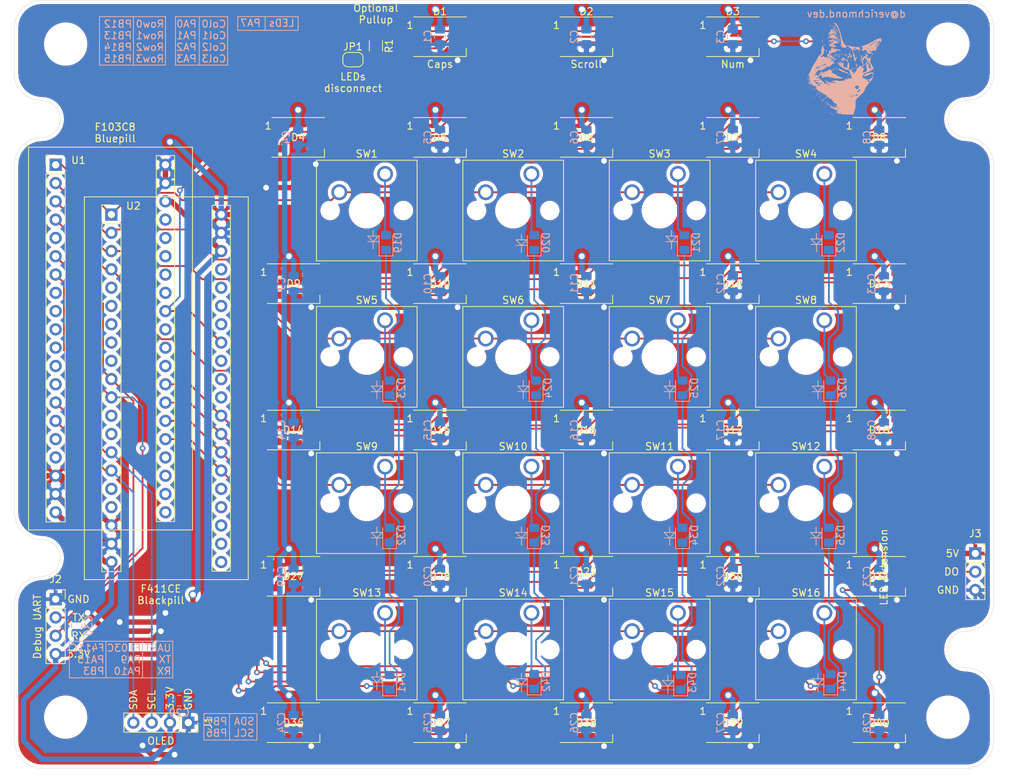
<source format=kicad_pcb>
(kicad_pcb (version 20171130) (host pcbnew "(5.1.9)-1")
  (layers (0 F.Cu signal) (31 B.Cu signal) (34 B.Paste user) (35 F.Paste user) (36 B.SilkS user) (37 F.SilkS user) (38 B.Mask user) (39 F.Mask user) (44 Edge.Cuts user))
  (net 0 "")
  (net 1 GND)
  (net 2 +5V)
  (net 3 "Net-(D1-Pad2)")
  (net 4 "Net-(D1-Pad4)")
  (net 5 "Net-(D2-Pad2)")
  (net 6 "Net-(D3-Pad2)")
  (net 7 "Net-(D4-Pad2)")
  (net 8 "Net-(D5-Pad2)")
  (net 9 "Net-(D6-Pad2)")
  (net 10 "Net-(D7-Pad2)")
  (net 11 "Net-(D8-Pad2)")
  (net 12 "Net-(D10-Pad4)")
  (net 13 "Net-(D10-Pad2)")
  (net 14 "Net-(D11-Pad2)")
  (net 15 "Net-(D12-Pad2)")
  (net 16 "Net-(D13-Pad2)")
  (net 17 "Net-(D14-Pad2)")
  (net 18 "Net-(D15-Pad2)")
  (net 19 "Net-(D16-Pad2)")
  (net 20 "Net-(D17-Pad2)")
  (net 21 "Net-(D18-Pad2)")
  (net 22 "Net-(D19-Pad2)")
  (net 23 /Col0)
  (net 24 "Net-(D20-Pad2)")
  (net 25 /Col1)
  (net 26 "Net-(D21-Pad2)")
  (net 27 /Col2)
  (net 28 "Net-(D22-Pad2)")
  (net 29 /Col3)
  (net 30 "Net-(D23-Pad2)")
  (net 31 "Net-(D24-Pad2)")
  (net 32 "Net-(D25-Pad2)")
  (net 33 "Net-(D26-Pad2)")
  (net 34 "Net-(D27-Pad2)")
  (net 35 "Net-(D28-Pad2)")
  (net 36 "Net-(D29-Pad2)")
  (net 37 "Net-(D30-Pad2)")
  (net 38 "Net-(D31-Pad2)")
  (net 39 "Net-(D32-Pad2)")
  (net 40 "Net-(D33-Pad2)")
  (net 41 "Net-(D34-Pad2)")
  (net 42 "Net-(D35-Pad2)")
  (net 43 "Net-(D36-Pad2)")
  (net 44 "Net-(D37-Pad2)")
  (net 45 "Net-(D38-Pad2)")
  (net 46 "Net-(D39-Pad2)")
  (net 47 "Net-(D40-Pad2)")
  (net 48 "Net-(D41-Pad2)")
  (net 49 "Net-(D42-Pad2)")
  (net 50 "Net-(D43-Pad2)")
  (net 51 "Net-(D44-Pad2)")
  (net 52 /SDA)
  (net 53 /SCL)
  (net 54 +3V3)
  (net 55 /RX)
  (net 56 /TX)
  (net 57 /LEDs)
  (net 58 /Row0)
  (net 59 /Row1)
  (net 60 /Row2)
  (net 61 /Row3)
  (net 62 "Net-(U1-Pad21)")
  (net 63 "Net-(U1-Pad22)")
  (net 64 "Net-(U1-Pad23)")
  (net 65 "Net-(U1-Pad17)")
  (net 66 "Net-(U1-Pad24)")
  (net 67 "Net-(U1-Pad16)")
  (net 68 "Net-(U1-Pad13)")
  (net 69 "Net-(U1-Pad12)")
  (net 70 "Net-(U1-Pad29)")
  (net 71 "Net-(U1-Pad11)")
  (net 72 "Net-(U1-Pad30)")
  (net 73 "Net-(U1-Pad10)")
  (net 74 "Net-(U1-Pad31)")
  (net 75 "Net-(U1-Pad9)")
  (net 76 "Net-(U1-Pad8)")
  (net 77 "Net-(U1-Pad33)")
  (net 78 "Net-(U1-Pad34)")
  (net 79 "Net-(U1-Pad35)")
  (net 80 "Net-(U1-Pad5)")
  (net 81 "Net-(U1-Pad36)")
  (net 82 "Net-(U1-Pad37)")
  (net 83 "Net-(U2-Pad36)")
  (net 84 "Net-(U2-Pad5)")
  (net 85 "Net-(U2-Pad6)")
  (net 86 "Net-(U2-Pad34)")
  (net 87 "Net-(U2-Pad8)")
  (net 88 "Net-(U2-Pad32)")
  (net 89 "Net-(U2-Pad9)")
  (net 90 "Net-(U2-Pad35)")
  (net 91 "Net-(U2-Pad31)")
  (net 92 "Net-(U2-Pad7)")
  (net 93 "Net-(U2-Pad30)")
  (net 94 "Net-(U2-Pad12)")
  (net 95 "Net-(U2-Pad23)")
  (net 96 "Net-(U2-Pad22)")
  (net 97 "Net-(U2-Pad25)")
  (net 98 "Net-(U2-Pad21)")
  (net 99 "Net-(U2-Pad24)")
  (net 100 "Net-(U2-Pad13)")
  (net 101 "Net-(U2-Pad17)")
  (net 102 "Net-(U2-Pad16)")
  (module Images:amber (layer B.Cu) (at 205.74 55.245 180)
    (fp_text reference G*** hide)
    (fp_text value LOGO hide)
  )
  (module MiniKeyboard:F411CE-Blackpill (layer F.Cu) (at 99.695 73.025)
    (fp_text reference U2 (at 6.985 1.27 180) (layer F.SilkS))
    (fp_text value F411CE_BlackPill)
    (pad 1 thru_hole rect (at 3.93 2.46) (size 1.7 1.7) (drill 1) (layers *.Cu *.Mask) (net 58 /Row0))
    (pad 4 thru_hole circle (at 3.93 10.08) (size 1.7 1.7) (drill 1) (layers *.Cu *.Mask) (net 61 /Row3))
    (pad 3 thru_hole circle (at 3.93 7.54) (size 1.7 1.7) (drill 1) (layers *.Cu *.Mask) (net 60 /Row2))
    (pad 38 thru_hole circle (at 19.17 7.54) (size 1.7 1.7) (drill 1) (layers *.Cu *.Mask) (net 54 +3V3))
    (pad 36 thru_hole circle (at 19.17 12.62) (size 1.7 1.7) (drill 1) (layers *.Cu *.Mask) (net 83 "Net-(U2-Pad36)"))
    (pad 5 thru_hole circle (at 3.93 12.62) (size 1.7 1.7) (drill 1) (layers *.Cu *.Mask) (net 84 "Net-(U2-Pad5)"))
    (pad 6 thru_hole circle (at 3.93 15.16) (size 1.7 1.7) (drill 1) (layers *.Cu *.Mask) (net 85 "Net-(U2-Pad6)"))
    (pad 34 thru_hole circle (at 19.17 17.7) (size 1.7 1.7) (drill 1) (layers *.Cu *.Mask) (net 86 "Net-(U2-Pad34)"))
    (pad 33 thru_hole circle (at 19.17 20.24) (size 1.7 1.7) (drill 1) (layers *.Cu *.Mask) (net 57 /LEDs))
    (pad 40 thru_hole circle (at 19.17 2.46) (size 1.7 1.7) (drill 1) (layers *.Cu *.Mask) (net 2 +5V))
    (pad 8 thru_hole circle (at 3.93 20.24) (size 1.7 1.7) (drill 1) (layers *.Cu *.Mask) (net 87 "Net-(U2-Pad8)"))
    (pad 37 thru_hole circle (at 19.17 10.08) (size 1.7 1.7) (drill 1) (layers *.Cu *.Mask))
    (pad 39 thru_hole circle (at 19.17 5) (size 1.7 1.7) (drill 1) (layers *.Cu *.Mask) (net 1 GND))
    (pad 32 thru_hole circle (at 19.17 22.78) (size 1.7 1.7) (drill 1) (layers *.Cu *.Mask) (net 88 "Net-(U2-Pad32)"))
    (pad 9 thru_hole circle (at 3.93 22.78) (size 1.7 1.7) (drill 1) (layers *.Cu *.Mask) (net 89 "Net-(U2-Pad9)"))
    (pad 35 thru_hole circle (at 19.17 15.16) (size 1.7 1.7) (drill 1) (layers *.Cu *.Mask) (net 90 "Net-(U2-Pad35)"))
    (pad 31 thru_hole circle (at 19.17 25.32) (size 1.7 1.7) (drill 1) (layers *.Cu *.Mask) (net 91 "Net-(U2-Pad31)"))
    (pad 10 thru_hole circle (at 3.93 25.32) (size 1.7 1.7) (drill 1) (layers *.Cu *.Mask) (net 56 /TX))
    (pad 7 thru_hole circle (at 3.93 17.7) (size 1.7 1.7) (drill 1) (layers *.Cu *.Mask) (net 92 "Net-(U2-Pad7)"))
    (pad 2 thru_hole circle (at 3.93 5) (size 1.7 1.7) (drill 1) (layers *.Cu *.Mask) (net 59 /Row1))
    (pad 30 thru_hole circle (at 19.17 27.86) (size 1.7 1.7) (drill 1) (layers *.Cu *.Mask) (net 93 "Net-(U2-Pad30)"))
    (pad 12 thru_hole circle (at 3.93 30.4) (size 1.7 1.7) (drill 1) (layers *.Cu *.Mask) (net 94 "Net-(U2-Pad12)"))
    (pad 23 thru_hole circle (at 19.17 45.64) (size 1.7 1.7) (drill 1) (layers *.Cu *.Mask) (net 95 "Net-(U2-Pad23)"))
    (pad 22 thru_hole circle (at 19.17 48.18) (size 1.7 1.7) (drill 1) (layers *.Cu *.Mask) (net 96 "Net-(U2-Pad22)"))
    (pad 20 thru_hole circle (at 3.93 50.72) (size 1.7 1.7) (drill 1) (layers *.Cu *.Mask) (net 54 +3V3))
    (pad 25 thru_hole circle (at 19.17 40.56) (size 1.7 1.7) (drill 1) (layers *.Cu *.Mask) (net 97 "Net-(U2-Pad25)"))
    (pad 21 thru_hole circle (at 19.17 50.72) (size 1.7 1.7) (drill 1) (layers *.Cu *.Mask) (net 98 "Net-(U2-Pad21)"))
    (pad 24 thru_hole circle (at 19.17 43.1) (size 1.7 1.7) (drill 1) (layers *.Cu *.Mask) (net 99 "Net-(U2-Pad24)"))
    (pad 13 thru_hole circle (at 3.93 32.94) (size 1.7 1.7) (drill 1) (layers *.Cu *.Mask) (net 100 "Net-(U2-Pad13)"))
    (pad 14 thru_hole circle (at 3.93 35.48) (size 1.7 1.7) (drill 1) (layers *.Cu *.Mask) (net 53 /SCL))
    (pad 27 thru_hole circle (at 19.17 35.48) (size 1.7 1.7) (drill 1) (layers *.Cu *.Mask) (net 25 /Col1))
    (pad 29 thru_hole circle (at 19.17 30.4) (size 1.7 1.7) (drill 1) (layers *.Cu *.Mask) (net 29 /Col3))
    (pad 28 thru_hole circle (at 19.17 32.94) (size 1.7 1.7) (drill 1) (layers *.Cu *.Mask) (net 27 /Col2))
    (pad 15 thru_hole circle (at 3.93 38.02) (size 1.7 1.7) (drill 1) (layers *.Cu *.Mask) (net 52 /SDA))
    (pad 19 thru_hole circle (at 3.93 48.18) (size 1.7 1.7) (drill 1) (layers *.Cu *.Mask) (net 1 GND))
    (pad 11 thru_hole circle (at 3.93 27.86) (size 1.7 1.7) (drill 1) (layers *.Cu *.Mask) (net 55 /RX))
    (pad 17 thru_hole circle (at 3.93 43.1) (size 1.7 1.7) (drill 1) (layers *.Cu *.Mask) (net 101 "Net-(U2-Pad17)"))
    (pad 26 thru_hole circle (at 19.17 38.02) (size 1.7 1.7) (drill 1) (layers *.Cu *.Mask) (net 23 /Col0))
    (pad 16 thru_hole circle (at 3.93 40.56) (size 1.7 1.7) (drill 1) (layers *.Cu *.Mask) (net 102 "Net-(U2-Pad16)"))
    (pad 18 thru_hole circle (at 3.93 45.64) (size 1.7 1.7) (drill 1) (layers *.Cu *.Mask) (net 2 +5V))
  )
  (module PIllBoards:YAAJ_BluePill_2 (layer F.Cu) (at 95.885 68.58)
    (fp_text reference U1 (at 3.175 -0.635) (layer F.SilkS))
    (fp_text value YAAJ_BluePill hide)
    (pad 20 thru_hole circle (at 0 48.26) (size 1.7 1.7) (drill 1) (layers *.Cu *.Mask) (net 54 +3V3))
    (pad 21 thru_hole circle (at 15.24 48.26) (size 1.7 1.7) (drill 1) (layers *.Cu *.Mask) (net 62 "Net-(U1-Pad21)"))
    (pad 19 thru_hole circle (at 0 45.72) (size 1.7 1.7) (drill 1) (layers *.Cu *.Mask) (net 1 GND))
    (pad 22 thru_hole circle (at 15.24 45.72) (size 1.7 1.7) (drill 1) (layers *.Cu *.Mask) (net 63 "Net-(U1-Pad22)"))
    (pad 18 thru_hole circle (at 0 43.18) (size 1.7 1.7) (drill 1) (layers *.Cu *.Mask) (net 2 +5V))
    (pad 23 thru_hole circle (at 15.24 43.18) (size 1.7 1.7) (drill 1) (layers *.Cu *.Mask) (net 64 "Net-(U1-Pad23)"))
    (pad 17 thru_hole circle (at 0 40.64) (size 1.7 1.7) (drill 1) (layers *.Cu *.Mask) (net 65 "Net-(U1-Pad17)"))
    (pad 24 thru_hole circle (at 15.24 40.64) (size 1.7 1.7) (drill 1) (layers *.Cu *.Mask) (net 66 "Net-(U1-Pad24)"))
    (pad 16 thru_hole circle (at 0 38.1) (size 1.7 1.7) (drill 1) (layers *.Cu *.Mask) (net 67 "Net-(U1-Pad16)"))
    (pad 25 thru_hole circle (at 15.24 38.1) (size 1.7 1.7) (drill 1) (layers *.Cu *.Mask) (net 23 /Col0))
    (pad 15 thru_hole circle (at 0 35.56) (size 1.7 1.7) (drill 1) (layers *.Cu *.Mask) (net 52 /SDA))
    (pad 26 thru_hole circle (at 15.24 35.56) (size 1.7 1.7) (drill 1) (layers *.Cu *.Mask) (net 25 /Col1))
    (pad 14 thru_hole circle (at 0 33.02) (size 1.7 1.7) (drill 1) (layers *.Cu *.Mask) (net 53 /SCL))
    (pad 27 thru_hole circle (at 15.24 33.02) (size 1.7 1.7) (drill 1) (layers *.Cu *.Mask) (net 27 /Col2))
    (pad 13 thru_hole circle (at 0 30.48) (size 1.7 1.7) (drill 1) (layers *.Cu *.Mask) (net 68 "Net-(U1-Pad13)"))
    (pad 28 thru_hole circle (at 15.24 30.48) (size 1.7 1.7) (drill 1) (layers *.Cu *.Mask) (net 29 /Col3))
    (pad 12 thru_hole circle (at 0 27.94) (size 1.7 1.7) (drill 1) (layers *.Cu *.Mask) (net 69 "Net-(U1-Pad12)"))
    (pad 29 thru_hole circle (at 15.24 27.94) (size 1.7 1.7) (drill 1) (layers *.Cu *.Mask) (net 70 "Net-(U1-Pad29)"))
    (pad 11 thru_hole circle (at 0 25.4) (size 1.7 1.7) (drill 1) (layers *.Cu *.Mask) (net 71 "Net-(U1-Pad11)"))
    (pad 30 thru_hole circle (at 15.24 25.4) (size 1.7 1.7) (drill 1) (layers *.Cu *.Mask) (net 72 "Net-(U1-Pad30)"))
    (pad 10 thru_hole circle (at 0 22.86) (size 1.7 1.7) (drill 1) (layers *.Cu *.Mask) (net 73 "Net-(U1-Pad10)"))
    (pad 31 thru_hole circle (at 15.24 22.86) (size 1.7 1.7) (drill 1) (layers *.Cu *.Mask) (net 74 "Net-(U1-Pad31)"))
    (pad 9 thru_hole circle (at 0 20.32) (size 1.7 1.7) (drill 1) (layers *.Cu *.Mask) (net 75 "Net-(U1-Pad9)"))
    (pad 32 thru_hole circle (at 15.24 20.32) (size 1.7 1.7) (drill 1) (layers *.Cu *.Mask) (net 57 /LEDs))
    (pad 8 thru_hole circle (at 0 17.78) (size 1.7 1.7) (drill 1) (layers *.Cu *.Mask) (net 76 "Net-(U1-Pad8)"))
    (pad 33 thru_hole circle (at 15.24 17.78) (size 1.7 1.7) (drill 1) (layers *.Cu *.Mask) (net 77 "Net-(U1-Pad33)"))
    (pad 7 thru_hole circle (at 0 15.24) (size 1.7 1.7) (drill 1) (layers *.Cu *.Mask) (net 55 /RX))
    (pad 34 thru_hole circle (at 15.24 15.24) (size 1.7 1.7) (drill 1) (layers *.Cu *.Mask) (net 78 "Net-(U1-Pad34)"))
    (pad 6 thru_hole circle (at 0 12.7) (size 1.7 1.7) (drill 1) (layers *.Cu *.Mask) (net 56 /TX))
    (pad 35 thru_hole circle (at 15.24 12.7) (size 1.7 1.7) (drill 1) (layers *.Cu *.Mask) (net 79 "Net-(U1-Pad35)"))
    (pad 5 thru_hole circle (at 0 10.16) (size 1.7 1.7) (drill 1) (layers *.Cu *.Mask) (net 80 "Net-(U1-Pad5)"))
    (pad 36 thru_hole circle (at 15.24 10.16) (size 1.7 1.7) (drill 1) (layers *.Cu *.Mask) (net 81 "Net-(U1-Pad36)"))
    (pad 4 thru_hole circle (at 0 7.62) (size 1.7 1.7) (drill 1) (layers *.Cu *.Mask) (net 61 /Row3))
    (pad 37 thru_hole circle (at 15.24 7.62) (size 1.7 1.7) (drill 1) (layers *.Cu *.Mask) (net 82 "Net-(U1-Pad37)"))
    (pad 3 thru_hole circle (at 0 5.08) (size 1.7 1.7) (drill 1) (layers *.Cu *.Mask) (net 60 /Row2))
    (pad 38 thru_hole circle (at 15.24 5.08) (size 1.7 1.7) (drill 1) (layers *.Cu *.Mask) (net 54 +3V3))
    (pad 2 thru_hole circle (at 0 2.54) (size 1.7 1.7) (drill 1) (layers *.Cu *.Mask) (net 59 /Row1))
    (pad 39 thru_hole circle (at 15.24 2.54) (size 1.7 1.7) (drill 1) (layers *.Cu *.Mask) (net 1 GND))
    (pad 1 thru_hole rect (at 0 0) (size 1.7 1.7) (drill 1) (layers *.Cu *.Mask) (net 58 /Row0))
    (pad 40 thru_hole circle (at 15.24 0) (size 1.7 1.7) (drill 1) (layers *.Cu *.Mask) (net 1 GND))
  )
  (module Button_Switch_Keyboard:SW_Cherry_MX_1.00u_PCB (layer F.Cu) (at 202.565 130.81)
    (fp_text reference SW16 (at -2.54 -2.794) (layer F.SilkS))
    (fp_text value SW_Push)
    (pad "" np_thru_hole circle (at 2.54 5.08) (size 1.7 1.7) (drill 1.7) (layers *.Cu *.Mask))
    (pad "" np_thru_hole circle (at -7.62 5.08) (size 1.7 1.7) (drill 1.7) (layers *.Cu *.Mask))
    (pad "" np_thru_hole circle (at -2.54 5.08) (size 4 4) (drill 4) (layers *.Cu *.Mask))
    (pad 2 thru_hole circle (at -6.35 2.54) (size 2.2 2.2) (drill 1.5) (layers *.Cu *.Mask) (net 61 /Row3))
    (pad 1 thru_hole circle (at 0 0) (size 2.2 2.2) (drill 1.5) (layers *.Cu *.Mask) (net 51 "Net-(D44-Pad2)"))
  )
  (module Button_Switch_Keyboard:SW_Cherry_MX_1.00u_PCB (layer F.Cu) (at 182.245 130.81)
    (fp_text reference SW15 (at -2.54 -2.794) (layer F.SilkS))
    (fp_text value SW_Push)
    (pad "" np_thru_hole circle (at 2.54 5.08) (size 1.7 1.7) (drill 1.7) (layers *.Cu *.Mask))
    (pad "" np_thru_hole circle (at -7.62 5.08) (size 1.7 1.7) (drill 1.7) (layers *.Cu *.Mask))
    (pad "" np_thru_hole circle (at -2.54 5.08) (size 4 4) (drill 4) (layers *.Cu *.Mask))
    (pad 2 thru_hole circle (at -6.35 2.54) (size 2.2 2.2) (drill 1.5) (layers *.Cu *.Mask) (net 61 /Row3))
    (pad 1 thru_hole circle (at 0 0) (size 2.2 2.2) (drill 1.5) (layers *.Cu *.Mask) (net 50 "Net-(D43-Pad2)"))
  )
  (module Button_Switch_Keyboard:SW_Cherry_MX_1.00u_PCB (layer F.Cu) (at 161.925 130.81)
    (fp_text reference SW14 (at -2.54 -2.794) (layer F.SilkS))
    (fp_text value SW_Push)
    (pad "" np_thru_hole circle (at 2.54 5.08) (size 1.7 1.7) (drill 1.7) (layers *.Cu *.Mask))
    (pad "" np_thru_hole circle (at -7.62 5.08) (size 1.7 1.7) (drill 1.7) (layers *.Cu *.Mask))
    (pad "" np_thru_hole circle (at -2.54 5.08) (size 4 4) (drill 4) (layers *.Cu *.Mask))
    (pad 2 thru_hole circle (at -6.35 2.54) (size 2.2 2.2) (drill 1.5) (layers *.Cu *.Mask) (net 61 /Row3))
    (pad 1 thru_hole circle (at 0 0) (size 2.2 2.2) (drill 1.5) (layers *.Cu *.Mask) (net 49 "Net-(D42-Pad2)"))
  )
  (module Button_Switch_Keyboard:SW_Cherry_MX_1.00u_PCB (layer F.Cu) (at 141.605 130.81)
    (fp_text reference SW13 (at -2.54 -2.794) (layer F.SilkS))
    (fp_text value SW_Push)
    (pad "" np_thru_hole circle (at 2.54 5.08) (size 1.7 1.7) (drill 1.7) (layers *.Cu *.Mask))
    (pad "" np_thru_hole circle (at -7.62 5.08) (size 1.7 1.7) (drill 1.7) (layers *.Cu *.Mask))
    (pad "" np_thru_hole circle (at -2.54 5.08) (size 4 4) (drill 4) (layers *.Cu *.Mask))
    (pad 2 thru_hole circle (at -6.35 2.54) (size 2.2 2.2) (drill 1.5) (layers *.Cu *.Mask) (net 61 /Row3))
    (pad 1 thru_hole circle (at 0 0) (size 2.2 2.2) (drill 1.5) (layers *.Cu *.Mask) (net 48 "Net-(D41-Pad2)"))
  )
  (module Button_Switch_Keyboard:SW_Cherry_MX_1.00u_PCB (layer F.Cu) (at 202.565 110.49)
    (fp_text reference SW12 (at -2.54 -2.794) (layer F.SilkS))
    (fp_text value SW_Push)
    (pad "" np_thru_hole circle (at 2.54 5.08) (size 1.7 1.7) (drill 1.7) (layers *.Cu *.Mask))
    (pad "" np_thru_hole circle (at -7.62 5.08) (size 1.7 1.7) (drill 1.7) (layers *.Cu *.Mask))
    (pad "" np_thru_hole circle (at -2.54 5.08) (size 4 4) (drill 4) (layers *.Cu *.Mask))
    (pad 2 thru_hole circle (at -6.35 2.54) (size 2.2 2.2) (drill 1.5) (layers *.Cu *.Mask) (net 60 /Row2))
    (pad 1 thru_hole circle (at 0 0) (size 2.2 2.2) (drill 1.5) (layers *.Cu *.Mask) (net 42 "Net-(D35-Pad2)"))
  )
  (module Button_Switch_Keyboard:SW_Cherry_MX_1.00u_PCB (layer F.Cu) (at 182.245 110.49)
    (fp_text reference SW11 (at -2.54 -2.794) (layer F.SilkS))
    (fp_text value SW_Push)
    (pad "" np_thru_hole circle (at 2.54 5.08) (size 1.7 1.7) (drill 1.7) (layers *.Cu *.Mask))
    (pad "" np_thru_hole circle (at -7.62 5.08) (size 1.7 1.7) (drill 1.7) (layers *.Cu *.Mask))
    (pad "" np_thru_hole circle (at -2.54 5.08) (size 4 4) (drill 4) (layers *.Cu *.Mask))
    (pad 2 thru_hole circle (at -6.35 2.54) (size 2.2 2.2) (drill 1.5) (layers *.Cu *.Mask) (net 60 /Row2))
    (pad 1 thru_hole circle (at 0 0) (size 2.2 2.2) (drill 1.5) (layers *.Cu *.Mask) (net 41 "Net-(D34-Pad2)"))
  )
  (module Button_Switch_Keyboard:SW_Cherry_MX_1.00u_PCB (layer F.Cu) (at 161.925 110.49)
    (fp_text reference SW10 (at -2.54 -2.794) (layer F.SilkS))
    (fp_text value SW_Push)
    (pad "" np_thru_hole circle (at 2.54 5.08) (size 1.7 1.7) (drill 1.7) (layers *.Cu *.Mask))
    (pad "" np_thru_hole circle (at -7.62 5.08) (size 1.7 1.7) (drill 1.7) (layers *.Cu *.Mask))
    (pad "" np_thru_hole circle (at -2.54 5.08) (size 4 4) (drill 4) (layers *.Cu *.Mask))
    (pad 2 thru_hole circle (at -6.35 2.54) (size 2.2 2.2) (drill 1.5) (layers *.Cu *.Mask) (net 60 /Row2))
    (pad 1 thru_hole circle (at 0 0) (size 2.2 2.2) (drill 1.5) (layers *.Cu *.Mask) (net 40 "Net-(D33-Pad2)"))
  )
  (module Button_Switch_Keyboard:SW_Cherry_MX_1.00u_PCB (layer F.Cu) (at 141.605 110.49)
    (fp_text reference SW9 (at -2.54 -2.794) (layer F.SilkS))
    (fp_text value SW_Push)
    (pad "" np_thru_hole circle (at 2.54 5.08) (size 1.7 1.7) (drill 1.7) (layers *.Cu *.Mask))
    (pad "" np_thru_hole circle (at -7.62 5.08) (size 1.7 1.7) (drill 1.7) (layers *.Cu *.Mask))
    (pad "" np_thru_hole circle (at -2.54 5.08) (size 4 4) (drill 4) (layers *.Cu *.Mask))
    (pad 2 thru_hole circle (at -6.35 2.54) (size 2.2 2.2) (drill 1.5) (layers *.Cu *.Mask) (net 60 /Row2))
    (pad 1 thru_hole circle (at 0 0) (size 2.2 2.2) (drill 1.5) (layers *.Cu *.Mask) (net 39 "Net-(D32-Pad2)"))
  )
  (module Button_Switch_Keyboard:SW_Cherry_MX_1.00u_PCB (layer F.Cu) (at 202.565 90.17)
    (fp_text reference SW8 (at -2.54 -2.794) (layer F.SilkS))
    (fp_text value SW_Push)
    (pad "" np_thru_hole circle (at 2.54 5.08) (size 1.7 1.7) (drill 1.7) (layers *.Cu *.Mask))
    (pad "" np_thru_hole circle (at -7.62 5.08) (size 1.7 1.7) (drill 1.7) (layers *.Cu *.Mask))
    (pad "" np_thru_hole circle (at -2.54 5.08) (size 4 4) (drill 4) (layers *.Cu *.Mask))
    (pad 2 thru_hole circle (at -6.35 2.54) (size 2.2 2.2) (drill 1.5) (layers *.Cu *.Mask) (net 59 /Row1))
    (pad 1 thru_hole circle (at 0 0) (size 2.2 2.2) (drill 1.5) (layers *.Cu *.Mask) (net 33 "Net-(D26-Pad2)"))
  )
  (module Button_Switch_Keyboard:SW_Cherry_MX_1.00u_PCB (layer F.Cu) (at 182.245 90.17)
    (fp_text reference SW7 (at -2.54 -2.794) (layer F.SilkS))
    (fp_text value SW_Push)
    (pad "" np_thru_hole circle (at 2.54 5.08) (size 1.7 1.7) (drill 1.7) (layers *.Cu *.Mask))
    (pad "" np_thru_hole circle (at -7.62 5.08) (size 1.7 1.7) (drill 1.7) (layers *.Cu *.Mask))
    (pad "" np_thru_hole circle (at -2.54 5.08) (size 4 4) (drill 4) (layers *.Cu *.Mask))
    (pad 2 thru_hole circle (at -6.35 2.54) (size 2.2 2.2) (drill 1.5) (layers *.Cu *.Mask) (net 59 /Row1))
    (pad 1 thru_hole circle (at 0 0) (size 2.2 2.2) (drill 1.5) (layers *.Cu *.Mask) (net 32 "Net-(D25-Pad2)"))
  )
  (module Button_Switch_Keyboard:SW_Cherry_MX_1.00u_PCB (layer F.Cu) (at 161.925 90.17)
    (fp_text reference SW6 (at -2.54 -2.794) (layer F.SilkS))
    (fp_text value SW_Push)
    (pad "" np_thru_hole circle (at 2.54 5.08) (size 1.7 1.7) (drill 1.7) (layers *.Cu *.Mask))
    (pad "" np_thru_hole circle (at -7.62 5.08) (size 1.7 1.7) (drill 1.7) (layers *.Cu *.Mask))
    (pad "" np_thru_hole circle (at -2.54 5.08) (size 4 4) (drill 4) (layers *.Cu *.Mask))
    (pad 2 thru_hole circle (at -6.35 2.54) (size 2.2 2.2) (drill 1.5) (layers *.Cu *.Mask) (net 59 /Row1))
    (pad 1 thru_hole circle (at 0 0) (size 2.2 2.2) (drill 1.5) (layers *.Cu *.Mask) (net 31 "Net-(D24-Pad2)"))
  )
  (module Button_Switch_Keyboard:SW_Cherry_MX_1.00u_PCB (layer F.Cu) (at 141.605 90.17)
    (fp_text reference SW5 (at -2.54 -2.794) (layer F.SilkS))
    (fp_text value SW_Push)
    (pad "" np_thru_hole circle (at 2.54 5.08) (size 1.7 1.7) (drill 1.7) (layers *.Cu *.Mask))
    (pad "" np_thru_hole circle (at -7.62 5.08) (size 1.7 1.7) (drill 1.7) (layers *.Cu *.Mask))
    (pad "" np_thru_hole circle (at -2.54 5.08) (size 4 4) (drill 4) (layers *.Cu *.Mask))
    (pad 2 thru_hole circle (at -6.35 2.54) (size 2.2 2.2) (drill 1.5) (layers *.Cu *.Mask) (net 59 /Row1))
    (pad 1 thru_hole circle (at 0 0) (size 2.2 2.2) (drill 1.5) (layers *.Cu *.Mask) (net 30 "Net-(D23-Pad2)"))
  )
  (module Button_Switch_Keyboard:SW_Cherry_MX_1.00u_PCB (layer F.Cu) (at 202.565 69.85)
    (fp_text reference SW4 (at -2.54 -2.794) (layer F.SilkS))
    (fp_text value SW_Push)
    (pad "" np_thru_hole circle (at 2.54 5.08) (size 1.7 1.7) (drill 1.7) (layers *.Cu *.Mask))
    (pad "" np_thru_hole circle (at -7.62 5.08) (size 1.7 1.7) (drill 1.7) (layers *.Cu *.Mask))
    (pad "" np_thru_hole circle (at -2.54 5.08) (size 4 4) (drill 4) (layers *.Cu *.Mask))
    (pad 2 thru_hole circle (at -6.35 2.54) (size 2.2 2.2) (drill 1.5) (layers *.Cu *.Mask) (net 58 /Row0))
    (pad 1 thru_hole circle (at 0 0) (size 2.2 2.2) (drill 1.5) (layers *.Cu *.Mask) (net 28 "Net-(D22-Pad2)"))
  )
  (module Button_Switch_Keyboard:SW_Cherry_MX_1.00u_PCB (layer F.Cu) (at 182.245 69.85)
    (fp_text reference SW3 (at -2.54 -2.794) (layer F.SilkS))
    (fp_text value SW_Push)
    (pad "" np_thru_hole circle (at 2.54 5.08) (size 1.7 1.7) (drill 1.7) (layers *.Cu *.Mask))
    (pad "" np_thru_hole circle (at -7.62 5.08) (size 1.7 1.7) (drill 1.7) (layers *.Cu *.Mask))
    (pad "" np_thru_hole circle (at -2.54 5.08) (size 4 4) (drill 4) (layers *.Cu *.Mask))
    (pad 2 thru_hole circle (at -6.35 2.54) (size 2.2 2.2) (drill 1.5) (layers *.Cu *.Mask) (net 58 /Row0))
    (pad 1 thru_hole circle (at 0 0) (size 2.2 2.2) (drill 1.5) (layers *.Cu *.Mask) (net 26 "Net-(D21-Pad2)"))
  )
  (module Button_Switch_Keyboard:SW_Cherry_MX_1.00u_PCB (layer F.Cu) (at 161.925 69.85)
    (fp_text reference SW2 (at -2.54 -2.794) (layer F.SilkS))
    (fp_text value SW_Push)
    (pad "" np_thru_hole circle (at 2.54 5.08) (size 1.7 1.7) (drill 1.7) (layers *.Cu *.Mask))
    (pad "" np_thru_hole circle (at -7.62 5.08) (size 1.7 1.7) (drill 1.7) (layers *.Cu *.Mask))
    (pad "" np_thru_hole circle (at -2.54 5.08) (size 4 4) (drill 4) (layers *.Cu *.Mask))
    (pad 2 thru_hole circle (at -6.35 2.54) (size 2.2 2.2) (drill 1.5) (layers *.Cu *.Mask) (net 58 /Row0))
    (pad 1 thru_hole circle (at 0 0) (size 2.2 2.2) (drill 1.5) (layers *.Cu *.Mask) (net 24 "Net-(D20-Pad2)"))
  )
  (module Button_Switch_Keyboard:SW_Cherry_MX_1.00u_PCB (layer F.Cu) (at 141.605 69.85)
    (fp_text reference SW1 (at -2.54 -2.794) (layer F.SilkS))
    (fp_text value SW_Push)
    (pad "" np_thru_hole circle (at 2.54 5.08) (size 1.7 1.7) (drill 1.7) (layers *.Cu *.Mask))
    (pad "" np_thru_hole circle (at -7.62 5.08) (size 1.7 1.7) (drill 1.7) (layers *.Cu *.Mask))
    (pad "" np_thru_hole circle (at -2.54 5.08) (size 4 4) (drill 4) (layers *.Cu *.Mask))
    (pad 2 thru_hole circle (at -6.35 2.54) (size 2.2 2.2) (drill 1.5) (layers *.Cu *.Mask) (net 58 /Row0))
    (pad 1 thru_hole circle (at 0 0) (size 2.2 2.2) (drill 1.5) (layers *.Cu *.Mask) (net 22 "Net-(D19-Pad2)"))
  )
  (module Resistor_SMD:R_1206_3216Metric_Pad1.30x1.75mm_HandSolder (layer F.Cu) (at 140.335 52.07 270)
    (fp_text reference R1 (at 0 -1.82 90) (layer F.SilkS))
    (fp_text value R)
    (pad 2 smd roundrect (at 1.55 0 270) (size 1.3 1.75) (layers F.Cu F.Paste F.Mask) (roundrect_rratio 0.192308) (net 4 "Net-(D1-Pad4)"))
    (pad 1 smd roundrect (at -1.55 0 270) (size 1.3 1.75) (layers F.Cu F.Paste F.Mask) (roundrect_rratio 0.192308) (net 2 +5V))
  )
  (module Jumper:SolderJumper-2_P1.3mm_Bridged_RoundedPad1.0x1.5mm (layer F.Cu) (at 137.145 53.975)
    (fp_text reference JP1 (at 0 -1.8) (layer F.SilkS))
    (fp_text value Jumper)
    (fp_poly (pts (xy 0.25 -0.3) (xy -0.25 -0.3) (xy -0.25 0.3) (xy 0.25 0.3)) (layer F.Cu) (width 0))
    (pad 1 smd custom (at -0.65 0) (size 1 0.5) (layers F.Cu F.Mask) (net 57 /LEDs) (options (clearance outline) (anchor rect)) (primitives (gr_circle (center 0 0.25) (end 0.5 0.25) (width 0)) (gr_circle (center 0 -0.25) (end 0.5 -0.25) (width 0)) (gr_poly (pts (xy 0 -0.75) (xy 0.5 -0.75) (xy 0.5 0.75) (xy 0 0.75)) (width 0))))
    (pad 2 smd custom (at 0.65 0) (size 1 0.5) (layers F.Cu F.Mask) (net 4 "Net-(D1-Pad4)") (options (clearance outline) (anchor rect)) (primitives (gr_circle (center 0 0.25) (end 0.5 0.25) (width 0)) (gr_circle (center 0 -0.25) (end 0.5 -0.25) (width 0)) (gr_poly (pts (xy 0 -0.75) (xy -0.5 -0.75) (xy -0.5 0.75) (xy 0 0.75)) (width 0))))
  )
  (module Connector_PinSocket_2.54mm:PinSocket_1x03_P2.54mm_Vertical (layer F.Cu) (at 223.52 122.555)
    (fp_text reference J3 (at 0 -2.77) (layer F.SilkS))
    (fp_text value Conn_01x03_Male)
    (pad 3 thru_hole oval (at 0 5.08) (size 1.7 1.7) (drill 1) (layers *.Cu *.Mask) (net 1 GND))
    (pad 2 thru_hole oval (at 0 2.54) (size 1.7 1.7) (drill 1) (layers *.Cu *.Mask) (net 47 "Net-(D40-Pad2)"))
    (pad 1 thru_hole rect (at 0 0) (size 1.7 1.7) (drill 1) (layers *.Cu *.Mask) (net 2 +5V))
  )
  (module Connector_PinSocket_2.54mm:PinSocket_1x04_P2.54mm_Vertical (layer F.Cu) (at 95.885 128.905)
    (fp_text reference J2 (at 0 -2.77) (layer F.SilkS))
    (fp_text value Conn_01x04_Female)
    (pad 4 thru_hole oval (at 0 7.62) (size 1.7 1.7) (drill 1) (layers *.Cu *.Mask) (net 54 +3V3))
    (pad 3 thru_hole oval (at 0 5.08) (size 1.7 1.7) (drill 1) (layers *.Cu *.Mask) (net 55 /RX))
    (pad 2 thru_hole oval (at 0 2.54) (size 1.7 1.7) (drill 1) (layers *.Cu *.Mask) (net 56 /TX))
    (pad 1 thru_hole rect (at 0 0) (size 1.7 1.7) (drill 1) (layers *.Cu *.Mask) (net 1 GND))
  )
  (module Connector_PinSocket_2.54mm:PinSocket_1x04_P2.54mm_Vertical (layer F.Cu) (at 114.3 146.05 270)
    (fp_text reference J1 (at 0 -2.77 90) (layer F.SilkS))
    (fp_text value Conn_01x04_Female)
    (pad 4 thru_hole oval (at 0 7.62 270) (size 1.7 1.7) (drill 1) (layers *.Cu *.Mask) (net 52 /SDA))
    (pad 3 thru_hole oval (at 0 5.08 270) (size 1.7 1.7) (drill 1) (layers *.Cu *.Mask) (net 53 /SCL))
    (pad 2 thru_hole oval (at 0 2.54 270) (size 1.7 1.7) (drill 1) (layers *.Cu *.Mask) (net 54 +3V3))
    (pad 1 thru_hole rect (at 0 0 270) (size 1.7 1.7) (drill 1) (layers *.Cu *.Mask) (net 1 GND))
  )
  (module MountingHole:MountingHole_5mm (layer F.Cu) (at 219.71 51.816)
    (fp_text reference H4 hide)
    (fp_text value MountingHole)
    (pad 1 np_thru_hole circle (at 0 0) (size 5 5) (drill 5) (layers *.Cu *.Mask))
  )
  (module MountingHole:MountingHole_5mm (layer F.Cu) (at 97.282 145.288)
    (fp_text reference H3 hide)
    (fp_text value MountingHole)
    (pad 1 np_thru_hole circle (at 0 0) (size 5 5) (drill 5) (layers *.Cu *.Mask))
  )
  (module MountingHole:MountingHole_5mm (layer F.Cu) (at 97.282 51.816)
    (fp_text reference H2 hide)
    (fp_text value MountingHole)
    (pad 1 np_thru_hole circle (at 0 0) (size 5 5) (drill 5) (layers *.Cu *.Mask))
  )
  (module MountingHole:MountingHole_5mm (layer F.Cu) (at 219.71 145.288)
    (fp_text reference H1 hide)
    (fp_text value MountingHole)
    (pad 1 np_thru_hole circle (at 0 0) (size 5 5) (drill 5) (layers *.Cu *.Mask))
  )
  (module Diode_SMD:D_0805_2012Metric_Pad1.15x1.40mm_HandSolder (layer B.Cu) (at 203.454 140.335 90)
    (fp_text reference D44 (at 0 1.65 90) (layer B.SilkS) (effects (justify mirror)))
    (fp_text value D)
    (pad 2 smd roundrect (at 1.025 0 90) (size 1.15 1.4) (layers B.Cu B.Paste B.Mask) (roundrect_rratio 0.217391) (net 51 "Net-(D44-Pad2)"))
    (pad 1 smd roundrect (at -1.025 0 90) (size 1.15 1.4) (layers B.Cu B.Paste B.Mask) (roundrect_rratio 0.217391) (net 29 /Col3))
  )
  (module Diode_SMD:D_0805_2012Metric_Pad1.15x1.40mm_HandSolder (layer B.Cu) (at 182.626 140.462 90)
    (fp_text reference D43 (at 0 1.65 90) (layer B.SilkS) (effects (justify mirror)))
    (fp_text value D)
    (pad 2 smd roundrect (at 1.025 0 90) (size 1.15 1.4) (layers B.Cu B.Paste B.Mask) (roundrect_rratio 0.217391) (net 50 "Net-(D43-Pad2)"))
    (pad 1 smd roundrect (at -1.025 0 90) (size 1.15 1.4) (layers B.Cu B.Paste B.Mask) (roundrect_rratio 0.217391) (net 27 /Col2))
  )
  (module Diode_SMD:D_0805_2012Metric_Pad1.15x1.40mm_HandSolder (layer B.Cu) (at 162.306 140.335 90)
    (fp_text reference D42 (at 0 1.65 90) (layer B.SilkS) (effects (justify mirror)))
    (fp_text value D)
    (pad 2 smd roundrect (at 1.025 0 90) (size 1.15 1.4) (layers B.Cu B.Paste B.Mask) (roundrect_rratio 0.217391) (net 49 "Net-(D42-Pad2)"))
    (pad 1 smd roundrect (at -1.025 0 90) (size 1.15 1.4) (layers B.Cu B.Paste B.Mask) (roundrect_rratio 0.217391) (net 25 /Col1))
  )
  (module Diode_SMD:D_0805_2012Metric_Pad1.15x1.40mm_HandSolder (layer B.Cu) (at 142.24 140.462 90)
    (fp_text reference D41 (at 0 1.65 90) (layer B.SilkS) (effects (justify mirror)))
    (fp_text value D)
    (pad 2 smd roundrect (at 1.025 0 90) (size 1.15 1.4) (layers B.Cu B.Paste B.Mask) (roundrect_rratio 0.217391) (net 48 "Net-(D41-Pad2)"))
    (pad 1 smd roundrect (at -1.025 0 90) (size 1.15 1.4) (layers B.Cu B.Paste B.Mask) (roundrect_rratio 0.217391) (net 23 /Col0))
  )
  (module LED_SMD:LED_WS2812B_PLCC4_5.0x5.0mm_P3.2mm (layer F.Cu) (at 210.185 146.05)
    (fp_text reference D40 (at 0 0) (layer F.SilkS))
    (fp_text value WS2812B)
    (fp_text user 1 (at -4.15 -1.6) (layer F.SilkS))
    (pad 1 smd rect (at -2.45 -1.6) (size 1.5 1) (layers F.Cu F.Paste F.Mask) (net 2 +5V))
    (pad 2 smd rect (at -2.45 1.6) (size 1.5 1) (layers F.Cu F.Paste F.Mask) (net 47 "Net-(D40-Pad2)"))
    (pad 4 smd rect (at 2.45 -1.6) (size 1.5 1) (layers F.Cu F.Paste F.Mask) (net 46 "Net-(D39-Pad2)"))
    (pad 3 smd rect (at 2.45 1.6) (size 1.5 1) (layers F.Cu F.Paste F.Mask) (net 1 GND))
  )
  (module LED_SMD:LED_WS2812B_PLCC4_5.0x5.0mm_P3.2mm (layer F.Cu) (at 189.865 146.05)
    (fp_text reference D39 (at 0 0) (layer F.SilkS))
    (fp_text value WS2812B)
    (fp_text user 1 (at -4.15 -1.6) (layer F.SilkS))
    (pad 1 smd rect (at -2.45 -1.6) (size 1.5 1) (layers F.Cu F.Paste F.Mask) (net 2 +5V))
    (pad 2 smd rect (at -2.45 1.6) (size 1.5 1) (layers F.Cu F.Paste F.Mask) (net 46 "Net-(D39-Pad2)"))
    (pad 4 smd rect (at 2.45 -1.6) (size 1.5 1) (layers F.Cu F.Paste F.Mask) (net 45 "Net-(D38-Pad2)"))
    (pad 3 smd rect (at 2.45 1.6) (size 1.5 1) (layers F.Cu F.Paste F.Mask) (net 1 GND))
  )
  (module LED_SMD:LED_WS2812B_PLCC4_5.0x5.0mm_P3.2mm (layer F.Cu) (at 169.545 146.05)
    (fp_text reference D38 (at 0 0) (layer F.SilkS))
    (fp_text value WS2812B)
    (fp_text user 1 (at -4.15 -1.6) (layer F.SilkS))
    (pad 1 smd rect (at -2.45 -1.6) (size 1.5 1) (layers F.Cu F.Paste F.Mask) (net 2 +5V))
    (pad 2 smd rect (at -2.45 1.6) (size 1.5 1) (layers F.Cu F.Paste F.Mask) (net 45 "Net-(D38-Pad2)"))
    (pad 4 smd rect (at 2.45 -1.6) (size 1.5 1) (layers F.Cu F.Paste F.Mask) (net 44 "Net-(D37-Pad2)"))
    (pad 3 smd rect (at 2.45 1.6) (size 1.5 1) (layers F.Cu F.Paste F.Mask) (net 1 GND))
  )
  (module LED_SMD:LED_WS2812B_PLCC4_5.0x5.0mm_P3.2mm (layer F.Cu) (at 149.225 146.05)
    (fp_text reference D37 (at 0 0) (layer F.SilkS))
    (fp_text value WS2812B)
    (fp_text user 1 (at -4.15 -1.6) (layer F.SilkS))
    (pad 1 smd rect (at -2.45 -1.6) (size 1.5 1) (layers F.Cu F.Paste F.Mask) (net 2 +5V))
    (pad 2 smd rect (at -2.45 1.6) (size 1.5 1) (layers F.Cu F.Paste F.Mask) (net 44 "Net-(D37-Pad2)"))
    (pad 4 smd rect (at 2.45 -1.6) (size 1.5 1) (layers F.Cu F.Paste F.Mask) (net 43 "Net-(D36-Pad2)"))
    (pad 3 smd rect (at 2.45 1.6) (size 1.5 1) (layers F.Cu F.Paste F.Mask) (net 1 GND))
  )
  (module LED_SMD:LED_WS2812B_PLCC4_5.0x5.0mm_P3.2mm (layer F.Cu) (at 128.905 146.05)
    (fp_text reference D36 (at 0 0) (layer F.SilkS))
    (fp_text value WS2812B)
    (fp_text user 1 (at -4.15 -1.6) (layer F.SilkS))
    (pad 1 smd rect (at -2.45 -1.6) (size 1.5 1) (layers F.Cu F.Paste F.Mask) (net 2 +5V))
    (pad 2 smd rect (at -2.45 1.6) (size 1.5 1) (layers F.Cu F.Paste F.Mask) (net 43 "Net-(D36-Pad2)"))
    (pad 4 smd rect (at 2.45 -1.6) (size 1.5 1) (layers F.Cu F.Paste F.Mask) (net 38 "Net-(D31-Pad2)"))
    (pad 3 smd rect (at 2.45 1.6) (size 1.5 1) (layers F.Cu F.Paste F.Mask) (net 1 GND))
  )
  (module Diode_SMD:D_0805_2012Metric_Pad1.15x1.40mm_HandSolder (layer B.Cu) (at 203.2 120.015 90)
    (fp_text reference D35 (at 0 1.65 90) (layer B.SilkS) (effects (justify mirror)))
    (fp_text value D)
    (pad 2 smd roundrect (at 1.025 0 90) (size 1.15 1.4) (layers B.Cu B.Paste B.Mask) (roundrect_rratio 0.217391) (net 42 "Net-(D35-Pad2)"))
    (pad 1 smd roundrect (at -1.025 0 90) (size 1.15 1.4) (layers B.Cu B.Paste B.Mask) (roundrect_rratio 0.217391) (net 29 /Col3))
  )
  (module Diode_SMD:D_0805_2012Metric_Pad1.15x1.40mm_HandSolder (layer B.Cu) (at 182.88 120.015 90)
    (fp_text reference D34 (at 0 1.65 90) (layer B.SilkS) (effects (justify mirror)))
    (fp_text value D)
    (pad 2 smd roundrect (at 1.025 0 90) (size 1.15 1.4) (layers B.Cu B.Paste B.Mask) (roundrect_rratio 0.217391) (net 41 "Net-(D34-Pad2)"))
    (pad 1 smd roundrect (at -1.025 0 90) (size 1.15 1.4) (layers B.Cu B.Paste B.Mask) (roundrect_rratio 0.217391) (net 27 /Col2))
  )
  (module Diode_SMD:D_0805_2012Metric_Pad1.15x1.40mm_HandSolder (layer B.Cu) (at 162.306 120.015 90)
    (fp_text reference D33 (at 0 1.65 90) (layer B.SilkS) (effects (justify mirror)))
    (fp_text value D)
    (pad 2 smd roundrect (at 1.025 0 90) (size 1.15 1.4) (layers B.Cu B.Paste B.Mask) (roundrect_rratio 0.217391) (net 40 "Net-(D33-Pad2)"))
    (pad 1 smd roundrect (at -1.025 0 90) (size 1.15 1.4) (layers B.Cu B.Paste B.Mask) (roundrect_rratio 0.217391) (net 25 /Col1))
  )
  (module Diode_SMD:D_0805_2012Metric_Pad1.15x1.40mm_HandSolder (layer B.Cu) (at 142.24 120.015 90)
    (fp_text reference D32 (at 0 1.65 90) (layer B.SilkS) (effects (justify mirror)))
    (fp_text value D)
    (pad 2 smd roundrect (at 1.025 0 90) (size 1.15 1.4) (layers B.Cu B.Paste B.Mask) (roundrect_rratio 0.217391) (net 39 "Net-(D32-Pad2)"))
    (pad 1 smd roundrect (at -1.025 0 90) (size 1.15 1.4) (layers B.Cu B.Paste B.Mask) (roundrect_rratio 0.217391) (net 23 /Col0))
  )
  (module LED_SMD:LED_WS2812B_PLCC4_5.0x5.0mm_P3.2mm (layer F.Cu) (at 210.185 125.73)
    (fp_text reference D31 (at 0 0) (layer F.SilkS))
    (fp_text value WS2812B)
    (fp_text user 1 (at -4.15 -1.6) (layer F.SilkS))
    (pad 1 smd rect (at -2.45 -1.6) (size 1.5 1) (layers F.Cu F.Paste F.Mask) (net 2 +5V))
    (pad 2 smd rect (at -2.45 1.6) (size 1.5 1) (layers F.Cu F.Paste F.Mask) (net 38 "Net-(D31-Pad2)"))
    (pad 4 smd rect (at 2.45 -1.6) (size 1.5 1) (layers F.Cu F.Paste F.Mask) (net 37 "Net-(D30-Pad2)"))
    (pad 3 smd rect (at 2.45 1.6) (size 1.5 1) (layers F.Cu F.Paste F.Mask) (net 1 GND))
  )
  (module LED_SMD:LED_WS2812B_PLCC4_5.0x5.0mm_P3.2mm (layer F.Cu) (at 189.865 125.73)
    (fp_text reference D30 (at 0 0) (layer F.SilkS))
    (fp_text value WS2812B)
    (fp_text user 1 (at -4.15 -1.6) (layer F.SilkS))
    (pad 1 smd rect (at -2.45 -1.6) (size 1.5 1) (layers F.Cu F.Paste F.Mask) (net 2 +5V))
    (pad 2 smd rect (at -2.45 1.6) (size 1.5 1) (layers F.Cu F.Paste F.Mask) (net 37 "Net-(D30-Pad2)"))
    (pad 4 smd rect (at 2.45 -1.6) (size 1.5 1) (layers F.Cu F.Paste F.Mask) (net 36 "Net-(D29-Pad2)"))
    (pad 3 smd rect (at 2.45 1.6) (size 1.5 1) (layers F.Cu F.Paste F.Mask) (net 1 GND))
  )
  (module LED_SMD:LED_WS2812B_PLCC4_5.0x5.0mm_P3.2mm (layer F.Cu) (at 169.545 125.73)
    (fp_text reference D29 (at 0 -0.635) (layer F.SilkS))
    (fp_text value WS2812B)
    (fp_text user 1 (at -4.15 -1.6) (layer F.SilkS))
    (pad 1 smd rect (at -2.45 -1.6) (size 1.5 1) (layers F.Cu F.Paste F.Mask) (net 2 +5V))
    (pad 2 smd rect (at -2.45 1.6) (size 1.5 1) (layers F.Cu F.Paste F.Mask) (net 36 "Net-(D29-Pad2)"))
    (pad 4 smd rect (at 2.45 -1.6) (size 1.5 1) (layers F.Cu F.Paste F.Mask) (net 35 "Net-(D28-Pad2)"))
    (pad 3 smd rect (at 2.45 1.6) (size 1.5 1) (layers F.Cu F.Paste F.Mask) (net 1 GND))
  )
  (module LED_SMD:LED_WS2812B_PLCC4_5.0x5.0mm_P3.2mm (layer F.Cu) (at 149.225 125.73)
    (fp_text reference D28 (at 0 0) (layer F.SilkS))
    (fp_text value WS2812B)
    (fp_text user 1 (at -4.15 -1.6) (layer F.SilkS))
    (pad 1 smd rect (at -2.45 -1.6) (size 1.5 1) (layers F.Cu F.Paste F.Mask) (net 2 +5V))
    (pad 2 smd rect (at -2.45 1.6) (size 1.5 1) (layers F.Cu F.Paste F.Mask) (net 35 "Net-(D28-Pad2)"))
    (pad 4 smd rect (at 2.45 -1.6) (size 1.5 1) (layers F.Cu F.Paste F.Mask) (net 34 "Net-(D27-Pad2)"))
    (pad 3 smd rect (at 2.45 1.6) (size 1.5 1) (layers F.Cu F.Paste F.Mask) (net 1 GND))
  )
  (module LED_SMD:LED_WS2812B_PLCC4_5.0x5.0mm_P3.2mm (layer F.Cu) (at 128.905 125.73)
    (fp_text reference D27 (at 0 0) (layer F.SilkS))
    (fp_text value WS2812B)
    (fp_text user 1 (at -4.15 -1.6) (layer F.SilkS))
    (pad 1 smd rect (at -2.45 -1.6) (size 1.5 1) (layers F.Cu F.Paste F.Mask) (net 2 +5V))
    (pad 2 smd rect (at -2.45 1.6) (size 1.5 1) (layers F.Cu F.Paste F.Mask) (net 34 "Net-(D27-Pad2)"))
    (pad 4 smd rect (at 2.45 -1.6) (size 1.5 1) (layers F.Cu F.Paste F.Mask) (net 21 "Net-(D18-Pad2)"))
    (pad 3 smd rect (at 2.45 1.6) (size 1.5 1) (layers F.Cu F.Paste F.Mask) (net 1 GND))
  )
  (module Diode_SMD:D_0805_2012Metric_Pad1.15x1.40mm_HandSolder (layer B.Cu) (at 203.454 99.568 90)
    (fp_text reference D26 (at 0 1.65 90) (layer B.SilkS) (effects (justify mirror)))
    (fp_text value D)
    (pad 2 smd roundrect (at 1.025 0 90) (size 1.15 1.4) (layers B.Cu B.Paste B.Mask) (roundrect_rratio 0.217391) (net 33 "Net-(D26-Pad2)"))
    (pad 1 smd roundrect (at -1.025 0 90) (size 1.15 1.4) (layers B.Cu B.Paste B.Mask) (roundrect_rratio 0.217391) (net 29 /Col3))
  )
  (module Diode_SMD:D_0805_2012Metric_Pad1.15x1.40mm_HandSolder (layer B.Cu) (at 182.88 99.568 90)
    (fp_text reference D25 (at 0 1.65 90) (layer B.SilkS) (effects (justify mirror)))
    (fp_text value D)
    (pad 2 smd roundrect (at 1.025 0 90) (size 1.15 1.4) (layers B.Cu B.Paste B.Mask) (roundrect_rratio 0.217391) (net 32 "Net-(D25-Pad2)"))
    (pad 1 smd roundrect (at -1.025 0 90) (size 1.15 1.4) (layers B.Cu B.Paste B.Mask) (roundrect_rratio 0.217391) (net 27 /Col2))
  )
  (module Diode_SMD:D_0805_2012Metric_Pad1.15x1.40mm_HandSolder (layer B.Cu) (at 162.56 99.568 90)
    (fp_text reference D24 (at 0 1.65 90) (layer B.SilkS) (effects (justify mirror)))
    (fp_text value D)
    (pad 2 smd roundrect (at 1.025 0 90) (size 1.15 1.4) (layers B.Cu B.Paste B.Mask) (roundrect_rratio 0.217391) (net 31 "Net-(D24-Pad2)"))
    (pad 1 smd roundrect (at -1.025 0 90) (size 1.15 1.4) (layers B.Cu B.Paste B.Mask) (roundrect_rratio 0.217391) (net 25 /Col1))
  )
  (module Diode_SMD:D_0805_2012Metric_Pad1.15x1.40mm_HandSolder (layer B.Cu) (at 142.24 99.568 90)
    (fp_text reference D23 (at 0 1.65 90) (layer B.SilkS) (effects (justify mirror)))
    (fp_text value D)
    (pad 2 smd roundrect (at 1.025 0 90) (size 1.15 1.4) (layers B.Cu B.Paste B.Mask) (roundrect_rratio 0.217391) (net 30 "Net-(D23-Pad2)"))
    (pad 1 smd roundrect (at -1.025 0 90) (size 1.15 1.4) (layers B.Cu B.Paste B.Mask) (roundrect_rratio 0.217391) (net 23 /Col0))
  )
  (module Diode_SMD:D_0805_2012Metric_Pad1.15x1.40mm_HandSolder (layer B.Cu) (at 203.2 79.384 90)
    (fp_text reference D22 (at 0 1.65 90) (layer B.SilkS) (effects (justify mirror)))
    (fp_text value D)
    (pad 2 smd roundrect (at 1.025 0 90) (size 1.15 1.4) (layers B.Cu B.Paste B.Mask) (roundrect_rratio 0.217391) (net 28 "Net-(D22-Pad2)"))
    (pad 1 smd roundrect (at -1.025 0 90) (size 1.15 1.4) (layers B.Cu B.Paste B.Mask) (roundrect_rratio 0.217391) (net 29 /Col3))
  )
  (module Diode_SMD:D_0805_2012Metric_Pad1.15x1.40mm_HandSolder (layer B.Cu) (at 183.134 79.384 90)
    (fp_text reference D21 (at 0 1.65 90) (layer B.SilkS) (effects (justify mirror)))
    (fp_text value D)
    (pad 2 smd roundrect (at 1.025 0 90) (size 1.15 1.4) (layers B.Cu B.Paste B.Mask) (roundrect_rratio 0.217391) (net 26 "Net-(D21-Pad2)"))
    (pad 1 smd roundrect (at -1.025 0 90) (size 1.15 1.4) (layers B.Cu B.Paste B.Mask) (roundrect_rratio 0.217391) (net 27 /Col2))
  )
  (module Diode_SMD:D_0805_2012Metric_Pad1.15x1.40mm_HandSolder (layer B.Cu) (at 162.306 79.384 90)
    (fp_text reference D20 (at 0 1.65 90) (layer B.SilkS) (effects (justify mirror)))
    (fp_text value D)
    (pad 2 smd roundrect (at 1.025 0 90) (size 1.15 1.4) (layers B.Cu B.Paste B.Mask) (roundrect_rratio 0.217391) (net 24 "Net-(D20-Pad2)"))
    (pad 1 smd roundrect (at -1.025 0 90) (size 1.15 1.4) (layers B.Cu B.Paste B.Mask) (roundrect_rratio 0.217391) (net 25 /Col1))
  )
  (module Diode_SMD:D_0805_2012Metric_Pad1.15x1.40mm_HandSolder (layer B.Cu) (at 141.732 79.384 90)
    (fp_text reference D19 (at 0 1.65 90) (layer B.SilkS) (effects (justify mirror)))
    (fp_text value D)
    (pad 2 smd roundrect (at 1.025 0 90) (size 1.15 1.4) (layers B.Cu B.Paste B.Mask) (roundrect_rratio 0.217391) (net 22 "Net-(D19-Pad2)"))
    (pad 1 smd roundrect (at -1.025 0 90) (size 1.15 1.4) (layers B.Cu B.Paste B.Mask) (roundrect_rratio 0.217391) (net 23 /Col0))
  )
  (module LED_SMD:LED_WS2812B_PLCC4_5.0x5.0mm_P3.2mm (layer F.Cu) (at 210.185 105.41)
    (fp_text reference D18 (at 0 0) (layer F.SilkS))
    (fp_text value WS2812B)
    (fp_text user 1 (at -4.15 -1.6) (layer F.SilkS))
    (pad 1 smd rect (at -2.45 -1.6) (size 1.5 1) (layers F.Cu F.Paste F.Mask) (net 2 +5V))
    (pad 2 smd rect (at -2.45 1.6) (size 1.5 1) (layers F.Cu F.Paste F.Mask) (net 21 "Net-(D18-Pad2)"))
    (pad 4 smd rect (at 2.45 -1.6) (size 1.5 1) (layers F.Cu F.Paste F.Mask) (net 20 "Net-(D17-Pad2)"))
    (pad 3 smd rect (at 2.45 1.6) (size 1.5 1) (layers F.Cu F.Paste F.Mask) (net 1 GND))
  )
  (module LED_SMD:LED_WS2812B_PLCC4_5.0x5.0mm_P3.2mm (layer F.Cu) (at 189.865 105.41)
    (fp_text reference D17 (at 0 0) (layer F.SilkS))
    (fp_text value WS2812B)
    (fp_text user 1 (at -4.15 -1.6) (layer F.SilkS))
    (pad 1 smd rect (at -2.45 -1.6) (size 1.5 1) (layers F.Cu F.Paste F.Mask) (net 2 +5V))
    (pad 2 smd rect (at -2.45 1.6) (size 1.5 1) (layers F.Cu F.Paste F.Mask) (net 20 "Net-(D17-Pad2)"))
    (pad 4 smd rect (at 2.45 -1.6) (size 1.5 1) (layers F.Cu F.Paste F.Mask) (net 19 "Net-(D16-Pad2)"))
    (pad 3 smd rect (at 2.45 1.6) (size 1.5 1) (layers F.Cu F.Paste F.Mask) (net 1 GND))
  )
  (module LED_SMD:LED_WS2812B_PLCC4_5.0x5.0mm_P3.2mm (layer F.Cu) (at 169.545 105.41)
    (fp_text reference D16 (at 0 0) (layer F.SilkS))
    (fp_text value WS2812B)
    (fp_text user 1 (at -4.15 -1.6) (layer F.SilkS))
    (pad 1 smd rect (at -2.45 -1.6) (size 1.5 1) (layers F.Cu F.Paste F.Mask) (net 2 +5V))
    (pad 2 smd rect (at -2.45 1.6) (size 1.5 1) (layers F.Cu F.Paste F.Mask) (net 19 "Net-(D16-Pad2)"))
    (pad 4 smd rect (at 2.45 -1.6) (size 1.5 1) (layers F.Cu F.Paste F.Mask) (net 18 "Net-(D15-Pad2)"))
    (pad 3 smd rect (at 2.45 1.6) (size 1.5 1) (layers F.Cu F.Paste F.Mask) (net 1 GND))
  )
  (module LED_SMD:LED_WS2812B_PLCC4_5.0x5.0mm_P3.2mm (layer F.Cu) (at 149.225 105.41)
    (fp_text reference D15 (at 0 0) (layer F.SilkS))
    (fp_text value WS2812B)
    (fp_text user 1 (at -4.15 -1.6) (layer F.SilkS))
    (pad 1 smd rect (at -2.45 -1.6) (size 1.5 1) (layers F.Cu F.Paste F.Mask) (net 2 +5V))
    (pad 2 smd rect (at -2.45 1.6) (size 1.5 1) (layers F.Cu F.Paste F.Mask) (net 18 "Net-(D15-Pad2)"))
    (pad 4 smd rect (at 2.45 -1.6) (size 1.5 1) (layers F.Cu F.Paste F.Mask) (net 17 "Net-(D14-Pad2)"))
    (pad 3 smd rect (at 2.45 1.6) (size 1.5 1) (layers F.Cu F.Paste F.Mask) (net 1 GND))
  )
  (module LED_SMD:LED_WS2812B_PLCC4_5.0x5.0mm_P3.2mm (layer F.Cu) (at 128.905 105.41)
    (fp_text reference D14 (at 0 0) (layer F.SilkS))
    (fp_text value WS2812B)
    (fp_text user 1 (at -4.15 -1.6) (layer F.SilkS))
    (pad 1 smd rect (at -2.45 -1.6) (size 1.5 1) (layers F.Cu F.Paste F.Mask) (net 2 +5V))
    (pad 2 smd rect (at -2.45 1.6) (size 1.5 1) (layers F.Cu F.Paste F.Mask) (net 17 "Net-(D14-Pad2)"))
    (pad 4 smd rect (at 2.45 -1.6) (size 1.5 1) (layers F.Cu F.Paste F.Mask) (net 16 "Net-(D13-Pad2)"))
    (pad 3 smd rect (at 2.45 1.6) (size 1.5 1) (layers F.Cu F.Paste F.Mask) (net 1 GND))
  )
  (module LED_SMD:LED_WS2812B_PLCC4_5.0x5.0mm_P3.2mm (layer F.Cu) (at 210.185 85.09)
    (fp_text reference D13 (at 0 0) (layer F.SilkS))
    (fp_text value WS2812B)
    (fp_text user 1 (at -4.15 -1.6) (layer F.SilkS))
    (pad 1 smd rect (at -2.45 -1.6) (size 1.5 1) (layers F.Cu F.Paste F.Mask) (net 2 +5V))
    (pad 2 smd rect (at -2.45 1.6) (size 1.5 1) (layers F.Cu F.Paste F.Mask) (net 16 "Net-(D13-Pad2)"))
    (pad 4 smd rect (at 2.45 -1.6) (size 1.5 1) (layers F.Cu F.Paste F.Mask) (net 15 "Net-(D12-Pad2)"))
    (pad 3 smd rect (at 2.45 1.6) (size 1.5 1) (layers F.Cu F.Paste F.Mask) (net 1 GND))
  )
  (module LED_SMD:LED_WS2812B_PLCC4_5.0x5.0mm_P3.2mm (layer F.Cu) (at 189.865 85.09)
    (fp_text reference D12 (at 0 0) (layer F.SilkS))
    (fp_text value WS2812B)
    (fp_text user 1 (at -4.15 -1.6) (layer F.SilkS))
    (pad 1 smd rect (at -2.45 -1.6) (size 1.5 1) (layers F.Cu F.Paste F.Mask) (net 2 +5V))
    (pad 2 smd rect (at -2.45 1.6) (size 1.5 1) (layers F.Cu F.Paste F.Mask) (net 15 "Net-(D12-Pad2)"))
    (pad 4 smd rect (at 2.45 -1.6) (size 1.5 1) (layers F.Cu F.Paste F.Mask) (net 14 "Net-(D11-Pad2)"))
    (pad 3 smd rect (at 2.45 1.6) (size 1.5 1) (layers F.Cu F.Paste F.Mask) (net 1 GND))
  )
  (module LED_SMD:LED_WS2812B_PLCC4_5.0x5.0mm_P3.2mm (layer F.Cu) (at 169.545 85.09)
    (fp_text reference D11 (at 0 0) (layer F.SilkS))
    (fp_text value WS2812B)
    (fp_text user 1 (at -4.15 -1.6) (layer F.SilkS))
    (pad 1 smd rect (at -2.45 -1.6) (size 1.5 1) (layers F.Cu F.Paste F.Mask) (net 2 +5V))
    (pad 2 smd rect (at -2.45 1.6) (size 1.5 1) (layers F.Cu F.Paste F.Mask) (net 14 "Net-(D11-Pad2)"))
    (pad 4 smd rect (at 2.45 -1.6) (size 1.5 1) (layers F.Cu F.Paste F.Mask) (net 13 "Net-(D10-Pad2)"))
    (pad 3 smd rect (at 2.45 1.6) (size 1.5 1) (layers F.Cu F.Paste F.Mask) (net 1 GND))
  )
  (module LED_SMD:LED_WS2812B_PLCC4_5.0x5.0mm_P3.2mm (layer F.Cu) (at 149.225 85.09)
    (fp_text reference D10 (at 0 0) (layer F.SilkS))
    (fp_text value WS2812B)
    (fp_text user 1 (at -4.15 -1.6) (layer F.SilkS))
    (pad 1 smd rect (at -2.45 -1.6) (size 1.5 1) (layers F.Cu F.Paste F.Mask) (net 2 +5V))
    (pad 2 smd rect (at -2.45 1.6) (size 1.5 1) (layers F.Cu F.Paste F.Mask) (net 13 "Net-(D10-Pad2)"))
    (pad 4 smd rect (at 2.45 -1.6) (size 1.5 1) (layers F.Cu F.Paste F.Mask) (net 12 "Net-(D10-Pad4)"))
    (pad 3 smd rect (at 2.45 1.6) (size 1.5 1) (layers F.Cu F.Paste F.Mask) (net 1 GND))
  )
  (module LED_SMD:LED_WS2812B_PLCC4_5.0x5.0mm_P3.2mm (layer F.Cu) (at 128.905 85.09)
    (fp_text reference D9 (at 0 0) (layer F.SilkS))
    (fp_text value WS2812B)
    (fp_text user 1 (at -4.15 -1.6) (layer F.SilkS))
    (pad 1 smd rect (at -2.45 -1.6) (size 1.5 1) (layers F.Cu F.Paste F.Mask) (net 2 +5V))
    (pad 2 smd rect (at -2.45 1.6) (size 1.5 1) (layers F.Cu F.Paste F.Mask) (net 12 "Net-(D10-Pad4)"))
    (pad 4 smd rect (at 2.45 -1.6) (size 1.5 1) (layers F.Cu F.Paste F.Mask) (net 11 "Net-(D8-Pad2)"))
    (pad 3 smd rect (at 2.45 1.6) (size 1.5 1) (layers F.Cu F.Paste F.Mask) (net 1 GND))
  )
  (module LED_SMD:LED_WS2812B_PLCC4_5.0x5.0mm_P3.2mm (layer F.Cu) (at 210.185 64.77)
    (fp_text reference D8 (at 0 0) (layer F.SilkS))
    (fp_text value WS2812B)
    (fp_text user 1 (at -4.15 -1.6) (layer F.SilkS))
    (pad 1 smd rect (at -2.45 -1.6) (size 1.5 1) (layers F.Cu F.Paste F.Mask) (net 2 +5V))
    (pad 2 smd rect (at -2.45 1.6) (size 1.5 1) (layers F.Cu F.Paste F.Mask) (net 11 "Net-(D8-Pad2)"))
    (pad 4 smd rect (at 2.45 -1.6) (size 1.5 1) (layers F.Cu F.Paste F.Mask) (net 10 "Net-(D7-Pad2)"))
    (pad 3 smd rect (at 2.45 1.6) (size 1.5 1) (layers F.Cu F.Paste F.Mask) (net 1 GND))
  )
  (module LED_SMD:LED_WS2812B_PLCC4_5.0x5.0mm_P3.2mm (layer F.Cu) (at 189.865 64.77)
    (fp_text reference D7 (at 0 0) (layer F.SilkS))
    (fp_text value WS2812B)
    (fp_text user 1 (at -4.15 -1.6) (layer F.SilkS))
    (pad 1 smd rect (at -2.45 -1.6) (size 1.5 1) (layers F.Cu F.Paste F.Mask) (net 2 +5V))
    (pad 2 smd rect (at -2.45 1.6) (size 1.5 1) (layers F.Cu F.Paste F.Mask) (net 10 "Net-(D7-Pad2)"))
    (pad 4 smd rect (at 2.45 -1.6) (size 1.5 1) (layers F.Cu F.Paste F.Mask) (net 9 "Net-(D6-Pad2)"))
    (pad 3 smd rect (at 2.45 1.6) (size 1.5 1) (layers F.Cu F.Paste F.Mask) (net 1 GND))
  )
  (module LED_SMD:LED_WS2812B_PLCC4_5.0x5.0mm_P3.2mm (layer F.Cu) (at 169.545 64.77)
    (fp_text reference D6 (at 0 0) (layer F.SilkS))
    (fp_text value WS2812B)
    (fp_text user 1 (at -4.15 -1.6) (layer F.SilkS))
    (pad 1 smd rect (at -2.45 -1.6) (size 1.5 1) (layers F.Cu F.Paste F.Mask) (net 2 +5V))
    (pad 2 smd rect (at -2.45 1.6) (size 1.5 1) (layers F.Cu F.Paste F.Mask) (net 9 "Net-(D6-Pad2)"))
    (pad 4 smd rect (at 2.45 -1.6) (size 1.5 1) (layers F.Cu F.Paste F.Mask) (net 8 "Net-(D5-Pad2)"))
    (pad 3 smd rect (at 2.45 1.6) (size 1.5 1) (layers F.Cu F.Paste F.Mask) (net 1 GND))
  )
  (module LED_SMD:LED_WS2812B_PLCC4_5.0x5.0mm_P3.2mm (layer F.Cu) (at 149.225 64.77)
    (fp_text reference D5 (at 0 0) (layer F.SilkS))
    (fp_text value WS2812B)
    (fp_text user 1 (at -4.15 -1.6) (layer F.SilkS))
    (pad 1 smd rect (at -2.45 -1.6) (size 1.5 1) (layers F.Cu F.Paste F.Mask) (net 2 +5V))
    (pad 2 smd rect (at -2.45 1.6) (size 1.5 1) (layers F.Cu F.Paste F.Mask) (net 8 "Net-(D5-Pad2)"))
    (pad 4 smd rect (at 2.45 -1.6) (size 1.5 1) (layers F.Cu F.Paste F.Mask) (net 7 "Net-(D4-Pad2)"))
    (pad 3 smd rect (at 2.45 1.6) (size 1.5 1) (layers F.Cu F.Paste F.Mask) (net 1 GND))
  )
  (module LED_SMD:LED_WS2812B_PLCC4_5.0x5.0mm_P3.2mm (layer F.Cu) (at 129.54 64.77)
    (fp_text reference D4 (at 0 0) (layer F.SilkS))
    (fp_text value WS2812B)
    (fp_text user 1 (at -4.15 -1.6) (layer F.SilkS))
    (pad 1 smd rect (at -2.45 -1.6) (size 1.5 1) (layers F.Cu F.Paste F.Mask) (net 2 +5V))
    (pad 2 smd rect (at -2.45 1.6) (size 1.5 1) (layers F.Cu F.Paste F.Mask) (net 7 "Net-(D4-Pad2)"))
    (pad 4 smd rect (at 2.45 -1.6) (size 1.5 1) (layers F.Cu F.Paste F.Mask) (net 6 "Net-(D3-Pad2)"))
    (pad 3 smd rect (at 2.45 1.6) (size 1.5 1) (layers F.Cu F.Paste F.Mask) (net 1 GND))
  )
  (module LED_SMD:LED_WS2812B_PLCC4_5.0x5.0mm_P3.2mm (layer F.Cu) (at 189.865 50.8)
    (fp_text reference D3 (at 0 -3.5) (layer F.SilkS))
    (fp_text value WS2812B)
    (fp_text user 1 (at -4.15 -1.6) (layer F.SilkS))
    (pad 1 smd rect (at -2.45 -1.6) (size 1.5 1) (layers F.Cu F.Paste F.Mask) (net 2 +5V))
    (pad 2 smd rect (at -2.45 1.6) (size 1.5 1) (layers F.Cu F.Paste F.Mask) (net 6 "Net-(D3-Pad2)"))
    (pad 4 smd rect (at 2.45 -1.6) (size 1.5 1) (layers F.Cu F.Paste F.Mask) (net 5 "Net-(D2-Pad2)"))
    (pad 3 smd rect (at 2.45 1.6) (size 1.5 1) (layers F.Cu F.Paste F.Mask) (net 1 GND))
  )
  (module LED_SMD:LED_WS2812B_PLCC4_5.0x5.0mm_P3.2mm (layer F.Cu) (at 169.545 50.8)
    (fp_text reference D2 (at 0 -3.5) (layer F.SilkS))
    (fp_text value WS2812B)
    (fp_text user 1 (at -4.15 -1.6) (layer F.SilkS))
    (pad 1 smd rect (at -2.45 -1.6) (size 1.5 1) (layers F.Cu F.Paste F.Mask) (net 2 +5V))
    (pad 2 smd rect (at -2.45 1.6) (size 1.5 1) (layers F.Cu F.Paste F.Mask) (net 5 "Net-(D2-Pad2)"))
    (pad 4 smd rect (at 2.45 -1.6) (size 1.5 1) (layers F.Cu F.Paste F.Mask) (net 3 "Net-(D1-Pad2)"))
    (pad 3 smd rect (at 2.45 1.6) (size 1.5 1) (layers F.Cu F.Paste F.Mask) (net 1 GND))
  )
  (module LED_SMD:LED_WS2812B_PLCC4_5.0x5.0mm_P3.2mm (layer F.Cu) (at 149.225 50.8)
    (fp_text reference D1 (at 0 -3.5) (layer F.SilkS))
    (fp_text value WS2812B)
    (fp_text user 1 (at -4.15 -1.6) (layer F.SilkS))
    (pad 1 smd rect (at -2.45 -1.6) (size 1.5 1) (layers F.Cu F.Paste F.Mask) (net 2 +5V))
    (pad 2 smd rect (at -2.45 1.6) (size 1.5 1) (layers F.Cu F.Paste F.Mask) (net 3 "Net-(D1-Pad2)"))
    (pad 4 smd rect (at 2.45 -1.6) (size 1.5 1) (layers F.Cu F.Paste F.Mask) (net 4 "Net-(D1-Pad4)"))
    (pad 3 smd rect (at 2.45 1.6) (size 1.5 1) (layers F.Cu F.Paste F.Mask) (net 1 GND))
  )
  (module Capacitor_SMD:C_0805_2012Metric_Pad1.18x1.45mm_HandSolder (layer B.Cu) (at 98.806 132.588 90)
    (fp_text reference C30 (at 0 1.68 270) (layer B.SilkS) (effects (justify mirror)))
    (fp_text value C)
    (pad 2 smd roundrect (at 1.0375 0 90) (size 1.175 1.45) (layers B.Cu B.Paste B.Mask) (roundrect_rratio 0.212766) (net 1 GND))
    (pad 1 smd roundrect (at -1.0375 0 90) (size 1.175 1.45) (layers B.Cu B.Paste B.Mask) (roundrect_rratio 0.212766) (net 54 +3V3))
  )
  (module Capacitor_SMD:C_0805_2012Metric_Pad1.18x1.45mm_HandSolder (layer B.Cu) (at 113.03 143.002)
    (fp_text reference C29 (at 0 1.68) (layer B.SilkS) (effects (justify mirror)))
    (fp_text value C)
    (pad 2 smd roundrect (at 1.0375 0) (size 1.175 1.45) (layers B.Cu B.Paste B.Mask) (roundrect_rratio 0.212766) (net 1 GND))
    (pad 1 smd roundrect (at -1.0375 0) (size 1.175 1.45) (layers B.Cu B.Paste B.Mask) (roundrect_rratio 0.212766) (net 54 +3V3))
  )
  (module Capacitor_SMD:C_0805_2012Metric_Pad1.18x1.45mm_HandSolder (layer B.Cu) (at 210.185 146.05 270)
    (fp_text reference C28 (at 0 1.68 90) (layer B.SilkS) (effects (justify mirror)))
    (fp_text value C)
    (pad 2 smd roundrect (at 1.0375 0 270) (size 1.175 1.45) (layers B.Cu B.Paste B.Mask) (roundrect_rratio 0.212766) (net 1 GND))
    (pad 1 smd roundrect (at -1.0375 0 270) (size 1.175 1.45) (layers B.Cu B.Paste B.Mask) (roundrect_rratio 0.212766) (net 2 +5V))
  )
  (module Capacitor_SMD:C_0805_2012Metric_Pad1.18x1.45mm_HandSolder (layer B.Cu) (at 189.865 146.05 270)
    (fp_text reference C27 (at 0 1.68 90) (layer B.SilkS) (effects (justify mirror)))
    (fp_text value C)
    (pad 2 smd roundrect (at 1.0375 0 270) (size 1.175 1.45) (layers B.Cu B.Paste B.Mask) (roundrect_rratio 0.212766) (net 1 GND))
    (pad 1 smd roundrect (at -1.0375 0 270) (size 1.175 1.45) (layers B.Cu B.Paste B.Mask) (roundrect_rratio 0.212766) (net 2 +5V))
  )
  (module Capacitor_SMD:C_0805_2012Metric_Pad1.18x1.45mm_HandSolder (layer B.Cu) (at 169.545 146.05 270)
    (fp_text reference C26 (at 0 1.68 90) (layer B.SilkS) (effects (justify mirror)))
    (fp_text value C)
    (pad 2 smd roundrect (at 1.0375 0 270) (size 1.175 1.45) (layers B.Cu B.Paste B.Mask) (roundrect_rratio 0.212766) (net 1 GND))
    (pad 1 smd roundrect (at -1.0375 0 270) (size 1.175 1.45) (layers B.Cu B.Paste B.Mask) (roundrect_rratio 0.212766) (net 2 +5V))
  )
  (module Capacitor_SMD:C_0805_2012Metric_Pad1.18x1.45mm_HandSolder (layer B.Cu) (at 149.225 146.05 270)
    (fp_text reference C25 (at 0 1.68 90) (layer B.SilkS) (effects (justify mirror)))
    (fp_text value C)
    (pad 2 smd roundrect (at 1.0375 0 270) (size 1.175 1.45) (layers B.Cu B.Paste B.Mask) (roundrect_rratio 0.212766) (net 1 GND))
    (pad 1 smd roundrect (at -1.0375 0 270) (size 1.175 1.45) (layers B.Cu B.Paste B.Mask) (roundrect_rratio 0.212766) (net 2 +5V))
  )
  (module Capacitor_SMD:C_0805_2012Metric_Pad1.18x1.45mm_HandSolder (layer B.Cu) (at 128.905 146.05 270)
    (fp_text reference C24 (at 0 1.68 90) (layer B.SilkS) (effects (justify mirror)))
    (fp_text value C)
    (pad 2 smd roundrect (at 1.0375 0 270) (size 1.175 1.45) (layers B.Cu B.Paste B.Mask) (roundrect_rratio 0.212766) (net 1 GND))
    (pad 1 smd roundrect (at -1.0375 0 270) (size 1.175 1.45) (layers B.Cu B.Paste B.Mask) (roundrect_rratio 0.212766) (net 2 +5V))
  )
  (module Capacitor_SMD:C_0805_2012Metric_Pad1.18x1.45mm_HandSolder (layer B.Cu) (at 210.185 125.73 270)
    (fp_text reference C23 (at 0 1.68 90) (layer B.SilkS) (effects (justify mirror)))
    (fp_text value C)
    (pad 2 smd roundrect (at 1.0375 0 270) (size 1.175 1.45) (layers B.Cu B.Paste B.Mask) (roundrect_rratio 0.212766) (net 1 GND))
    (pad 1 smd roundrect (at -1.0375 0 270) (size 1.175 1.45) (layers B.Cu B.Paste B.Mask) (roundrect_rratio 0.212766) (net 2 +5V))
  )
  (module Capacitor_SMD:C_0805_2012Metric_Pad1.18x1.45mm_HandSolder (layer B.Cu) (at 189.865 125.73 270)
    (fp_text reference C22 (at 0 1.68 90) (layer B.SilkS) (effects (justify mirror)))
    (fp_text value C)
    (pad 2 smd roundrect (at 1.0375 0 270) (size 1.175 1.45) (layers B.Cu B.Paste B.Mask) (roundrect_rratio 0.212766) (net 1 GND))
    (pad 1 smd roundrect (at -1.0375 0 270) (size 1.175 1.45) (layers B.Cu B.Paste B.Mask) (roundrect_rratio 0.212766) (net 2 +5V))
  )
  (module Capacitor_SMD:C_0805_2012Metric_Pad1.18x1.45mm_HandSolder (layer B.Cu) (at 169.545 125.73 270)
    (fp_text reference C21 (at 0 1.68 90) (layer B.SilkS) (effects (justify mirror)))
    (fp_text value C)
    (pad 2 smd roundrect (at 1.0375 0 270) (size 1.175 1.45) (layers B.Cu B.Paste B.Mask) (roundrect_rratio 0.212766) (net 1 GND))
    (pad 1 smd roundrect (at -1.0375 0 270) (size 1.175 1.45) (layers B.Cu B.Paste B.Mask) (roundrect_rratio 0.212766) (net 2 +5V))
  )
  (module Capacitor_SMD:C_0805_2012Metric_Pad1.18x1.45mm_HandSolder (layer B.Cu) (at 149.225 125.73 270)
    (fp_text reference C20 (at 0 1.68 90) (layer B.SilkS) (effects (justify mirror)))
    (fp_text value C)
    (pad 2 smd roundrect (at 1.0375 0 270) (size 1.175 1.45) (layers B.Cu B.Paste B.Mask) (roundrect_rratio 0.212766) (net 1 GND))
    (pad 1 smd roundrect (at -1.0375 0 270) (size 1.175 1.45) (layers B.Cu B.Paste B.Mask) (roundrect_rratio 0.212766) (net 2 +5V))
  )
  (module Capacitor_SMD:C_0805_2012Metric_Pad1.18x1.45mm_HandSolder (layer B.Cu) (at 128.905 125.73 270)
    (fp_text reference C19 (at 0 1.68 90) (layer B.SilkS) (effects (justify mirror)))
    (fp_text value C)
    (pad 2 smd roundrect (at 1.0375 0 270) (size 1.175 1.45) (layers B.Cu B.Paste B.Mask) (roundrect_rratio 0.212766) (net 1 GND))
    (pad 1 smd roundrect (at -1.0375 0 270) (size 1.175 1.45) (layers B.Cu B.Paste B.Mask) (roundrect_rratio 0.212766) (net 2 +5V))
  )
  (module Capacitor_SMD:C_0805_2012Metric_Pad1.18x1.45mm_HandSolder (layer B.Cu) (at 210.82 105.41 270)
    (fp_text reference C18 (at 0 1.68 90) (layer B.SilkS) (effects (justify mirror)))
    (fp_text value C)
    (pad 2 smd roundrect (at 1.0375 0 270) (size 1.175 1.45) (layers B.Cu B.Paste B.Mask) (roundrect_rratio 0.212766) (net 1 GND))
    (pad 1 smd roundrect (at -1.0375 0 270) (size 1.175 1.45) (layers B.Cu B.Paste B.Mask) (roundrect_rratio 0.212766) (net 2 +5V))
  )
  (module Capacitor_SMD:C_0805_2012Metric_Pad1.18x1.45mm_HandSolder (layer B.Cu) (at 189.865 105.41 270)
    (fp_text reference C17 (at 0 1.68 90) (layer B.SilkS) (effects (justify mirror)))
    (fp_text value C)
    (pad 2 smd roundrect (at 1.0375 0 270) (size 1.175 1.45) (layers B.Cu B.Paste B.Mask) (roundrect_rratio 0.212766) (net 1 GND))
    (pad 1 smd roundrect (at -1.0375 0 270) (size 1.175 1.45) (layers B.Cu B.Paste B.Mask) (roundrect_rratio 0.212766) (net 2 +5V))
  )
  (module Capacitor_SMD:C_0805_2012Metric_Pad1.18x1.45mm_HandSolder (layer B.Cu) (at 169.545 105.41 270)
    (fp_text reference C16 (at 0 1.68 90) (layer B.SilkS) (effects (justify mirror)))
    (fp_text value C)
    (pad 2 smd roundrect (at 1.0375 0 270) (size 1.175 1.45) (layers B.Cu B.Paste B.Mask) (roundrect_rratio 0.212766) (net 1 GND))
    (pad 1 smd roundrect (at -1.0375 0 270) (size 1.175 1.45) (layers B.Cu B.Paste B.Mask) (roundrect_rratio 0.212766) (net 2 +5V))
  )
  (module Capacitor_SMD:C_0805_2012Metric_Pad1.18x1.45mm_HandSolder (layer B.Cu) (at 149.225 105.41 270)
    (fp_text reference C15 (at 0 1.68 90) (layer B.SilkS) (effects (justify mirror)))
    (fp_text value C)
    (pad 2 smd roundrect (at 1.0375 0 270) (size 1.175 1.45) (layers B.Cu B.Paste B.Mask) (roundrect_rratio 0.212766) (net 1 GND))
    (pad 1 smd roundrect (at -1.0375 0 270) (size 1.175 1.45) (layers B.Cu B.Paste B.Mask) (roundrect_rratio 0.212766) (net 2 +5V))
  )
  (module Capacitor_SMD:C_0805_2012Metric_Pad1.18x1.45mm_HandSolder (layer B.Cu) (at 128.905 105.41 270)
    (fp_text reference C14 (at 0 1.68 90) (layer B.SilkS) (effects (justify mirror)))
    (fp_text value C)
    (pad 2 smd roundrect (at 1.0375 0 270) (size 1.175 1.45) (layers B.Cu B.Paste B.Mask) (roundrect_rratio 0.212766) (net 1 GND))
    (pad 1 smd roundrect (at -1.0375 0 270) (size 1.175 1.45) (layers B.Cu B.Paste B.Mask) (roundrect_rratio 0.212766) (net 2 +5V))
  )
  (module Capacitor_SMD:C_0805_2012Metric_Pad1.18x1.45mm_HandSolder (layer B.Cu) (at 210.82 85.09 270)
    (fp_text reference C13 (at 0 1.68 90) (layer B.SilkS) (effects (justify mirror)))
    (fp_text value C)
    (pad 2 smd roundrect (at 1.0375 0 270) (size 1.175 1.45) (layers B.Cu B.Paste B.Mask) (roundrect_rratio 0.212766) (net 1 GND))
    (pad 1 smd roundrect (at -1.0375 0 270) (size 1.175 1.45) (layers B.Cu B.Paste B.Mask) (roundrect_rratio 0.212766) (net 2 +5V))
  )
  (module Capacitor_SMD:C_0805_2012Metric_Pad1.18x1.45mm_HandSolder (layer B.Cu) (at 189.865 85.09 270)
    (fp_text reference C12 (at 0 1.68 90) (layer B.SilkS) (effects (justify mirror)))
    (fp_text value C)
    (pad 2 smd roundrect (at 1.0375 0 270) (size 1.175 1.45) (layers B.Cu B.Paste B.Mask) (roundrect_rratio 0.212766) (net 1 GND))
    (pad 1 smd roundrect (at -1.0375 0 270) (size 1.175 1.45) (layers B.Cu B.Paste B.Mask) (roundrect_rratio 0.212766) (net 2 +5V))
  )
  (module Capacitor_SMD:C_0805_2012Metric_Pad1.18x1.45mm_HandSolder (layer B.Cu) (at 169.545 85.09 270)
    (fp_text reference C11 (at 0 1.68 90) (layer B.SilkS) (effects (justify mirror)))
    (fp_text value C)
    (pad 2 smd roundrect (at 1.0375 0 270) (size 1.175 1.45) (layers B.Cu B.Paste B.Mask) (roundrect_rratio 0.212766) (net 1 GND))
    (pad 1 smd roundrect (at -1.0375 0 270) (size 1.175 1.45) (layers B.Cu B.Paste B.Mask) (roundrect_rratio 0.212766) (net 2 +5V))
  )
  (module Capacitor_SMD:C_0805_2012Metric_Pad1.18x1.45mm_HandSolder (layer B.Cu) (at 149.225 85.09 270)
    (fp_text reference C10 (at 0 1.68 90) (layer B.SilkS) (effects (justify mirror)))
    (fp_text value C)
    (pad 2 smd roundrect (at 1.0375 0 270) (size 1.175 1.45) (layers B.Cu B.Paste B.Mask) (roundrect_rratio 0.212766) (net 1 GND))
    (pad 1 smd roundrect (at -1.0375 0 270) (size 1.175 1.45) (layers B.Cu B.Paste B.Mask) (roundrect_rratio 0.212766) (net 2 +5V))
  )
  (module Capacitor_SMD:C_0805_2012Metric_Pad1.18x1.45mm_HandSolder (layer B.Cu) (at 128.905 85.09 270)
    (fp_text reference C9 (at 0 1.68 90) (layer B.SilkS) (effects (justify mirror)))
    (fp_text value C)
    (pad 2 smd roundrect (at 1.0375 0 270) (size 1.175 1.45) (layers B.Cu B.Paste B.Mask) (roundrect_rratio 0.212766) (net 1 GND))
    (pad 1 smd roundrect (at -1.0375 0 270) (size 1.175 1.45) (layers B.Cu B.Paste B.Mask) (roundrect_rratio 0.212766) (net 2 +5V))
  )
  (module Capacitor_SMD:C_0805_2012Metric_Pad1.18x1.45mm_HandSolder (layer B.Cu) (at 210.185 64.77 270)
    (fp_text reference C8 (at 0 1.68 90) (layer B.SilkS) (effects (justify mirror)))
    (fp_text value C)
    (pad 2 smd roundrect (at 1.0375 0 270) (size 1.175 1.45) (layers B.Cu B.Paste B.Mask) (roundrect_rratio 0.212766) (net 1 GND))
    (pad 1 smd roundrect (at -1.0375 0 270) (size 1.175 1.45) (layers B.Cu B.Paste B.Mask) (roundrect_rratio 0.212766) (net 2 +5V))
  )
  (module Capacitor_SMD:C_0805_2012Metric_Pad1.18x1.45mm_HandSolder (layer B.Cu) (at 189.865 64.77 270)
    (fp_text reference C7 (at 0 1.68 90) (layer B.SilkS) (effects (justify mirror)))
    (fp_text value C)
    (pad 2 smd roundrect (at 1.0375 0 270) (size 1.175 1.45) (layers B.Cu B.Paste B.Mask) (roundrect_rratio 0.212766) (net 1 GND))
    (pad 1 smd roundrect (at -1.0375 0 270) (size 1.175 1.45) (layers B.Cu B.Paste B.Mask) (roundrect_rratio 0.212766) (net 2 +5V))
  )
  (module Capacitor_SMD:C_0805_2012Metric_Pad1.18x1.45mm_HandSolder (layer B.Cu) (at 169.545 64.77 270)
    (fp_text reference C6 (at 0 1.68 90) (layer B.SilkS) (effects (justify mirror)))
    (fp_text value C)
    (pad 2 smd roundrect (at 1.0375 0 270) (size 1.175 1.45) (layers B.Cu B.Paste B.Mask) (roundrect_rratio 0.212766) (net 1 GND))
    (pad 1 smd roundrect (at -1.0375 0 270) (size 1.175 1.45) (layers B.Cu B.Paste B.Mask) (roundrect_rratio 0.212766) (net 2 +5V))
  )
  (module Capacitor_SMD:C_0805_2012Metric_Pad1.18x1.45mm_HandSolder (layer B.Cu) (at 149.225 64.77 270)
    (fp_text reference C5 (at 0 1.68 90) (layer B.SilkS) (effects (justify mirror)))
    (fp_text value C)
    (pad 2 smd roundrect (at 1.0375 0 270) (size 1.175 1.45) (layers B.Cu B.Paste B.Mask) (roundrect_rratio 0.212766) (net 1 GND))
    (pad 1 smd roundrect (at -1.0375 0 270) (size 1.175 1.45) (layers B.Cu B.Paste B.Mask) (roundrect_rratio 0.212766) (net 2 +5V))
  )
  (module Capacitor_SMD:C_0805_2012Metric_Pad1.18x1.45mm_HandSolder (layer B.Cu) (at 129.54 64.77 270)
    (fp_text reference C4 (at 0 1.68 90) (layer B.SilkS) (effects (justify mirror)))
    (fp_text value C)
    (pad 2 smd roundrect (at 1.0375 0 270) (size 1.175 1.45) (layers B.Cu B.Paste B.Mask) (roundrect_rratio 0.212766) (net 1 GND))
    (pad 1 smd roundrect (at -1.0375 0 270) (size 1.175 1.45) (layers B.Cu B.Paste B.Mask) (roundrect_rratio 0.212766) (net 2 +5V))
  )
  (module Capacitor_SMD:C_0805_2012Metric_Pad1.18x1.45mm_HandSolder (layer B.Cu) (at 189.865 50.8 270)
    (fp_text reference C3 (at 0 1.68 90) (layer B.SilkS) (effects (justify mirror)))
    (fp_text value C)
    (pad 2 smd roundrect (at 1.0375 0 270) (size 1.175 1.45) (layers B.Cu B.Paste B.Mask) (roundrect_rratio 0.212766) (net 1 GND))
    (pad 1 smd roundrect (at -1.0375 0 270) (size 1.175 1.45) (layers B.Cu B.Paste B.Mask) (roundrect_rratio 0.212766) (net 2 +5V))
  )
  (module Capacitor_SMD:C_0805_2012Metric_Pad1.18x1.45mm_HandSolder (layer B.Cu) (at 169.545 50.8 270)
    (fp_text reference C2 (at 0 1.68 90) (layer B.SilkS) (effects (justify mirror)))
    (fp_text value C)
    (pad 2 smd roundrect (at 1.0375 0 270) (size 1.175 1.45) (layers B.Cu B.Paste B.Mask) (roundrect_rratio 0.212766) (net 1 GND))
    (pad 1 smd roundrect (at -1.0375 0 270) (size 1.175 1.45) (layers B.Cu B.Paste B.Mask) (roundrect_rratio 0.212766) (net 2 +5V))
  )
  (module Capacitor_SMD:C_0805_2012Metric_Pad1.18x1.45mm_HandSolder (layer B.Cu) (at 149.225 50.8 270)
    (fp_text reference C1 (at 0 1.68 90) (layer B.SilkS) (effects (justify mirror)))
    (fp_text value C)
    (pad 2 smd roundrect (at 1.0375 0 270) (size 1.175 1.45) (layers B.Cu B.Paste B.Mask) (roundrect_rratio 0.212766) (net 1 GND))
    (pad 1 smd roundrect (at -1.0375 0 270) (size 1.175 1.45) (layers B.Cu B.Paste B.Mask) (roundrect_rratio 0.212766) (net 2 +5V))
  )
  (gr_text d@verichmond.dev (at 207.01 47.625) (layer B.SilkS) (effects (font (size 1 1)) (justify mirror)))
  (gr_line (start 102.87 134.747) (end 102.87 139.827) (layer B.SilkS) (width 0.12))
  (gr_line (start 107.95 134.747) (end 107.95 139.827) (layer B.SilkS) (width 0.12))
  (gr_line (start 97.79 139.827) (end 97.79 134.747) (layer B.SilkS) (width 0.12))
  (gr_line (start 112.141 139.827) (end 97.79 139.827) (layer B.SilkS) (width 0.12))
  (gr_line (start 112.141 134.747) (end 112.141 139.827) (layer B.SilkS) (width 0.12))
  (gr_line (start 97.79 134.747) (end 112.141 134.747) (layer B.SilkS) (width 0.12))
  (gr_line (start 112.522 48.006) (end 119.761 48.006) (layer B.SilkS) (width 0.12))
  (gr_line (start 112.522 54.737) (end 119.761 54.737) (layer B.SilkS) (width 0.12))
  (gr_line (start 129.54 48.006) (end 121.158 48.006) (layer B.SilkS) (width 0.12))
  (gr_line (start 101.981 54.737) (end 111.125 54.737) (layer B.SilkS) (width 0.12))
  (gr_line (start 111.125 48.006) (end 101.981 48.006) (layer B.SilkS) (width 0.12))
  (gr_line (start 116.459 144.78) (end 123.825 144.78) (layer B.SilkS) (width 0.12))
  (gr_line (start 120.015 144.78) (end 120.015 148.336) (layer B.SilkS) (width 0.12))
  (gr_line (start 123.825 148.463) (end 123.825 144.78) (layer B.SilkS) (width 0.12))
  (gr_line (start 116.459 148.463) (end 123.825 148.463) (layer B.SilkS) (width 0.12))
  (gr_line (start 116.459 144.78) (end 116.459 148.463) (layer B.SilkS) (width 0.12))
  (gr_line (start 124.968 48.006) (end 124.968 49.911) (layer B.SilkS) (width 0.12))
  (gr_line (start 121.158 48.006) (end 121.158 49.911) (layer B.SilkS) (width 0.12))
  (gr_line (start 129.54 49.911) (end 121.158 49.911) (layer B.SilkS) (width 0.12))
  (gr_line (start 129.54 48.006) (end 129.54 49.911) (layer B.SilkS) (width 0.12))
  (gr_line (start 115.824 48.006) (end 115.824 54.737) (layer B.SilkS) (width 0.12))
  (gr_line (start 112.522 54.737) (end 112.522 48.006) (layer B.SilkS) (width 0.12))
  (gr_line (start 111.125 48.006) (end 111.125 54.737) (layer B.SilkS) (width 0.12))
  (gr_line (start 106.68 48.006) (end 106.68 54.737) (layer B.SilkS) (width 0.12))
  (gr_line (start 101.981 53.086) (end 101.981 51.308) (layer B.SilkS) (width 0.12))
  (gr_line (start 101.981 54.737) (end 101.981 48.006) (layer B.SilkS) (width 0.12))
  (gr_line (start 119.761 48.006) (end 119.761 54.737) (layer B.SilkS) (width 0.12))
  (gr_text "F411C\nPA15\nPB3" (at 102.743 137.287) (layer B.SilkS) (effects (font (size 1 1)) (justify left mirror)))
  (gr_text "F103C\nPA9\nPA10" (at 107.823 137.287) (layer B.SilkS) (effects (font (size 1 1)) (justify left mirror)))
  (gr_text "UART\nTX\nRX" (at 112.014 137.287) (layer B.SilkS) (effects (font (size 1 1)) (justify left mirror)))
  (gr_text PA7 (at 122.936 48.895) (layer B.SilkS) (effects (font (size 1 1)) (justify mirror)))
  (gr_text LEDs (at 127.254 48.895) (layer B.SilkS) (effects (font (size 1 1)) (justify mirror)))
  (gr_text "PB7\nPB6" (at 118.237 146.685) (layer B.SilkS) (effects (font (size 1 1)) (justify mirror)))
  (gr_text "SDA\nSCL" (at 122.047 146.685) (layer B.SilkS) (effects (font (size 1 1)) (justify mirror)))
  (gr_text "PB12\nPB13\nPB14\nPB15" (at 104.521 51.435) (layer B.SilkS) (effects (font (size 1 1)) (justify mirror)))
  (gr_text "PA0\nPA1\nPA2\nPA3" (at 114.046 51.435) (layer B.SilkS) (effects (font (size 1 1)) (justify mirror)))
  (gr_text "Row0\nRow1\nRow2\nRow3" (at 108.966 51.435) (layer B.SilkS) (effects (font (size 1 1)) (justify mirror)))
  (gr_text "Col0\nCol1\nCol2\nCol3" (at 117.856 51.435) (layer B.SilkS) (effects (font (size 1 1)) (justify mirror)))
  (gr_line (start 90.17 55.88) (end 90.17 49.53) (layer Edge.Cuts) (width 0.05))
  (gr_line (start 90.17 116.84) (end 90.17 68.58) (layer Edge.Cuts) (width 0.05))
  (gr_line (start 90.17 148.59) (end 90.17 129.54) (layer Edge.Cuts) (width 0.05))
  (gr_line (start 226.06 148.59) (end 226.06 142.24) (layer Edge.Cuts) (width 0.05))
  (gr_line (start 226.06 68.58) (end 226.06 129.54) (layer Edge.Cuts) (width 0.05))
  (gr_line (start 226.06 49.53) (end 226.06 55.88) (layer Edge.Cuts) (width 0.05))
  (gr_arc (start 222.25 55.88) (end 222.25 59.69) (angle -90) (layer Edge.Cuts) (width 0.05))
  (gr_arc (start 222.25 62.23) (end 219.71 62.23) (angle -90) (layer Edge.Cuts) (width 0.05))
  (gr_arc (start 222.25 62.23) (end 222.25 59.69) (angle -90) (layer Edge.Cuts) (width 0.05))
  (gr_arc (start 222.25 68.58) (end 226.06 68.58) (angle -90) (layer Edge.Cuts) (width 0.05))
  (gr_arc (start 222.25 129.54) (end 222.25 133.35) (angle -90) (layer Edge.Cuts) (width 0.05))
  (gr_arc (start 222.25 135.89) (end 219.71 135.89) (angle -90) (layer Edge.Cuts) (width 0.05))
  (gr_arc (start 222.25 135.89) (end 222.25 133.35) (angle -90) (layer Edge.Cuts) (width 0.05))
  (gr_arc (start 222.25 142.24) (end 226.06 142.24) (angle -90) (layer Edge.Cuts) (width 0.05))
  (gr_arc (start 93.98 129.54) (end 93.98 125.73) (angle -90) (layer Edge.Cuts) (width 0.05))
  (gr_arc (start 93.98 123.19) (end 96.52 123.19) (angle -90) (layer Edge.Cuts) (width 0.05))
  (gr_arc (start 93.98 123.19) (end 93.98 125.73) (angle -90) (layer Edge.Cuts) (width 0.05))
  (gr_arc (start 93.98 116.84) (end 90.17 116.84) (angle -90) (layer Edge.Cuts) (width 0.05))
  (gr_arc (start 93.98 68.58) (end 93.98 64.77) (angle -90) (layer Edge.Cuts) (width 0.05))
  (gr_arc (start 93.98 62.23) (end 93.98 64.77) (angle -90) (layer Edge.Cuts) (width 0.05))
  (gr_arc (start 93.98 62.23) (end 96.52 62.23) (angle -90) (layer Edge.Cuts) (width 0.05))
  (gr_arc (start 93.98 55.88) (end 90.17 55.88) (angle -90) (layer Edge.Cuts) (width 0.05))
  (gr_arc (start 93.98 49.53) (end 93.98 45.72) (angle -90) (layer Edge.Cuts) (width 0.05))
  (gr_arc (start 222.25 49.53) (end 226.06 49.53) (angle -90) (layer Edge.Cuts) (width 0.05))
  (gr_arc (start 222.25 148.59) (end 222.25 152.4) (angle -90) (layer Edge.Cuts) (width 0.05))
  (gr_arc (start 93.98 148.59) (end 90.17 148.59) (angle -90) (layer Edge.Cuts) (width 0.05))
  (gr_line (start 93.98 45.72) (end 222.25 45.72) (layer Edge.Cuts) (width 0.05))
  (gr_line (start 222.25 152.4) (end 93.98 152.4) (layer Edge.Cuts) (width 0.05))
  (gr_line (start 200.716 78.883) (end 201.478 79.645) (layer B.SilkS) (width 0.12))
  (gr_line (start 201.478 78.121) (end 201.478 78.883) (layer B.SilkS) (width 0.12))
  (gr_line (start 201.478 78.883) (end 200.716 78.883) (layer B.SilkS) (width 0.12))
  (gr_line (start 202.24 78.883) (end 201.478 78.883) (layer B.SilkS) (width 0.12))
  (gr_line (start 201.478 79.645) (end 201.478 80.661) (layer B.SilkS) (width 0.12))
  (gr_line (start 201.478 79.645) (end 202.24 78.883) (layer B.SilkS) (width 0.12))
  (gr_line (start 200.716 79.645) (end 202.24 79.645) (layer B.SilkS) (width 0.12))
  (gr_line (start 180.594 78.486) (end 181.356 79.248) (layer B.SilkS) (width 0.12))
  (gr_line (start 181.356 77.724) (end 181.356 78.486) (layer B.SilkS) (width 0.12))
  (gr_line (start 181.356 78.486) (end 180.594 78.486) (layer B.SilkS) (width 0.12))
  (gr_line (start 182.118 78.486) (end 181.356 78.486) (layer B.SilkS) (width 0.12))
  (gr_line (start 181.356 79.248) (end 181.356 80.264) (layer B.SilkS) (width 0.12))
  (gr_line (start 181.356 79.248) (end 182.118 78.486) (layer B.SilkS) (width 0.12))
  (gr_line (start 180.594 79.248) (end 182.118 79.248) (layer B.SilkS) (width 0.12))
  (gr_line (start 159.766 78.994) (end 160.528 79.756) (layer B.SilkS) (width 0.12))
  (gr_line (start 160.528 78.232) (end 160.528 78.994) (layer B.SilkS) (width 0.12))
  (gr_line (start 160.528 78.994) (end 159.766 78.994) (layer B.SilkS) (width 0.12))
  (gr_line (start 161.29 78.994) (end 160.528 78.994) (layer B.SilkS) (width 0.12))
  (gr_line (start 160.528 79.756) (end 160.528 80.772) (layer B.SilkS) (width 0.12))
  (gr_line (start 160.528 79.756) (end 161.29 78.994) (layer B.SilkS) (width 0.12))
  (gr_line (start 159.766 79.756) (end 161.29 79.756) (layer B.SilkS) (width 0.12))
  (gr_line (start 139.192 78.486) (end 139.954 79.248) (layer B.SilkS) (width 0.12))
  (gr_line (start 139.954 77.724) (end 139.954 78.486) (layer B.SilkS) (width 0.12))
  (gr_line (start 139.954 78.486) (end 139.192 78.486) (layer B.SilkS) (width 0.12))
  (gr_line (start 140.716 78.486) (end 139.954 78.486) (layer B.SilkS) (width 0.12))
  (gr_line (start 139.954 79.248) (end 139.954 80.264) (layer B.SilkS) (width 0.12))
  (gr_line (start 139.954 79.248) (end 140.716 78.486) (layer B.SilkS) (width 0.12))
  (gr_line (start 139.192 79.248) (end 140.716 79.248) (layer B.SilkS) (width 0.12))
  (gr_line (start 200.914 99.314) (end 201.676 100.076) (layer B.SilkS) (width 0.12))
  (gr_line (start 201.676 98.552) (end 201.676 99.314) (layer B.SilkS) (width 0.12))
  (gr_line (start 201.676 99.314) (end 200.914 99.314) (layer B.SilkS) (width 0.12))
  (gr_line (start 202.438 99.314) (end 201.676 99.314) (layer B.SilkS) (width 0.12))
  (gr_line (start 201.676 100.076) (end 201.676 101.092) (layer B.SilkS) (width 0.12))
  (gr_line (start 201.676 100.076) (end 202.438 99.314) (layer B.SilkS) (width 0.12))
  (gr_line (start 200.914 100.076) (end 202.438 100.076) (layer B.SilkS) (width 0.12))
  (gr_line (start 180.34 99.314) (end 181.102 100.076) (layer B.SilkS) (width 0.12))
  (gr_line (start 181.102 98.552) (end 181.102 99.314) (layer B.SilkS) (width 0.12))
  (gr_line (start 181.102 99.314) (end 180.34 99.314) (layer B.SilkS) (width 0.12))
  (gr_line (start 181.864 99.314) (end 181.102 99.314) (layer B.SilkS) (width 0.12))
  (gr_line (start 181.102 100.076) (end 181.102 101.092) (layer B.SilkS) (width 0.12))
  (gr_line (start 181.102 100.076) (end 181.864 99.314) (layer B.SilkS) (width 0.12))
  (gr_line (start 180.34 100.076) (end 181.864 100.076) (layer B.SilkS) (width 0.12))
  (gr_line (start 160.02 99.314) (end 160.782 100.076) (layer B.SilkS) (width 0.12))
  (gr_line (start 160.782 98.552) (end 160.782 99.314) (layer B.SilkS) (width 0.12))
  (gr_line (start 160.782 99.314) (end 160.02 99.314) (layer B.SilkS) (width 0.12))
  (gr_line (start 161.544 99.314) (end 160.782 99.314) (layer B.SilkS) (width 0.12))
  (gr_line (start 160.782 100.076) (end 160.782 101.092) (layer B.SilkS) (width 0.12))
  (gr_line (start 160.782 100.076) (end 161.544 99.314) (layer B.SilkS) (width 0.12))
  (gr_line (start 160.02 100.076) (end 161.544 100.076) (layer B.SilkS) (width 0.12))
  (gr_line (start 139.7 99.314) (end 140.462 100.076) (layer B.SilkS) (width 0.12))
  (gr_line (start 140.462 98.552) (end 140.462 99.314) (layer B.SilkS) (width 0.12))
  (gr_line (start 140.462 99.314) (end 139.7 99.314) (layer B.SilkS) (width 0.12))
  (gr_line (start 141.224 99.314) (end 140.462 99.314) (layer B.SilkS) (width 0.12))
  (gr_line (start 140.462 100.076) (end 140.462 101.092) (layer B.SilkS) (width 0.12))
  (gr_line (start 140.462 100.076) (end 141.224 99.314) (layer B.SilkS) (width 0.12))
  (gr_line (start 139.7 100.076) (end 141.224 100.076) (layer B.SilkS) (width 0.12))
  (gr_line (start 200.66 119.634) (end 201.422 120.396) (layer B.SilkS) (width 0.12))
  (gr_line (start 201.422 118.872) (end 201.422 119.634) (layer B.SilkS) (width 0.12))
  (gr_line (start 201.422 119.634) (end 200.66 119.634) (layer B.SilkS) (width 0.12))
  (gr_line (start 202.184 119.634) (end 201.422 119.634) (layer B.SilkS) (width 0.12))
  (gr_line (start 201.422 120.396) (end 201.422 121.412) (layer B.SilkS) (width 0.12))
  (gr_line (start 201.422 120.396) (end 202.184 119.634) (layer B.SilkS) (width 0.12))
  (gr_line (start 200.66 120.396) (end 202.184 120.396) (layer B.SilkS) (width 0.12))
  (gr_line (start 180.34 119.634) (end 181.102 120.396) (layer B.SilkS) (width 0.12))
  (gr_line (start 181.102 118.872) (end 181.102 119.634) (layer B.SilkS) (width 0.12))
  (gr_line (start 181.102 119.634) (end 180.34 119.634) (layer B.SilkS) (width 0.12))
  (gr_line (start 181.864 119.634) (end 181.102 119.634) (layer B.SilkS) (width 0.12))
  (gr_line (start 181.102 120.396) (end 181.102 121.412) (layer B.SilkS) (width 0.12))
  (gr_line (start 181.102 120.396) (end 181.864 119.634) (layer B.SilkS) (width 0.12))
  (gr_line (start 180.34 120.396) (end 181.864 120.396) (layer B.SilkS) (width 0.12))
  (gr_line (start 159.766 119.634) (end 160.528 120.396) (layer B.SilkS) (width 0.12))
  (gr_line (start 160.528 118.872) (end 160.528 119.634) (layer B.SilkS) (width 0.12))
  (gr_line (start 160.528 119.634) (end 159.766 119.634) (layer B.SilkS) (width 0.12))
  (gr_line (start 161.29 119.634) (end 160.528 119.634) (layer B.SilkS) (width 0.12))
  (gr_line (start 160.528 120.396) (end 160.528 121.412) (layer B.SilkS) (width 0.12))
  (gr_line (start 160.528 120.396) (end 161.29 119.634) (layer B.SilkS) (width 0.12))
  (gr_line (start 159.766 120.396) (end 161.29 120.396) (layer B.SilkS) (width 0.12))
  (gr_line (start 139.7 119.634) (end 140.462 120.396) (layer B.SilkS) (width 0.12))
  (gr_line (start 140.462 118.872) (end 140.462 119.634) (layer B.SilkS) (width 0.12))
  (gr_line (start 140.462 119.634) (end 139.7 119.634) (layer B.SilkS) (width 0.12))
  (gr_line (start 141.224 119.634) (end 140.462 119.634) (layer B.SilkS) (width 0.12))
  (gr_line (start 140.462 120.396) (end 140.462 121.412) (layer B.SilkS) (width 0.12))
  (gr_line (start 140.462 120.396) (end 141.224 119.634) (layer B.SilkS) (width 0.12))
  (gr_line (start 139.7 120.396) (end 141.224 120.396) (layer B.SilkS) (width 0.12))
  (gr_line (start 200.914 139.954) (end 201.676 140.716) (layer B.SilkS) (width 0.12))
  (gr_line (start 201.676 139.192) (end 201.676 139.954) (layer B.SilkS) (width 0.12))
  (gr_line (start 201.676 139.954) (end 200.914 139.954) (layer B.SilkS) (width 0.12))
  (gr_line (start 202.438 139.954) (end 201.676 139.954) (layer B.SilkS) (width 0.12))
  (gr_line (start 201.676 140.716) (end 201.676 141.732) (layer B.SilkS) (width 0.12))
  (gr_line (start 201.676 140.716) (end 202.438 139.954) (layer B.SilkS) (width 0.12))
  (gr_line (start 200.914 140.716) (end 202.438 140.716) (layer B.SilkS) (width 0.12))
  (gr_line (start 180.086 140.208) (end 180.848 140.97) (layer B.SilkS) (width 0.12))
  (gr_line (start 180.848 139.446) (end 180.848 140.208) (layer B.SilkS) (width 0.12))
  (gr_line (start 180.848 140.208) (end 180.086 140.208) (layer B.SilkS) (width 0.12))
  (gr_line (start 181.61 140.208) (end 180.848 140.208) (layer B.SilkS) (width 0.12))
  (gr_line (start 180.848 140.97) (end 180.848 141.986) (layer B.SilkS) (width 0.12))
  (gr_line (start 180.848 140.97) (end 181.61 140.208) (layer B.SilkS) (width 0.12))
  (gr_line (start 180.086 140.97) (end 181.61 140.97) (layer B.SilkS) (width 0.12))
  (gr_line (start 159.766 139.954) (end 160.528 140.716) (layer B.SilkS) (width 0.12))
  (gr_line (start 160.528 139.192) (end 160.528 139.954) (layer B.SilkS) (width 0.12))
  (gr_line (start 160.528 139.954) (end 159.766 139.954) (layer B.SilkS) (width 0.12))
  (gr_line (start 161.29 139.954) (end 160.528 139.954) (layer B.SilkS) (width 0.12))
  (gr_line (start 160.528 140.716) (end 160.528 141.732) (layer B.SilkS) (width 0.12))
  (gr_line (start 160.528 140.716) (end 161.29 139.954) (layer B.SilkS) (width 0.12))
  (gr_line (start 159.766 140.716) (end 161.29 140.716) (layer B.SilkS) (width 0.12))
  (gr_line (start 139.7 140.462) (end 141.224 140.462) (layer B.SilkS) (width 0.12))
  (gr_line (start 140.462 140.462) (end 140.462 141.478) (layer B.SilkS) (width 0.12))
  (gr_line (start 141.224 139.7) (end 140.462 139.7) (layer B.SilkS) (width 0.12))
  (gr_line (start 140.462 140.462) (end 141.224 139.7) (layer B.SilkS) (width 0.12))
  (gr_line (start 139.7 139.7) (end 140.462 140.462) (layer B.SilkS) (width 0.12))
  (gr_line (start 140.462 139.7) (end 139.7 139.7) (layer B.SilkS) (width 0.12))
  (gr_line (start 140.462 138.938) (end 140.462 139.7) (layer B.SilkS) (width 0.12))
  (gr_text "Optional\nPullup" (at 140.335 47.625) (layer F.SilkS) (effects (font (size 1 1))))
  (gr_text "LEDs\ndisconnect" (at 137.16 57.15) (layer F.SilkS) (effects (font (size 1 1))))
  (gr_text Num (at 189.865 54.61) (layer F.SilkS) (effects (font (size 1 1))))
  (gr_text Scroll (at 169.545 54.61) (layer F.SilkS) (effects (font (size 1 1))))
  (gr_text Caps (at 149.225 54.61) (layer F.SilkS) (effects (font (size 1 1))))
  (gr_text "LED Extension" (at 210.82 124.46 90) (layer F.SilkS) (effects (font (size 1 1))))
  (gr_text GND (at 219.725952 127.635) (layer F.SilkS) (effects (font (size 1 1))))
  (gr_text DO (at 220.225952 125.095) (layer F.SilkS) (effects (font (size 1 1))))
  (gr_text 5V (at 220.345 122.555) (layer F.SilkS) (effects (font (size 1 1))))
  (gr_text "Debug UART" (at 93.345 132.715 90) (layer F.SilkS) (effects (font (size 1 1))))
  (gr_text 3.3V (at 99.06 136.525) (layer F.SilkS) (effects (font (size 1 1))))
  (gr_text RX (at 99.06 133.985) (layer F.SilkS) (effects (font (size 1 1))))
  (gr_text TX (at 99.06 131.445) (layer F.SilkS) (effects (font (size 1 1))))
  (gr_text GND (at 99.06 128.905) (layer F.SilkS) (effects (font (size 1 1))))
  (gr_text OLED (at 110.49 148.59) (layer F.SilkS) (effects (font (size 1 1))))
  (gr_text SDA (at 106.68 142.875 90) (layer F.SilkS) (effects (font (size 1 1))))
  (gr_text SCL (at 109.22 142.89881 90) (layer F.SilkS) (effects (font (size 1 1))))
  (gr_text 3.3V (at 111.76 142.660715 90) (layer F.SilkS) (effects (font (size 1 1))))
  (gr_text GND (at 114.3 142.755953 90) (layer F.SilkS) (effects (font (size 1 1))))
  (gr_text "F411CE\nBlackpill" (at 110.49 128.27) (layer F.SilkS) (effects (font (size 1 1))))
  (gr_text "F103C8\nBluepill" (at 104.14 64.135) (layer F.SilkS) (effects (font (size 1 1))))
  (segment (start 131.355 147.65) (end 131.355 149.315) (width 0.75) (layer F.Cu) (net 1))
  (via (at 131.355 149.315) (size 1.2) (drill 0.8) (layers F.Cu B.Cu) (net 1))
  (segment (start 151.675 147.65) (end 151.675 149.315) (width 0.75) (layer F.Cu) (net 1))
  (via (at 151.675 149.315) (size 1.2) (drill 0.8) (layers F.Cu B.Cu) (net 1))
  (segment (start 171.995 147.65) (end 171.995 149.315) (width 0.75) (layer F.Cu) (net 1))
  (via (at 171.995 149.315) (size 1.2) (drill 0.8) (layers F.Cu B.Cu) (net 1))
  (segment (start 192.315 147.65) (end 192.315 149.315) (width 0.75) (layer F.Cu) (net 1))
  (via (at 192.315 149.315) (size 1.2) (drill 0.8) (layers F.Cu B.Cu) (net 1))
  (segment (start 212.635 147.65) (end 212.635 149.315) (width 0.75) (layer F.Cu) (net 1))
  (via (at 212.635 149.315) (size 1.2) (drill 0.8) (layers F.Cu B.Cu) (net 1))
  (segment (start 212.635 127.33) (end 212.635 128.995) (width 0.75) (layer F.Cu) (net 1))
  (via (at 212.635 128.995) (size 1.2) (drill 0.8) (layers F.Cu B.Cu) (net 1))
  (segment (start 192.315 127.33) (end 192.315 128.995) (width 0.75) (layer F.Cu) (net 1))
  (via (at 192.315 128.995) (size 1.2) (drill 0.8) (layers F.Cu B.Cu) (net 1))
  (segment (start 171.995 127.33) (end 171.995 128.995) (width 0.75) (layer F.Cu) (net 1))
  (via (at 171.995 128.995) (size 1.2) (drill 0.8) (layers F.Cu B.Cu) (net 1))
  (segment (start 151.675 127.33) (end 151.675 128.995) (width 0.75) (layer F.Cu) (net 1))
  (via (at 151.675 128.995) (size 1.2) (drill 0.8) (layers F.Cu B.Cu) (net 1))
  (segment (start 131.355 127.33) (end 131.355 128.995) (width 0.75) (layer F.Cu) (net 1))
  (via (at 131.355 128.995) (size 1.2) (drill 0.8) (layers F.Cu B.Cu) (net 1))
  (segment (start 131.355 107.01) (end 131.355 108.675) (width 0.75) (layer F.Cu) (net 1))
  (via (at 131.355 108.675) (size 1.2) (drill 0.8) (layers F.Cu B.Cu) (net 1))
  (segment (start 151.675 107.01) (end 151.675 108.675) (width 0.75) (layer F.Cu) (net 1))
  (via (at 151.675 108.675) (size 1.2) (drill 0.8) (layers F.Cu B.Cu) (net 1))
  (segment (start 171.995 107.01) (end 171.995 108.675) (width 0.75) (layer F.Cu) (net 1))
  (via (at 171.995 108.675) (size 1.2) (drill 0.8) (layers F.Cu B.Cu) (net 1))
  (segment (start 192.315 107.01) (end 192.315 108.675) (width 0.75) (layer F.Cu) (net 1))
  (via (at 192.315 108.675) (size 1.2) (drill 0.8) (layers F.Cu B.Cu) (net 1))
  (segment (start 212.635 107.01) (end 212.635 108.675) (width 0.75) (layer F.Cu) (net 1))
  (via (at 212.635 108.675) (size 1.2) (drill 0.8) (layers F.Cu B.Cu) (net 1))
  (segment (start 212.635 86.69) (end 212.635 88.355) (width 0.75) (layer F.Cu) (net 1))
  (via (at 212.635 88.355) (size 1.2) (drill 0.8) (layers F.Cu B.Cu) (net 1))
  (segment (start 192.315 86.69) (end 192.315 88.355) (width 0.75) (layer F.Cu) (net 1))
  (via (at 192.315 88.355) (size 1.2) (drill 0.8) (layers F.Cu B.Cu) (net 1))
  (segment (start 171.995 86.69) (end 171.995 88.355) (width 0.75) (layer F.Cu) (net 1))
  (via (at 171.995 88.355) (size 1.2) (drill 0.8) (layers F.Cu B.Cu) (net 1))
  (segment (start 151.675 86.69) (end 151.675 88.355) (width 0.75) (layer F.Cu) (net 1))
  (via (at 151.675 88.355) (size 1.2) (drill 0.8) (layers F.Cu B.Cu) (net 1))
  (segment (start 131.355 86.69) (end 131.355 88.355) (width 0.75) (layer F.Cu) (net 1))
  (via (at 131.355 88.355) (size 1.2) (drill 0.8) (layers F.Cu B.Cu) (net 1))
  (segment (start 131.99 66.37) (end 131.99 68.49) (width 0.75) (layer F.Cu) (net 1))
  (via (at 131.99 68.49) (size 1.2) (drill 0.8) (layers F.Cu B.Cu) (net 1))
  (segment (start 151.675 66.37) (end 151.675 68.035) (width 0.75) (layer F.Cu) (net 1))
  (via (at 151.675 68.035) (size 1.2) (drill 0.8) (layers F.Cu B.Cu) (net 1))
  (segment (start 171.995 66.37) (end 171.995 68.035) (width 0.75) (layer F.Cu) (net 1))
  (via (at 171.995 68.035) (size 1.2) (drill 0.8) (layers F.Cu B.Cu) (net 1))
  (segment (start 192.315 66.37) (end 192.315 68.035) (width 0.75) (layer F.Cu) (net 1))
  (via (at 192.315 68.035) (size 1.2) (drill 0.8) (layers F.Cu B.Cu) (net 1))
  (segment (start 212.635 66.37) (end 212.635 68.035) (width 0.75) (layer F.Cu) (net 1))
  (via (at 212.635 68.035) (size 1.2) (drill 0.8) (layers F.Cu B.Cu) (net 1))
  (segment (start 192.315 52.4) (end 192.315 54.065) (width 0.75) (layer F.Cu) (net 1))
  (via (at 192.315 54.065) (size 1.2) (drill 0.8) (layers F.Cu B.Cu) (net 1))
  (segment (start 171.995 52.4) (end 171.995 54.065) (width 0.75) (layer F.Cu) (net 1))
  (via (at 171.995 54.065) (size 1.2) (drill 0.8) (layers F.Cu B.Cu) (net 1))
  (segment (start 151.675 52.4) (end 151.675 54.065) (width 0.75) (layer F.Cu) (net 1))
  (via (at 151.675 54.065) (size 1.2) (drill 0.8) (layers F.Cu B.Cu) (net 1))
  (segment (start 114.3 143.2345) (end 114.0675 143.002) (width 0.75) (layer B.Cu) (net 1))
  (segment (start 114.3 146.05) (end 114.3 143.2345) (width 0.75) (layer B.Cu) (net 1))
  (segment (start 95.885 128.905) (end 97.155 128.905) (width 0.75) (layer B.Cu) (net 1))
  (segment (start 98.806 130.556) (end 98.806 131.5505) (width 0.75) (layer B.Cu) (net 1))
  (segment (start 97.155 128.905) (end 98.806 130.556) (width 0.75) (layer B.Cu) (net 1))
  (segment (start 111.125 68.58) (end 111.125 71.12) (width 0.75) (layer F.Cu) (net 1))
  (segment (start 102.79 121.205) (end 103.625 121.205) (width 0.75) (layer F.Cu) (net 1))
  (segment (start 95.885 114.3) (end 102.79 121.205) (width 0.75) (layer F.Cu) (net 1))
  (segment (start 103.625 121.205) (end 102.315 121.205) (width 0.75) (layer B.Cu) (net 1))
  (segment (start 97.155 126.365) (end 97.155 128.905) (width 0.75) (layer B.Cu) (net 1))
  (segment (start 102.315 121.205) (end 97.155 126.365) (width 0.75) (layer B.Cu) (net 1))
  (segment (start 114.0675 143.002) (end 114.0675 136.9275) (width 0.75) (layer B.Cu) (net 1))
  (via (at 110.49 133.35) (size 1.2) (drill 0.8) (layers F.Cu B.Cu) (net 1))
  (segment (start 114.0675 136.9275) (end 110.49 133.35) (width 0.75) (layer B.Cu) (net 1))
  (segment (start 110.49 133.35) (end 109.22 134.62) (width 0.75) (layer F.Cu) (net 1))
  (segment (start 109.22 134.62) (end 104.14 134.62) (width 0.75) (layer F.Cu) (net 1))
  (via (at 100.33 130.81) (size 1.2) (drill 0.8) (layers F.Cu B.Cu) (net 1))
  (segment (start 104.14 134.62) (end 100.33 130.81) (width 0.75) (layer F.Cu) (net 1))
  (segment (start 99.5465 130.81) (end 98.806 131.5505) (width 0.75) (layer B.Cu) (net 1))
  (segment (start 100.33 130.81) (end 99.5465 130.81) (width 0.75) (layer B.Cu) (net 1))
  (segment (start 114.3 146.05) (end 114.3 147.955) (width 0.75) (layer B.Cu) (net 1))
  (segment (start 114.3 147.955) (end 115.66 149.315) (width 0.75) (layer B.Cu) (net 1))
  (segment (start 212.635 149.315) (end 213.905 149.315) (width 0.75) (layer B.Cu) (net 1))
  (segment (start 213.905 149.315) (end 215.265 147.955) (width 0.75) (layer B.Cu) (net 1))
  (segment (start 224.79 128.905) (end 223.52 127.635) (width 0.75) (layer B.Cu) (net 1))
  (segment (start 215.265 147.955) (end 215.265 140.335) (width 0.75) (layer B.Cu) (net 1))
  (segment (start 212.635 128.995) (end 214.72 128.995) (width 0.75) (layer B.Cu) (net 1))
  (segment (start 214.72 128.995) (end 216.535 130.81) (width 0.75) (layer B.Cu) (net 1))
  (segment (start 216.535 130.81) (end 216.535 136.525) (width 0.75) (layer B.Cu) (net 1))
  (segment (start 212.635 128.995) (end 192.315 128.995) (width 0.75) (layer F.Cu) (net 1))
  (segment (start 192.315 128.995) (end 171.995 128.995) (width 0.75) (layer F.Cu) (net 1))
  (segment (start 171.995 128.995) (end 151.675 128.995) (width 0.75) (layer F.Cu) (net 1))
  (segment (start 131.355 128.995) (end 151.675 128.995) (width 0.75) (layer F.Cu) (net 1))
  (segment (start 128.905 126.7675) (end 128.905 128.27) (width 0.75) (layer B.Cu) (net 1))
  (segment (start 129.63 128.995) (end 131.355 128.995) (width 0.75) (layer B.Cu) (net 1))
  (segment (start 128.905 128.27) (end 129.63 128.995) (width 0.75) (layer B.Cu) (net 1))
  (segment (start 149.225 126.7675) (end 149.225 128.27) (width 0.75) (layer B.Cu) (net 1))
  (segment (start 149.95 128.995) (end 151.675 128.995) (width 0.75) (layer B.Cu) (net 1))
  (segment (start 149.225 128.27) (end 149.95 128.995) (width 0.75) (layer B.Cu) (net 1))
  (segment (start 169.545 126.7675) (end 169.545 128.27) (width 0.75) (layer B.Cu) (net 1))
  (segment (start 170.27 128.995) (end 171.995 128.995) (width 0.75) (layer B.Cu) (net 1))
  (segment (start 169.545 128.27) (end 170.27 128.995) (width 0.75) (layer B.Cu) (net 1))
  (segment (start 189.865 126.7675) (end 189.865 128.27) (width 0.75) (layer B.Cu) (net 1))
  (segment (start 190.59 128.995) (end 192.315 128.995) (width 0.75) (layer B.Cu) (net 1))
  (segment (start 189.865 128.27) (end 190.59 128.995) (width 0.75) (layer B.Cu) (net 1))
  (segment (start 128.905 148.59) (end 129.63 149.315) (width 0.75) (layer B.Cu) (net 1))
  (segment (start 128.905 147.0875) (end 128.905 148.59) (width 0.75) (layer B.Cu) (net 1))
  (segment (start 129.63 149.315) (end 131.355 149.315) (width 0.75) (layer B.Cu) (net 1))
  (segment (start 115.66 149.315) (end 129.63 149.315) (width 0.75) (layer B.Cu) (net 1))
  (segment (start 149.225 148.59) (end 149.95 149.315) (width 0.75) (layer B.Cu) (net 1))
  (segment (start 149.225 147.0875) (end 149.225 148.59) (width 0.75) (layer B.Cu) (net 1))
  (segment (start 149.95 149.315) (end 151.675 149.315) (width 0.75) (layer B.Cu) (net 1))
  (segment (start 131.355 149.315) (end 149.95 149.315) (width 0.75) (layer B.Cu) (net 1))
  (segment (start 169.545 148.77) (end 170.09 149.315) (width 0.75) (layer B.Cu) (net 1))
  (segment (start 169.545 147.0875) (end 169.545 148.77) (width 0.75) (layer B.Cu) (net 1))
  (segment (start 170.09 149.315) (end 171.995 149.315) (width 0.75) (layer B.Cu) (net 1))
  (segment (start 151.675 149.315) (end 170.09 149.315) (width 0.75) (layer B.Cu) (net 1))
  (segment (start 189.865 149.225) (end 189.955 149.315) (width 0.75) (layer B.Cu) (net 1))
  (segment (start 189.865 147.0875) (end 189.865 149.225) (width 0.75) (layer B.Cu) (net 1))
  (segment (start 189.955 149.315) (end 192.315 149.315) (width 0.75) (layer B.Cu) (net 1))
  (segment (start 171.995 149.315) (end 189.955 149.315) (width 0.75) (layer B.Cu) (net 1))
  (segment (start 210.185 147.0875) (end 210.185 148.59) (width 0.75) (layer B.Cu) (net 1))
  (segment (start 210.185 148.59) (end 210.91 149.315) (width 0.75) (layer B.Cu) (net 1))
  (segment (start 210.91 149.315) (end 212.635 149.315) (width 0.75) (layer B.Cu) (net 1))
  (segment (start 192.315 149.315) (end 210.91 149.315) (width 0.75) (layer B.Cu) (net 1))
  (segment (start 210.185 126.7675) (end 210.185 128.27) (width 0.75) (layer B.Cu) (net 1))
  (segment (start 210.91 128.995) (end 212.635 128.995) (width 0.75) (layer B.Cu) (net 1))
  (segment (start 210.185 128.27) (end 210.91 128.995) (width 0.75) (layer B.Cu) (net 1))
  (segment (start 210.82 106.4475) (end 210.82 107.95) (width 0.75) (layer B.Cu) (net 1))
  (segment (start 211.545 108.675) (end 212.635 108.675) (width 0.75) (layer B.Cu) (net 1))
  (segment (start 210.82 107.95) (end 211.545 108.675) (width 0.75) (layer B.Cu) (net 1))
  (segment (start 189.865 106.4475) (end 189.865 107.95) (width 0.75) (layer B.Cu) (net 1))
  (segment (start 190.59 108.675) (end 192.315 108.675) (width 0.75) (layer B.Cu) (net 1))
  (segment (start 189.865 107.95) (end 190.59 108.675) (width 0.75) (layer B.Cu) (net 1))
  (segment (start 169.545 106.4475) (end 169.545 107.95) (width 0.75) (layer B.Cu) (net 1))
  (segment (start 170.27 108.675) (end 171.995 108.675) (width 0.75) (layer B.Cu) (net 1))
  (segment (start 169.545 107.95) (end 170.27 108.675) (width 0.75) (layer B.Cu) (net 1))
  (segment (start 149.225 106.4475) (end 149.225 107.95) (width 0.75) (layer B.Cu) (net 1))
  (segment (start 149.95 108.675) (end 151.675 108.675) (width 0.75) (layer B.Cu) (net 1))
  (segment (start 149.225 107.95) (end 149.95 108.675) (width 0.75) (layer B.Cu) (net 1))
  (segment (start 128.905 106.4475) (end 128.905 107.95) (width 0.75) (layer B.Cu) (net 1))
  (segment (start 129.63 108.675) (end 131.355 108.675) (width 0.75) (layer B.Cu) (net 1))
  (segment (start 128.905 107.95) (end 129.63 108.675) (width 0.75) (layer B.Cu) (net 1))
  (segment (start 131.355 108.675) (end 151.675 108.675) (width 0.75) (layer F.Cu) (net 1))
  (segment (start 151.675 108.675) (end 171.995 108.675) (width 0.75) (layer F.Cu) (net 1))
  (segment (start 171.995 108.675) (end 192.315 108.675) (width 0.75) (layer F.Cu) (net 1))
  (segment (start 192.315 108.675) (end 212.635 108.675) (width 0.75) (layer F.Cu) (net 1))
  (segment (start 212.635 88.355) (end 192.315 88.355) (width 0.75) (layer F.Cu) (net 1))
  (segment (start 192.315 88.355) (end 171.995 88.355) (width 0.75) (layer F.Cu) (net 1))
  (segment (start 171.995 88.355) (end 151.675 88.355) (width 0.75) (layer F.Cu) (net 1))
  (segment (start 151.675 88.355) (end 131.355 88.355) (width 0.75) (layer F.Cu) (net 1))
  (segment (start 128.905 86.1275) (end 128.905 86.995) (width 0.75) (layer B.Cu) (net 1))
  (segment (start 130.265 88.355) (end 131.355 88.355) (width 0.75) (layer B.Cu) (net 1))
  (segment (start 128.905 86.995) (end 130.265 88.355) (width 0.75) (layer B.Cu) (net 1))
  (segment (start 149.225 86.1275) (end 149.225 87.63) (width 0.75) (layer B.Cu) (net 1))
  (segment (start 149.95 88.355) (end 151.675 88.355) (width 0.75) (layer B.Cu) (net 1))
  (segment (start 149.225 87.63) (end 149.95 88.355) (width 0.75) (layer B.Cu) (net 1))
  (segment (start 169.545 86.1275) (end 169.545 87.63) (width 0.75) (layer B.Cu) (net 1))
  (segment (start 170.27 88.355) (end 171.995 88.355) (width 0.75) (layer B.Cu) (net 1))
  (segment (start 169.545 87.63) (end 170.27 88.355) (width 0.75) (layer B.Cu) (net 1))
  (segment (start 189.865 86.1275) (end 189.865 87.63) (width 0.75) (layer B.Cu) (net 1))
  (segment (start 190.59 88.355) (end 192.315 88.355) (width 0.75) (layer B.Cu) (net 1))
  (segment (start 189.865 87.63) (end 190.59 88.355) (width 0.75) (layer B.Cu) (net 1))
  (segment (start 210.82 86.1275) (end 210.82 87.63) (width 0.75) (layer B.Cu) (net 1))
  (segment (start 211.545 88.355) (end 212.635 88.355) (width 0.75) (layer B.Cu) (net 1))
  (segment (start 210.82 87.63) (end 211.545 88.355) (width 0.75) (layer B.Cu) (net 1))
  (segment (start 210.185 65.8075) (end 210.185 67.31) (width 0.75) (layer B.Cu) (net 1))
  (segment (start 210.91 68.035) (end 212.635 68.035) (width 0.75) (layer B.Cu) (net 1))
  (segment (start 210.185 67.31) (end 210.91 68.035) (width 0.75) (layer B.Cu) (net 1))
  (segment (start 189.865 65.8075) (end 189.865 67.31) (width 0.75) (layer B.Cu) (net 1))
  (segment (start 190.59 68.035) (end 192.315 68.035) (width 0.75) (layer B.Cu) (net 1))
  (segment (start 189.865 67.31) (end 190.59 68.035) (width 0.75) (layer B.Cu) (net 1))
  (segment (start 169.545 65.8075) (end 169.545 66.675) (width 0.75) (layer B.Cu) (net 1))
  (segment (start 170.905 68.035) (end 171.995 68.035) (width 0.75) (layer B.Cu) (net 1))
  (segment (start 169.545 66.675) (end 170.905 68.035) (width 0.75) (layer B.Cu) (net 1))
  (segment (start 149.225 65.8075) (end 149.225 67.31) (width 0.75) (layer B.Cu) (net 1))
  (segment (start 149.95 68.035) (end 151.675 68.035) (width 0.75) (layer B.Cu) (net 1))
  (segment (start 149.225 67.31) (end 149.95 68.035) (width 0.75) (layer B.Cu) (net 1))
  (segment (start 129.54 65.8075) (end 129.54 67.945) (width 0.75) (layer B.Cu) (net 1))
  (segment (start 130.085 68.49) (end 131.99 68.49) (width 0.75) (layer B.Cu) (net 1))
  (segment (start 129.54 67.945) (end 130.085 68.49) (width 0.75) (layer B.Cu) (net 1))
  (segment (start 149.225 51.8375) (end 149.225 53.34) (width 0.75) (layer B.Cu) (net 1))
  (segment (start 149.95 54.065) (end 151.675 54.065) (width 0.75) (layer B.Cu) (net 1))
  (segment (start 149.225 53.34) (end 149.95 54.065) (width 0.75) (layer B.Cu) (net 1))
  (segment (start 169.545 51.8375) (end 169.545 53.34) (width 0.75) (layer B.Cu) (net 1))
  (segment (start 170.27 54.065) (end 171.995 54.065) (width 0.75) (layer B.Cu) (net 1))
  (segment (start 169.545 53.34) (end 170.27 54.065) (width 0.75) (layer B.Cu) (net 1))
  (segment (start 189.865 51.8375) (end 189.865 53.34) (width 0.75) (layer B.Cu) (net 1))
  (segment (start 190.59 54.065) (end 192.315 54.065) (width 0.75) (layer B.Cu) (net 1))
  (segment (start 189.865 53.34) (end 190.59 54.065) (width 0.75) (layer B.Cu) (net 1))
  (segment (start 151.530001 67.890001) (end 151.675 68.035) (width 0.75) (layer F.Cu) (net 1))
  (segment (start 132.589999 67.890001) (end 151.530001 67.890001) (width 0.75) (layer F.Cu) (net 1))
  (segment (start 131.99 68.49) (end 132.589999 67.890001) (width 0.75) (layer F.Cu) (net 1))
  (segment (start 151.675 68.035) (end 171.995 68.035) (width 0.75) (layer F.Cu) (net 1))
  (segment (start 171.995 68.035) (end 192.315 68.035) (width 0.75) (layer F.Cu) (net 1))
  (segment (start 192.315 68.035) (end 212.635 68.035) (width 0.75) (layer F.Cu) (net 1))
  (segment (start 151.675 54.065) (end 171.995 54.065) (width 0.75) (layer F.Cu) (net 1))
  (segment (start 171.995 54.065) (end 192.315 54.065) (width 0.75) (layer F.Cu) (net 1))
  (segment (start 192.315 54.065) (end 212.815 54.065) (width 0.75) (layer B.Cu) (net 1))
  (segment (start 216.634999 130.710001) (end 216.535 130.81) (width 0.75) (layer B.Cu) (net 1))
  (segment (start 212.815 54.065) (end 216.634999 57.884999) (width 0.75) (layer B.Cu) (net 1))
  (segment (start 216.625 108.675) (end 216.634999 108.684999) (width 0.75) (layer B.Cu) (net 1))
  (segment (start 212.635 108.675) (end 216.625 108.675) (width 0.75) (layer B.Cu) (net 1))
  (segment (start 216.634999 108.684999) (end 216.634999 130.710001) (width 0.75) (layer B.Cu) (net 1))
  (segment (start 216.625 88.355) (end 216.634999 88.364999) (width 0.75) (layer B.Cu) (net 1))
  (segment (start 212.635 88.355) (end 216.625 88.355) (width 0.75) (layer B.Cu) (net 1))
  (segment (start 216.634999 88.364999) (end 216.634999 108.684999) (width 0.75) (layer B.Cu) (net 1))
  (segment (start 216.625 68.035) (end 216.634999 68.044999) (width 0.75) (layer B.Cu) (net 1))
  (segment (start 212.635 68.035) (end 216.625 68.035) (width 0.75) (layer B.Cu) (net 1))
  (segment (start 216.634999 68.044999) (end 216.634999 88.364999) (width 0.75) (layer B.Cu) (net 1))
  (segment (start 216.634999 57.884999) (end 216.634999 68.044999) (width 0.75) (layer B.Cu) (net 1))
  (segment (start 116.205 75.365) (end 118.865 78.025) (width 0.75) (layer B.Cu) (net 1))
  (segment (start 114.101947 73.261947) (end 116.205 75.365) (width 0.75) (layer B.Cu) (net 1))
  (segment (start 114.101947 71.728109) (end 114.101947 73.261947) (width 0.75) (layer B.Cu) (net 1))
  (segment (start 113.493838 71.12) (end 114.101947 71.728109) (width 0.75) (layer B.Cu) (net 1))
  (segment (start 111.125 71.12) (end 113.493838 71.12) (width 0.75) (layer B.Cu) (net 1))
  (segment (start 118.865 78.025) (end 122 78.025) (width 0.75) (layer B.Cu) (net 1))
  (segment (start 122 78.025) (end 123.905 78.025) (width 0.75) (layer B.Cu) (net 1))
  (segment (start 123.905 78.025) (end 125.095 76.835) (width 0.75) (layer B.Cu) (net 1))
  (via (at 125.095 71.755) (size 1.2) (drill 0.8) (layers F.Cu B.Cu) (net 1))
  (segment (start 125.095 76.835) (end 125.095 71.755) (width 0.75) (layer B.Cu) (net 1))
  (segment (start 128.725 71.755) (end 131.99 68.49) (width 0.75) (layer F.Cu) (net 1))
  (segment (start 125.095 71.755) (end 128.725 71.755) (width 0.75) (layer F.Cu) (net 1))
  (segment (start 109.22 150.495) (end 107.95 149.225) (width 0.75) (layer F.Cu) (net 1))
  (segment (start 112.395 150.495) (end 112.395 150.495) (width 0.75) (layer F.Cu) (net 1))
  (via (at 104.775 132.08) (size 1.2) (drill 0.8) (layers F.Cu B.Cu) (net 1))
  (via (at 111.125 130.81) (size 1.2) (drill 0.8) (layers F.Cu B.Cu) (net 1))
  (segment (start 107.95 149.225) (end 107.95 149.225) (width 0.75) (layer F.Cu) (net 1))
  (via (at 107.95 149.225) (size 1.2) (drill 0.8) (layers F.Cu B.Cu) (net 1))
  (segment (start 112.395 150.495) (end 109.22 150.495) (width 0.75) (layer F.Cu) (net 1))
  (via (at 112.395 150.495) (size 1.2) (drill 0.8) (layers F.Cu B.Cu) (net 1))
  (segment (start 109.855 132.08) (end 111.125 130.81) (width 0.75) (layer F.Cu) (net 1))
  (segment (start 104.775 132.08) (end 109.855 132.08) (width 0.75) (layer F.Cu) (net 1))
  (segment (start 146.775 49.2) (end 146.775 48.805) (width 0.75) (layer F.Cu) (net 2))
  (segment (start 146.775 48.805) (end 148.59 46.99) (width 0.75) (layer F.Cu) (net 2))
  (via (at 148.59 46.99) (size 1.2) (drill 0.8) (layers F.Cu B.Cu) (net 2))
  (segment (start 167.095 49.2) (end 167.095 48.805) (width 0.75) (layer F.Cu) (net 2))
  (segment (start 167.095 48.805) (end 168.91 46.99) (width 0.75) (layer F.Cu) (net 2))
  (via (at 168.91 46.99) (size 1.2) (drill 0.8) (layers F.Cu B.Cu) (net 2))
  (segment (start 187.415 49.2) (end 187.415 48.805) (width 0.75) (layer F.Cu) (net 2))
  (via (at 189.23 46.99) (size 1.2) (drill 0.8) (layers F.Cu B.Cu) (net 2))
  (segment (start 187.415 48.805) (end 189.23 46.99) (width 0.75) (layer F.Cu) (net 2))
  (segment (start 127.09 63.17) (end 127.33 63.17) (width 0.75) (layer F.Cu) (net 2))
  (via (at 129.54 60.96) (size 1.2) (drill 0.8) (layers F.Cu B.Cu) (net 2))
  (segment (start 127.33 63.17) (end 129.54 60.96) (width 0.75) (layer F.Cu) (net 2))
  (segment (start 146.775 63.17) (end 146.775 62.775) (width 0.75) (layer F.Cu) (net 2))
  (via (at 148.59 60.96) (size 1.2) (drill 0.8) (layers F.Cu B.Cu) (net 2))
  (segment (start 146.775 62.775) (end 148.59 60.96) (width 0.75) (layer F.Cu) (net 2))
  (segment (start 167.095 63.17) (end 167.095 62.775) (width 0.75) (layer F.Cu) (net 2))
  (via (at 168.91 60.96) (size 1.2) (drill 0.8) (layers F.Cu B.Cu) (net 2))
  (segment (start 167.095 62.775) (end 168.91 60.96) (width 0.75) (layer F.Cu) (net 2))
  (segment (start 187.415 63.17) (end 187.415 62.775) (width 0.75) (layer F.Cu) (net 2))
  (segment (start 187.415 62.775) (end 189.23 60.96) (width 0.75) (layer F.Cu) (net 2))
  (via (at 189.23 60.96) (size 1.2) (drill 0.8) (layers F.Cu B.Cu) (net 2))
  (segment (start 207.735 63.17) (end 207.735 62.775) (width 0.75) (layer F.Cu) (net 2))
  (via (at 209.55 60.96) (size 1.2) (drill 0.8) (layers F.Cu B.Cu) (net 2))
  (segment (start 207.735 62.775) (end 209.55 60.96) (width 0.75) (layer F.Cu) (net 2))
  (segment (start 126.455 83.49) (end 126.455 83.095) (width 0.75) (layer F.Cu) (net 2))
  (segment (start 126.455 83.095) (end 128.27 81.28) (width 0.75) (layer F.Cu) (net 2))
  (via (at 128.27 81.28) (size 1.2) (drill 0.8) (layers F.Cu B.Cu) (net 2))
  (segment (start 146.775 83.49) (end 146.775 83.095) (width 0.75) (layer F.Cu) (net 2))
  (via (at 148.59 81.28) (size 1.2) (drill 0.8) (layers F.Cu B.Cu) (net 2))
  (segment (start 146.775 83.095) (end 148.59 81.28) (width 0.75) (layer F.Cu) (net 2))
  (segment (start 167.095 83.49) (end 167.095 83.095) (width 0.75) (layer F.Cu) (net 2))
  (segment (start 167.095 83.095) (end 168.91 81.28) (width 0.75) (layer F.Cu) (net 2))
  (via (at 168.91 81.28) (size 1.2) (drill 0.8) (layers F.Cu B.Cu) (net 2))
  (segment (start 126.455 103.81) (end 126.455 103.415) (width 0.75) (layer F.Cu) (net 2))
  (segment (start 126.455 103.415) (end 128.27 101.6) (width 0.75) (layer F.Cu) (net 2))
  (via (at 128.27 101.6) (size 1.2) (drill 0.8) (layers F.Cu B.Cu) (net 2))
  (segment (start 146.775 103.81) (end 146.775 103.415) (width 0.75) (layer F.Cu) (net 2))
  (segment (start 146.775 103.415) (end 148.59 101.6) (width 0.75) (layer F.Cu) (net 2))
  (via (at 148.59 101.6) (size 1.2) (drill 0.8) (layers F.Cu B.Cu) (net 2))
  (segment (start 167.095 103.81) (end 167.095 103.415) (width 0.75) (layer F.Cu) (net 2))
  (segment (start 167.095 103.415) (end 168.91 101.6) (width 0.75) (layer F.Cu) (net 2))
  (via (at 168.91 101.6) (size 1.2) (drill 0.8) (layers F.Cu B.Cu) (net 2))
  (segment (start 187.415 103.81) (end 187.415 103.415) (width 0.75) (layer F.Cu) (net 2))
  (segment (start 187.415 103.415) (end 189.23 101.6) (width 0.75) (layer F.Cu) (net 2))
  (via (at 189.23 101.6) (size 1.2) (drill 0.8) (layers F.Cu B.Cu) (net 2))
  (segment (start 187.415 83.49) (end 187.415 83.095) (width 0.75) (layer F.Cu) (net 2))
  (segment (start 187.415 83.095) (end 189.23 81.28) (width 0.75) (layer F.Cu) (net 2))
  (via (at 189.23 81.28) (size 1.2) (drill 0.8) (layers F.Cu B.Cu) (net 2))
  (segment (start 207.735 83.49) (end 207.735 83.095) (width 0.75) (layer F.Cu) (net 2))
  (segment (start 207.735 83.095) (end 209.55 81.28) (width 0.75) (layer F.Cu) (net 2))
  (via (at 209.55 81.28) (size 1.2) (drill 0.8) (layers F.Cu B.Cu) (net 2))
  (segment (start 207.735 103.81) (end 207.735 103.415) (width 0.75) (layer F.Cu) (net 2))
  (segment (start 207.735 103.415) (end 209.55 101.6) (width 0.75) (layer F.Cu) (net 2))
  (via (at 209.55 101.6) (size 1.2) (drill 0.8) (layers F.Cu B.Cu) (net 2))
  (segment (start 207.735 124.13) (end 207.735 123.735) (width 0.75) (layer F.Cu) (net 2))
  (segment (start 207.735 123.735) (end 209.55 121.92) (width 0.75) (layer F.Cu) (net 2))
  (via (at 209.55 121.92) (size 1.2) (drill 0.8) (layers F.Cu B.Cu) (net 2))
  (segment (start 187.415 124.13) (end 187.415 123.735) (width 0.75) (layer F.Cu) (net 2))
  (segment (start 187.415 123.735) (end 189.23 121.92) (width 0.75) (layer F.Cu) (net 2))
  (via (at 189.23 121.92) (size 1.2) (drill 0.8) (layers F.Cu B.Cu) (net 2))
  (segment (start 167.095 124.13) (end 167.095 123.735) (width 0.75) (layer F.Cu) (net 2))
  (segment (start 167.095 123.735) (end 168.91 121.92) (width 0.75) (layer F.Cu) (net 2))
  (via (at 168.91 121.92) (size 1.2) (drill 0.8) (layers F.Cu B.Cu) (net 2))
  (segment (start 146.775 124.13) (end 146.775 123.735) (width 0.75) (layer F.Cu) (net 2))
  (segment (start 146.775 123.735) (end 148.59 121.92) (width 0.75) (layer F.Cu) (net 2))
  (via (at 148.59 121.92) (size 1.2) (drill 0.8) (layers F.Cu B.Cu) (net 2))
  (segment (start 126.455 124.13) (end 126.455 123.735) (width 0.75) (layer F.Cu) (net 2))
  (segment (start 126.455 123.735) (end 128.27 121.92) (width 0.75) (layer F.Cu) (net 2))
  (via (at 128.27 121.92) (size 1.2) (drill 0.8) (layers F.Cu B.Cu) (net 2))
  (segment (start 126.455 144.45) (end 126.455 144.055) (width 0.75) (layer F.Cu) (net 2))
  (segment (start 126.455 144.055) (end 128.27 142.24) (width 0.75) (layer F.Cu) (net 2))
  (via (at 128.27 142.24) (size 1.2) (drill 0.8) (layers F.Cu B.Cu) (net 2))
  (segment (start 146.775 144.45) (end 146.775 144.055) (width 0.75) (layer F.Cu) (net 2))
  (segment (start 146.775 144.055) (end 148.59 142.24) (width 0.75) (layer F.Cu) (net 2))
  (via (at 148.59 142.24) (size 1.2) (drill 0.8) (layers F.Cu B.Cu) (net 2))
  (segment (start 167.095 144.45) (end 167.095 144.055) (width 0.75) (layer F.Cu) (net 2))
  (segment (start 167.095 144.055) (end 168.91 142.24) (width 0.75) (layer F.Cu) (net 2))
  (via (at 168.91 142.24) (size 1.2) (drill 0.8) (layers F.Cu B.Cu) (net 2))
  (segment (start 187.415 144.45) (end 187.415 144.055) (width 0.75) (layer F.Cu) (net 2))
  (segment (start 187.415 144.055) (end 189.23 142.24) (width 0.75) (layer F.Cu) (net 2))
  (via (at 189.23 142.24) (size 1.2) (drill 0.8) (layers F.Cu B.Cu) (net 2))
  (segment (start 128.27 142.24) (end 148.59 142.24) (width 0.75) (layer F.Cu) (net 2))
  (segment (start 148.59 142.24) (end 168.91 142.24) (width 0.75) (layer F.Cu) (net 2))
  (segment (start 168.91 142.24) (end 189.23 142.24) (width 0.75) (layer F.Cu) (net 2))
  (segment (start 128.27 121.92) (end 148.59 121.92) (width 0.75) (layer F.Cu) (net 2))
  (segment (start 148.59 121.92) (end 168.91 121.92) (width 0.75) (layer F.Cu) (net 2))
  (segment (start 168.91 121.92) (end 189.23 121.92) (width 0.75) (layer F.Cu) (net 2))
  (segment (start 189.23 121.92) (end 209.55 121.92) (width 0.75) (layer F.Cu) (net 2))
  (segment (start 209.55 101.6) (end 189.23 101.6) (width 0.75) (layer F.Cu) (net 2))
  (segment (start 189.23 101.6) (end 168.91 101.6) (width 0.75) (layer F.Cu) (net 2))
  (segment (start 209.55 81.28) (end 189.23 81.28) (width 0.75) (layer F.Cu) (net 2))
  (segment (start 189.23 81.28) (end 168.91 81.28) (width 0.75) (layer F.Cu) (net 2))
  (segment (start 168.91 101.6) (end 148.59 101.6) (width 0.75) (layer F.Cu) (net 2))
  (segment (start 148.59 101.6) (end 128.27 101.6) (width 0.75) (layer F.Cu) (net 2))
  (segment (start 128.27 81.28) (end 148.59 81.28) (width 0.75) (layer F.Cu) (net 2))
  (segment (start 148.59 81.28) (end 168.91 81.28) (width 0.75) (layer F.Cu) (net 2))
  (segment (start 129.54 60.96) (end 148.59 60.96) (width 0.75) (layer F.Cu) (net 2))
  (segment (start 168.91 60.96) (end 189.23 60.96) (width 0.75) (layer F.Cu) (net 2))
  (segment (start 148.59 46.99) (end 168.91 46.99) (width 0.75) (layer F.Cu) (net 2))
  (segment (start 168.91 46.99) (end 189.23 46.99) (width 0.75) (layer F.Cu) (net 2))
  (segment (start 96.72 111.76) (end 95.885 111.76) (width 0.75) (layer F.Cu) (net 2))
  (segment (start 103.625 118.665) (end 96.72 111.76) (width 0.75) (layer F.Cu) (net 2))
  (segment (start 122.475 75.485) (end 128.27 81.28) (width 0.75) (layer F.Cu) (net 2))
  (segment (start 118.865 75.485) (end 122.475 75.485) (width 0.75) (layer F.Cu) (net 2))
  (segment (start 127.670001 65.602499) (end 129.54 63.7325) (width 0.75) (layer B.Cu) (net 2))
  (segment (start 127.670001 80.680001) (end 127.670001 65.602499) (width 0.75) (layer B.Cu) (net 2))
  (segment (start 128.27 81.28) (end 127.670001 80.680001) (width 0.75) (layer B.Cu) (net 2))
  (segment (start 129.54 60.96) (end 129.54 63.7325) (width 0.75) (layer B.Cu) (net 2))
  (segment (start 148.59 63.0975) (end 149.225 63.7325) (width 0.75) (layer B.Cu) (net 2))
  (segment (start 148.59 60.96) (end 148.59 63.0975) (width 0.75) (layer B.Cu) (net 2))
  (segment (start 168.91 63.0975) (end 169.545 63.7325) (width 0.75) (layer B.Cu) (net 2))
  (segment (start 168.91 60.96) (end 168.91 63.0975) (width 0.75) (layer B.Cu) (net 2))
  (segment (start 148.59 83.4175) (end 149.225 84.0525) (width 0.75) (layer B.Cu) (net 2))
  (segment (start 148.59 81.28) (end 148.59 83.4175) (width 0.75) (layer B.Cu) (net 2))
  (segment (start 168.91 83.4175) (end 169.545 84.0525) (width 0.75) (layer B.Cu) (net 2))
  (segment (start 168.91 81.28) (end 168.91 83.4175) (width 0.75) (layer B.Cu) (net 2))
  (segment (start 127.60499 81.94501) (end 128.27 81.28) (width 0.75) (layer B.Cu) (net 2))
  (segment (start 127.60499 100.93499) (end 127.60499 81.94501) (width 0.75) (layer B.Cu) (net 2))
  (segment (start 128.27 101.6) (end 127.60499 100.93499) (width 0.75) (layer B.Cu) (net 2))
  (segment (start 128.905 81.915) (end 128.27 81.28) (width 0.75) (layer B.Cu) (net 2))
  (segment (start 128.905 84.0525) (end 128.905 81.915) (width 0.75) (layer B.Cu) (net 2))
  (segment (start 127.60499 102.26501) (end 128.27 101.6) (width 0.75) (layer B.Cu) (net 2))
  (segment (start 127.60499 121.25499) (end 127.60499 102.26501) (width 0.75) (layer B.Cu) (net 2))
  (segment (start 128.27 121.92) (end 127.60499 121.25499) (width 0.75) (layer B.Cu) (net 2))
  (segment (start 128.905 102.235) (end 128.27 101.6) (width 0.75) (layer B.Cu) (net 2))
  (segment (start 128.905 104.3725) (end 128.905 102.235) (width 0.75) (layer B.Cu) (net 2))
  (segment (start 128.27 142.24) (end 127 140.97) (width 0.75) (layer B.Cu) (net 2))
  (segment (start 127 123.19) (end 128.27 121.92) (width 0.75) (layer B.Cu) (net 2))
  (segment (start 127 140.97) (end 127 123.19) (width 0.75) (layer B.Cu) (net 2))
  (segment (start 128.905 122.555) (end 128.27 121.92) (width 0.75) (layer B.Cu) (net 2))
  (segment (start 128.905 124.6925) (end 128.905 122.555) (width 0.75) (layer B.Cu) (net 2))
  (segment (start 128.905 142.875) (end 128.27 142.24) (width 0.75) (layer B.Cu) (net 2))
  (segment (start 128.905 145.0125) (end 128.905 142.875) (width 0.75) (layer B.Cu) (net 2))
  (segment (start 149.225 142.875) (end 148.59 142.24) (width 0.75) (layer B.Cu) (net 2))
  (segment (start 149.225 145.0125) (end 149.225 142.875) (width 0.75) (layer B.Cu) (net 2))
  (segment (start 149.225 122.555) (end 148.59 121.92) (width 0.75) (layer B.Cu) (net 2))
  (segment (start 149.225 124.6925) (end 149.225 122.555) (width 0.75) (layer B.Cu) (net 2))
  (segment (start 169.545 142.875) (end 168.91 142.24) (width 0.75) (layer B.Cu) (net 2))
  (segment (start 169.545 145.0125) (end 169.545 142.875) (width 0.75) (layer B.Cu) (net 2))
  (segment (start 169.545 122.555) (end 168.91 121.92) (width 0.75) (layer B.Cu) (net 2))
  (segment (start 169.545 124.6925) (end 169.545 122.555) (width 0.75) (layer B.Cu) (net 2))
  (segment (start 169.545 102.235) (end 168.91 101.6) (width 0.75) (layer B.Cu) (net 2))
  (segment (start 169.545 104.3725) (end 169.545 102.235) (width 0.75) (layer B.Cu) (net 2))
  (segment (start 149.225 102.235) (end 148.59 101.6) (width 0.75) (layer B.Cu) (net 2))
  (segment (start 149.225 104.3725) (end 149.225 102.235) (width 0.75) (layer B.Cu) (net 2))
  (segment (start 189.865 61.595) (end 189.23 60.96) (width 0.75) (layer B.Cu) (net 2))
  (segment (start 189.865 63.7325) (end 189.865 61.595) (width 0.75) (layer B.Cu) (net 2))
  (segment (start 210.185 61.595) (end 209.55 60.96) (width 0.75) (layer B.Cu) (net 2))
  (segment (start 210.185 63.7325) (end 210.185 61.595) (width 0.75) (layer B.Cu) (net 2))
  (segment (start 210.82 82.55) (end 209.55 81.28) (width 0.75) (layer B.Cu) (net 2))
  (segment (start 210.82 84.0525) (end 210.82 82.55) (width 0.75) (layer B.Cu) (net 2))
  (segment (start 189.865 81.915) (end 189.23 81.28) (width 0.75) (layer B.Cu) (net 2))
  (segment (start 189.865 84.0525) (end 189.865 81.915) (width 0.75) (layer B.Cu) (net 2))
  (segment (start 210.82 102.87) (end 209.55 101.6) (width 0.75) (layer B.Cu) (net 2))
  (segment (start 210.82 104.3725) (end 210.82 102.87) (width 0.75) (layer B.Cu) (net 2))
  (segment (start 189.865 102.235) (end 189.23 101.6) (width 0.75) (layer B.Cu) (net 2))
  (segment (start 189.865 104.3725) (end 189.865 102.235) (width 0.75) (layer B.Cu) (net 2))
  (segment (start 210.185 122.555) (end 209.55 121.92) (width 0.75) (layer B.Cu) (net 2))
  (segment (start 210.185 124.6925) (end 210.185 122.555) (width 0.75) (layer B.Cu) (net 2))
  (segment (start 189.865 122.555) (end 189.23 121.92) (width 0.75) (layer B.Cu) (net 2))
  (segment (start 189.865 124.6925) (end 189.865 122.555) (width 0.75) (layer B.Cu) (net 2))
  (segment (start 189.865 142.875) (end 189.23 142.24) (width 0.75) (layer B.Cu) (net 2))
  (segment (start 189.865 145.0125) (end 189.865 142.875) (width 0.75) (layer B.Cu) (net 2))
  (segment (start 95.885 111.76) (end 94.615 111.76) (width 0.75) (layer F.Cu) (net 2))
  (segment (start 94.459999 111.915001) (end 93.824999 111.915001) (width 0.75) (layer F.Cu) (net 2))
  (segment (start 94.615 111.76) (end 94.459999 111.915001) (width 0.75) (layer F.Cu) (net 2))
  (segment (start 93.824999 111.915001) (end 92.71 113.03) (width 0.75) (layer F.Cu) (net 2))
  (segment (start 92.71 113.03) (end 92.71 118.11) (width 0.75) (layer F.Cu) (net 2))
  (segment (start 92.71 118.11) (end 93.98 119.38) (width 0.75) (layer F.Cu) (net 2))
  (segment (start 93.98 119.38) (end 95.25 119.38) (width 0.75) (layer F.Cu) (net 2))
  (segment (start 95.25 119.38) (end 98.425 122.555) (width 0.75) (layer F.Cu) (net 2))
  (segment (start 98.425 122.555) (end 98.425 124.46) (width 0.75) (layer F.Cu) (net 2))
  (segment (start 98.425 124.46) (end 95.885 127) (width 0.75) (layer F.Cu) (net 2))
  (segment (start 95.885 127) (end 93.98 127) (width 0.75) (layer F.Cu) (net 2))
  (segment (start 93.98 127) (end 92.71 128.27) (width 0.75) (layer F.Cu) (net 2))
  (segment (start 92.71 128.27) (end 92.71 137.795) (width 0.75) (layer F.Cu) (net 2))
  (segment (start 92.865001 137.950001) (end 92.865001 138.585001) (width 0.75) (layer F.Cu) (net 2))
  (segment (start 92.71 137.795) (end 92.865001 137.950001) (width 0.75) (layer F.Cu) (net 2))
  (segment (start 92.865001 138.585001) (end 94.615 140.335) (width 0.75) (layer F.Cu) (net 2))
  (segment (start 94.615 140.335) (end 116.205 140.335) (width 0.75) (layer F.Cu) (net 2))
  (segment (start 120.32 144.45) (end 126.455 144.45) (width 0.75) (layer F.Cu) (net 2))
  (segment (start 116.205 140.335) (end 120.32 144.45) (width 0.75) (layer F.Cu) (net 2))
  (segment (start 118.865 75.485) (end 118.865 71.875) (width 0.75) (layer B.Cu) (net 2))
  (segment (start 118.865 71.875) (end 112.395 65.405) (width 0.75) (layer B.Cu) (net 2))
  (via (at 111.76 65.405) (size 1.2) (drill 0.8) (layers F.Cu B.Cu) (net 2))
  (segment (start 112.395 65.405) (end 111.76 65.405) (width 0.75) (layer B.Cu) (net 2))
  (segment (start 111.76 65.405) (end 95.25 65.405) (width 0.75) (layer F.Cu) (net 2))
  (segment (start 93.824999 66.830001) (end 93.824999 111.915001) (width 0.75) (layer F.Cu) (net 2))
  (segment (start 95.25 65.405) (end 93.824999 66.830001) (width 0.75) (layer F.Cu) (net 2))
  (segment (start 141.655 49.2) (end 140.335 50.52) (width 0.75) (layer F.Cu) (net 2))
  (segment (start 146.775 49.2) (end 141.655 49.2) (width 0.75) (layer F.Cu) (net 2))
  (segment (start 189.23 46.99) (end 194.31 46.99) (width 0.75) (layer F.Cu) (net 2))
  (segment (start 197.485 50.165) (end 197.485 60.96) (width 0.75) (layer F.Cu) (net 2))
  (segment (start 194.31 46.99) (end 197.485 50.165) (width 0.75) (layer F.Cu) (net 2))
  (segment (start 197.485 60.96) (end 209.55 60.96) (width 0.75) (layer F.Cu) (net 2))
  (segment (start 189.23 60.96) (end 197.485 60.96) (width 0.75) (layer F.Cu) (net 2))
  (via (at 209.55 141.94999) (size 1.2) (drill 0.8) (layers F.Cu B.Cu) (net 2))
  (segment (start 210.185 142.58499) (end 209.55 141.94999) (width 0.75) (layer B.Cu) (net 2))
  (segment (start 189.52001 141.94999) (end 209.55 141.94999) (width 0.75) (layer F.Cu) (net 2))
  (segment (start 189.23 142.24) (end 189.52001 141.94999) (width 0.75) (layer F.Cu) (net 2))
  (segment (start 210.185 145.0125) (end 210.185 142.58499) (width 0.75) (layer B.Cu) (net 2))
  (segment (start 207.735 144.45) (end 209.235 144.45) (width 0.75) (layer F.Cu) (net 2))
  (segment (start 209.235 144.45) (end 209.55 144.135) (width 0.75) (layer F.Cu) (net 2))
  (segment (start 209.55 144.135) (end 209.55 141.94999) (width 0.75) (layer F.Cu) (net 2))
  (segment (start 148.59 60.96) (end 168.91 60.96) (width 0.75) (layer F.Cu) (net 2))
  (segment (start 189.865 47.625) (end 189.23 46.99) (width 0.75) (layer B.Cu) (net 2))
  (segment (start 189.865 49.7625) (end 189.865 47.625) (width 0.75) (layer B.Cu) (net 2))
  (segment (start 169.545 47.625) (end 168.91 46.99) (width 0.75) (layer B.Cu) (net 2))
  (segment (start 169.545 49.7625) (end 169.545 47.625) (width 0.75) (layer B.Cu) (net 2))
  (segment (start 149.225 47.625) (end 148.59 46.99) (width 0.75) (layer B.Cu) (net 2))
  (segment (start 149.225 49.7625) (end 149.225 47.625) (width 0.75) (layer B.Cu) (net 2))
  (segment (start 216.535 122.555) (end 223.52 122.555) (width 0.75) (layer F.Cu) (net 2))
  (segment (start 214.63 124.46) (end 216.535 122.555) (width 0.75) (layer F.Cu) (net 2))
  (segment (start 208.950001 135.219999) (end 214.63 129.54) (width 0.75) (layer F.Cu) (net 2))
  (segment (start 208.950001 141.349991) (end 208.950001 135.219999) (width 0.75) (layer F.Cu) (net 2))
  (segment (start 214.63 129.54) (end 214.63 124.46) (width 0.75) (layer F.Cu) (net 2))
  (segment (start 209.55 141.94999) (end 208.950001 141.349991) (width 0.75) (layer F.Cu) (net 2))
  (segment (start 146.775 52.4) (end 149.11141 52.4) (width 0.25) (layer F.Cu) (net 3))
  (segment (start 149.11141 52.4) (end 151.486409 50.025001) (width 0.25) (layer F.Cu) (net 3))
  (segment (start 151.486409 50.025001) (end 171.169999 50.025001) (width 0.25) (layer F.Cu) (net 3))
  (segment (start 171.169999 50.025001) (end 171.995 49.2) (width 0.25) (layer F.Cu) (net 3))
  (segment (start 139.98 53.975) (end 140.335 53.62) (width 0.25) (layer F.Cu) (net 4))
  (segment (start 137.795 53.975) (end 139.98 53.975) (width 0.25) (layer F.Cu) (net 4))
  (segment (start 143.279999 50.025001) (end 150.849999 50.025001) (width 0.25) (layer F.Cu) (net 4))
  (segment (start 140.335 52.97) (end 143.279999 50.025001) (width 0.25) (layer F.Cu) (net 4))
  (segment (start 140.335 53.62) (end 140.335 52.97) (width 0.25) (layer F.Cu) (net 4))
  (segment (start 150.849999 50.025001) (end 151.675 49.2) (width 0.25) (layer F.Cu) (net 4))
  (segment (start 167.095 52.4) (end 167.095 51.65) (width 0.25) (layer F.Cu) (net 5))
  (segment (start 167.095 51.65) (end 167.170001 51.574999) (width 0.25) (layer F.Cu) (net 5))
  (segment (start 167.170001 51.574999) (end 187.603591 51.574999) (width 0.25) (layer F.Cu) (net 5))
  (segment (start 187.603591 51.574999) (end 189.97859 49.2) (width 0.25) (layer F.Cu) (net 5))
  (segment (start 189.97859 49.2) (end 192.315 49.2) (width 0.25) (layer F.Cu) (net 5))
  (segment (start 131.99 63.17) (end 134.29 63.17) (width 0.25) (layer F.Cu) (net 6))
  (segment (start 134.29 63.17) (end 135.255 64.135) (width 0.25) (layer F.Cu) (net 6))
  (segment (start 135.255 64.135) (end 148.59 64.135) (width 0.25) (layer F.Cu) (net 6))
  (segment (start 148.59 64.135) (end 150.495 62.23) (width 0.25) (layer F.Cu) (net 6))
  (segment (start 150.495 62.23) (end 155.575 62.23) (width 0.25) (layer F.Cu) (net 6))
  (segment (start 155.575 62.23) (end 157.48 64.135) (width 0.25) (layer F.Cu) (net 6))
  (segment (start 157.48 64.135) (end 168.91 64.135) (width 0.25) (layer F.Cu) (net 6))
  (segment (start 170.700001 62.344999) (end 174.104999 62.344999) (width 0.25) (layer F.Cu) (net 6))
  (segment (start 168.91 64.135) (end 170.700001 62.344999) (width 0.25) (layer F.Cu) (net 6))
  (segment (start 174.104999 62.344999) (end 175.895 64.135) (width 0.25) (layer F.Cu) (net 6))
  (segment (start 188.285002 64.135) (end 190.190002 62.23) (width 0.25) (layer F.Cu) (net 6))
  (segment (start 175.895 64.135) (end 188.285002 64.135) (width 0.25) (layer F.Cu) (net 6))
  (segment (start 190.190002 62.23) (end 198.12 62.23) (width 0.25) (layer F.Cu) (net 6))
  (segment (start 199.885001 63.995001) (end 208.745001 63.995001) (width 0.25) (layer F.Cu) (net 6))
  (segment (start 198.12 62.23) (end 199.885001 63.995001) (width 0.25) (layer F.Cu) (net 6))
  (segment (start 208.745001 63.995001) (end 208.915 63.825002) (width 0.25) (layer F.Cu) (net 6))
  (segment (start 208.915 63.825002) (end 209.224998 63.825002) (width 0.25) (layer F.Cu) (net 6))
  (segment (start 209.224998 63.825002) (end 211.455 61.595) (width 0.25) (layer F.Cu) (net 6))
  (segment (start 211.455 61.595) (end 211.455 57.785) (width 0.25) (layer F.Cu) (net 6))
  (segment (start 211.455 57.785) (end 211.455 53.975) (width 0.25) (layer F.Cu) (net 6))
  (segment (start 211.455 53.975) (end 208.915 51.435) (width 0.25) (layer F.Cu) (net 6))
  (via (at 200.025 51.435) (size 0.8) (drill 0.4) (layers F.Cu B.Cu) (net 6))
  (segment (start 208.915 51.435) (end 200.025 51.435) (width 0.25) (layer F.Cu) (net 6))
  (segment (start 200.025 51.435) (end 195.58 51.435) (width 0.25) (layer B.Cu) (net 6))
  (via (at 195.58 51.435) (size 0.8) (drill 0.4) (layers F.Cu B.Cu) (net 6))
  (segment (start 188.38 51.435) (end 187.415 52.4) (width 0.25) (layer F.Cu) (net 6))
  (segment (start 195.58 51.435) (end 188.38 51.435) (width 0.25) (layer F.Cu) (net 6))
  (segment (start 135.068601 64.585011) (end 151.009989 64.585011) (width 0.25) (layer F.Cu) (net 7))
  (segment (start 134.478591 63.995001) (end 135.068601 64.585011) (width 0.25) (layer F.Cu) (net 7))
  (segment (start 127.09 66.37) (end 127.09 65.62) (width 0.25) (layer F.Cu) (net 7))
  (segment (start 127.09 65.62) (end 128.714999 63.995001) (width 0.25) (layer F.Cu) (net 7))
  (segment (start 128.714999 63.995001) (end 134.478591 63.995001) (width 0.25) (layer F.Cu) (net 7))
  (segment (start 151.009989 64.585011) (end 151.675 63.92) (width 0.25) (layer F.Cu) (net 7))
  (segment (start 151.675 63.92) (end 151.675 63.17) (width 0.25) (layer F.Cu) (net 7))
  (segment (start 147.600001 65.544999) (end 169.620001 65.544999) (width 0.25) (layer F.Cu) (net 8))
  (segment (start 169.620001 65.544999) (end 171.995 63.17) (width 0.25) (layer F.Cu) (net 8))
  (segment (start 146.775 66.37) (end 147.600001 65.544999) (width 0.25) (layer F.Cu) (net 8))
  (segment (start 189.940001 65.544999) (end 192.315 63.17) (width 0.25) (layer F.Cu) (net 9))
  (segment (start 170.984999 65.544999) (end 189.940001 65.544999) (width 0.25) (layer F.Cu) (net 9))
  (segment (start 170.159998 66.37) (end 170.984999 65.544999) (width 0.25) (layer F.Cu) (net 9))
  (segment (start 167.095 66.37) (end 170.159998 66.37) (width 0.25) (layer F.Cu) (net 9))
  (segment (start 187.415 66.37) (end 190.479998 66.37) (width 0.25) (layer F.Cu) (net 10))
  (segment (start 208.931401 64.445012) (end 209.1014 64.275013) (width 0.25) (layer F.Cu) (net 10))
  (segment (start 211.529987 64.275013) (end 212.635 63.17) (width 0.25) (layer F.Cu) (net 10))
  (segment (start 190.479998 66.37) (end 192.854997 63.995001) (width 0.25) (layer F.Cu) (net 10))
  (segment (start 199.248591 63.995001) (end 199.698601 64.445012) (width 0.25) (layer F.Cu) (net 10))
  (segment (start 192.854997 63.995001) (end 199.248591 63.995001) (width 0.25) (layer F.Cu) (net 10))
  (segment (start 199.698601 64.445012) (end 208.931401 64.445012) (width 0.25) (layer F.Cu) (net 10))
  (segment (start 209.1014 64.275013) (end 211.529987 64.275013) (width 0.25) (layer F.Cu) (net 10))
  (segment (start 212.870002 64.77) (end 209.335 64.77) (width 0.25) (layer F.Cu) (net 11))
  (segment (start 214.63 66.529998) (end 212.870002 64.77) (width 0.25) (layer F.Cu) (net 11))
  (segment (start 131.355 83.49) (end 132.385 83.49) (width 0.25) (layer F.Cu) (net 11))
  (segment (start 133.210001 84.315001) (end 148.094999 84.315001) (width 0.25) (layer F.Cu) (net 11))
  (segment (start 132.385 83.49) (end 133.210001 84.315001) (width 0.25) (layer F.Cu) (net 11))
  (segment (start 196.075001 84.315001) (end 209.689999 84.315001) (width 0.25) (layer F.Cu) (net 11))
  (segment (start 148.094999 84.315001) (end 149.86 82.55) (width 0.25) (layer F.Cu) (net 11))
  (segment (start 149.86 82.55) (end 159.385 82.55) (width 0.25) (layer F.Cu) (net 11))
  (segment (start 209.335 64.77) (end 207.735 66.37) (width 0.25) (layer F.Cu) (net 11))
  (segment (start 159.385 82.55) (end 161.29 84.455) (width 0.25) (layer F.Cu) (net 11))
  (segment (start 194.31 82.55) (end 196.075001 84.315001) (width 0.25) (layer F.Cu) (net 11))
  (segment (start 161.29 84.455) (end 169.194998 84.455) (width 0.25) (layer F.Cu) (net 11))
  (segment (start 214.63 79.375) (end 214.63 66.529998) (width 0.25) (layer F.Cu) (net 11))
  (segment (start 169.194998 84.455) (end 171.099998 82.55) (width 0.25) (layer F.Cu) (net 11))
  (segment (start 188.285002 84.455) (end 190.190002 82.55) (width 0.25) (layer F.Cu) (net 11))
  (segment (start 209.689999 84.315001) (end 214.63 79.375) (width 0.25) (layer F.Cu) (net 11))
  (segment (start 184.639998 82.55) (end 186.544998 84.455) (width 0.25) (layer F.Cu) (net 11))
  (segment (start 171.099998 82.55) (end 184.639998 82.55) (width 0.25) (layer F.Cu) (net 11))
  (segment (start 186.544998 84.455) (end 188.285002 84.455) (width 0.25) (layer F.Cu) (net 11))
  (segment (start 190.190002 82.55) (end 194.31 82.55) (width 0.25) (layer F.Cu) (net 11))
  (segment (start 149.300001 85.864999) (end 151.675 83.49) (width 0.25) (layer F.Cu) (net 12))
  (segment (start 126.530001 85.864999) (end 149.300001 85.864999) (width 0.25) (layer F.Cu) (net 12))
  (segment (start 126.455 85.94) (end 126.530001 85.864999) (width 0.25) (layer F.Cu) (net 12))
  (segment (start 126.455 86.69) (end 126.455 85.94) (width 0.25) (layer F.Cu) (net 12))
  (segment (start 169.620001 85.864999) (end 171.995 83.49) (width 0.25) (layer F.Cu) (net 13))
  (segment (start 150.664999 85.864999) (end 169.620001 85.864999) (width 0.25) (layer F.Cu) (net 13))
  (segment (start 149.839998 86.69) (end 150.664999 85.864999) (width 0.25) (layer F.Cu) (net 13))
  (segment (start 146.775 86.69) (end 149.839998 86.69) (width 0.25) (layer F.Cu) (net 13))
  (segment (start 186.358598 84.905011) (end 188.7814 84.905011) (width 0.25) (layer F.Cu) (net 14))
  (segment (start 167.095 86.69) (end 170.159998 86.69) (width 0.25) (layer F.Cu) (net 14))
  (segment (start 170.159998 86.69) (end 172.534997 84.315001) (width 0.25) (layer F.Cu) (net 14))
  (segment (start 185.768588 84.315001) (end 186.358598 84.905011) (width 0.25) (layer F.Cu) (net 14))
  (segment (start 172.534997 84.315001) (end 185.768588 84.315001) (width 0.25) (layer F.Cu) (net 14))
  (segment (start 188.7814 84.905011) (end 190.196411 83.49) (width 0.25) (layer F.Cu) (net 14))
  (segment (start 190.196411 83.49) (end 192.315 83.49) (width 0.25) (layer F.Cu) (net 14))
  (segment (start 187.415 86.69) (end 188.415 86.69) (width 0.25) (layer F.Cu) (net 15))
  (segment (start 195.438591 84.315001) (end 196.028599 84.905009) (width 0.25) (layer F.Cu) (net 15))
  (segment (start 188.415 86.69) (end 190.789999 84.315001) (width 0.25) (layer F.Cu) (net 15))
  (segment (start 211.969991 84.905009) (end 212.635 84.24) (width 0.25) (layer F.Cu) (net 15))
  (segment (start 190.789999 84.315001) (end 195.438591 84.315001) (width 0.25) (layer F.Cu) (net 15))
  (segment (start 196.028599 84.905009) (end 211.969991 84.905009) (width 0.25) (layer F.Cu) (net 15))
  (segment (start 212.635 84.24) (end 212.635 83.49) (width 0.25) (layer F.Cu) (net 15))
  (segment (start 208.560001 85.864999) (end 207.735 86.69) (width 0.25) (layer F.Cu) (net 16))
  (segment (start 213.645001 85.864999) (end 208.560001 85.864999) (width 0.25) (layer F.Cu) (net 16))
  (segment (start 213.995 86.214998) (end 213.645001 85.864999) (width 0.25) (layer F.Cu) (net 16))
  (segment (start 213.995 90.17) (end 213.995 86.214998) (width 0.25) (layer F.Cu) (net 16))
  (segment (start 211.455 92.71) (end 213.995 90.17) (width 0.25) (layer F.Cu) (net 16))
  (segment (start 196.964999 102.984999) (end 198.755 104.775) (width 0.25) (layer F.Cu) (net 16))
  (segment (start 131.355 103.81) (end 133.02 103.81) (width 0.25) (layer F.Cu) (net 16))
  (segment (start 133.02 103.81) (end 133.845001 104.635001) (width 0.25) (layer F.Cu) (net 16))
  (segment (start 191.020001 102.984999) (end 196.964999 102.984999) (width 0.25) (layer F.Cu) (net 16))
  (segment (start 209.834998 104.775) (end 211.455 103.154998) (width 0.25) (layer F.Cu) (net 16))
  (segment (start 133.845001 104.635001) (end 147.785001 104.635001) (width 0.25) (layer F.Cu) (net 16))
  (segment (start 167.965002 104.775) (end 169.870002 102.87) (width 0.25) (layer F.Cu) (net 16))
  (segment (start 198.755 104.775) (end 209.834998 104.775) (width 0.25) (layer F.Cu) (net 16))
  (segment (start 147.785001 104.635001) (end 149.435003 102.984999) (width 0.25) (layer F.Cu) (net 16))
  (segment (start 189.369999 104.635001) (end 191.020001 102.984999) (width 0.25) (layer F.Cu) (net 16))
  (segment (start 149.435003 102.984999) (end 156.959999 102.984999) (width 0.25) (layer F.Cu) (net 16))
  (segment (start 156.959999 102.984999) (end 158.75 104.775) (width 0.25) (layer F.Cu) (net 16))
  (segment (start 180.835001 104.635001) (end 189.369999 104.635001) (width 0.25) (layer F.Cu) (net 16))
  (segment (start 158.75 104.775) (end 167.965002 104.775) (width 0.25) (layer F.Cu) (net 16))
  (segment (start 169.870002 102.87) (end 179.07 102.87) (width 0.25) (layer F.Cu) (net 16))
  (segment (start 211.455 103.154998) (end 211.455 92.71) (width 0.25) (layer F.Cu) (net 16))
  (segment (start 179.07 102.87) (end 180.835001 104.635001) (width 0.25) (layer F.Cu) (net 16))
  (segment (start 126.530001 106.184999) (end 149.300001 106.184999) (width 0.25) (layer F.Cu) (net 17))
  (segment (start 149.300001 106.184999) (end 151.675 103.81) (width 0.25) (layer F.Cu) (net 17))
  (segment (start 126.455 106.26) (end 126.530001 106.184999) (width 0.25) (layer F.Cu) (net 17))
  (segment (start 126.455 107.01) (end 126.455 106.26) (width 0.25) (layer F.Cu) (net 17))
  (segment (start 146.775 107.01) (end 149.839998 107.01) (width 0.25) (layer F.Cu) (net 18))
  (segment (start 170.995 103.81) (end 171.995 103.81) (width 0.25) (layer F.Cu) (net 18))
  (segment (start 149.839998 107.01) (end 152.214997 104.635001) (width 0.25) (layer F.Cu) (net 18))
  (segment (start 169.579989 105.225011) (end 170.995 103.81) (width 0.25) (layer F.Cu) (net 18))
  (segment (start 152.214997 104.635001) (end 157.973591 104.635001) (width 0.25) (layer F.Cu) (net 18))
  (segment (start 157.973591 104.635001) (end 158.5636 105.225011) (width 0.25) (layer F.Cu) (net 18))
  (segment (start 158.5636 105.225011) (end 169.579989 105.225011) (width 0.25) (layer F.Cu) (net 18))
  (segment (start 169.43141 107.01) (end 171.806409 104.635001) (width 0.25) (layer F.Cu) (net 19))
  (segment (start 167.095 107.01) (end 169.43141 107.01) (width 0.25) (layer F.Cu) (net 19))
  (segment (start 171.806409 104.635001) (end 180.198591 104.635001) (width 0.25) (layer F.Cu) (net 19))
  (segment (start 180.198591 104.635001) (end 180.648601 105.085012) (width 0.25) (layer F.Cu) (net 19))
  (segment (start 180.648601 105.085012) (end 191.039988 105.085012) (width 0.25) (layer F.Cu) (net 19))
  (segment (start 191.039988 105.085012) (end 192.315 103.81) (width 0.25) (layer F.Cu) (net 19))
  (segment (start 212.635 104.56) (end 212.635 103.81) (width 0.25) (layer F.Cu) (net 20))
  (segment (start 211.600011 105.594989) (end 212.635 104.56) (width 0.25) (layer F.Cu) (net 20))
  (segment (start 187.415 107.01) (end 187.415 106.26) (width 0.25) (layer F.Cu) (net 20))
  (segment (start 188.080011 105.594989) (end 211.600011 105.594989) (width 0.25) (layer F.Cu) (net 20))
  (segment (start 187.415 106.26) (end 188.080011 105.594989) (width 0.25) (layer F.Cu) (net 20))
  (segment (start 207.43 107.315) (end 207.735 107.01) (width 0.25) (layer F.Cu) (net 21))
  (segment (start 213.505002 106.045) (end 208.7 106.045) (width 0.25) (layer F.Cu) (net 21))
  (segment (start 213.995 106.534998) (end 213.505002 106.045) (width 0.25) (layer F.Cu) (net 21))
  (segment (start 213.995 110.49) (end 213.995 106.534998) (width 0.25) (layer F.Cu) (net 21))
  (segment (start 208.7 106.045) (end 207.735 107.01) (width 0.25) (layer F.Cu) (net 21))
  (segment (start 203.835 125.095) (end 208.915 125.095) (width 0.25) (layer F.Cu) (net 21))
  (segment (start 201.93 123.19) (end 203.835 125.095) (width 0.25) (layer F.Cu) (net 21))
  (segment (start 188.285002 125.095) (end 190.190002 123.19) (width 0.25) (layer F.Cu) (net 21))
  (segment (start 177.914999 123.304999) (end 179.705 125.095) (width 0.25) (layer F.Cu) (net 21))
  (segment (start 210.82 113.665) (end 213.995 110.49) (width 0.25) (layer F.Cu) (net 21))
  (segment (start 190.190002 123.19) (end 201.93 123.19) (width 0.25) (layer F.Cu) (net 21))
  (segment (start 208.915 125.095) (end 210.82 123.19) (width 0.25) (layer F.Cu) (net 21))
  (segment (start 156.21 123.19) (end 158.115 125.095) (width 0.25) (layer F.Cu) (net 21))
  (segment (start 179.705 125.095) (end 188.285002 125.095) (width 0.25) (layer F.Cu) (net 21))
  (segment (start 149.86 123.19) (end 156.21 123.19) (width 0.25) (layer F.Cu) (net 21))
  (segment (start 210.82 123.19) (end 210.82 113.665) (width 0.25) (layer F.Cu) (net 21))
  (segment (start 170.700001 123.304999) (end 177.914999 123.304999) (width 0.25) (layer F.Cu) (net 21))
  (segment (start 131.355 124.13) (end 133.655 124.13) (width 0.25) (layer F.Cu) (net 21))
  (segment (start 133.655 124.13) (end 134.480001 124.955001) (width 0.25) (layer F.Cu) (net 21))
  (segment (start 134.480001 124.955001) (end 148.094999 124.955001) (width 0.25) (layer F.Cu) (net 21))
  (segment (start 158.115 125.095) (end 168.91 125.095) (width 0.25) (layer F.Cu) (net 21))
  (segment (start 148.094999 124.955001) (end 149.86 123.19) (width 0.25) (layer F.Cu) (net 21))
  (segment (start 168.91 125.095) (end 170.700001 123.304999) (width 0.25) (layer F.Cu) (net 21))
  (segment (start 141.605 78.232) (end 141.732 78.359) (width 0.25) (layer B.Cu) (net 22))
  (segment (start 141.605 69.85) (end 141.605 78.232) (width 0.25) (layer B.Cu) (net 22))
  (segment (start 143.26501 140.46199) (end 142.24 141.487) (width 0.25) (layer B.Cu) (net 23))
  (segment (start 142.24 137.84881) (end 143.26501 138.87382) (width 0.25) (layer B.Cu) (net 23))
  (segment (start 142.24 133.35) (end 142.24 137.84881) (width 0.25) (layer B.Cu) (net 23))
  (segment (start 143.51 132.08) (end 142.24 133.35) (width 0.25) (layer B.Cu) (net 23))
  (segment (start 143.26501 138.87382) (end 143.26501 140.46199) (width 0.25) (layer B.Cu) (net 23))
  (segment (start 143.51 129.54) (end 143.51 132.08) (width 0.25) (layer B.Cu) (net 23))
  (segment (start 142.24 128.27) (end 143.51 129.54) (width 0.25) (layer B.Cu) (net 23))
  (segment (start 142.24 121.04) (end 142.24 128.27) (width 0.25) (layer B.Cu) (net 23))
  (segment (start 142.24 121.04) (end 142.24 120.65) (width 0.25) (layer B.Cu) (net 23))
  (segment (start 142.24 120.65) (end 143.51 119.38) (width 0.25) (layer B.Cu) (net 23))
  (segment (start 143.51 119.38) (end 143.51 118.11) (width 0.25) (layer B.Cu) (net 23))
  (segment (start 143.51 118.11) (end 142.24 116.84) (width 0.25) (layer B.Cu) (net 23))
  (segment (start 142.24 116.84) (end 142.24 114.3) (width 0.25) (layer B.Cu) (net 23))
  (segment (start 142.24 114.3) (end 143.51 113.03) (width 0.25) (layer B.Cu) (net 23))
  (segment (start 143.51 101.863) (end 142.24 100.593) (width 0.25) (layer B.Cu) (net 23))
  (segment (start 143.51 113.03) (end 143.51 101.863) (width 0.25) (layer B.Cu) (net 23))
  (segment (start 142.24 100.593) (end 142.24 100.33) (width 0.25) (layer B.Cu) (net 23))
  (segment (start 142.24 100.33) (end 143.51 99.06) (width 0.25) (layer B.Cu) (net 23))
  (segment (start 143.51 99.06) (end 143.51 97.79) (width 0.25) (layer B.Cu) (net 23))
  (segment (start 143.51 97.79) (end 142.24 96.52) (width 0.25) (layer B.Cu) (net 23))
  (segment (start 142.24 91.644002) (end 143.51 90.374002) (width 0.25) (layer B.Cu) (net 23))
  (segment (start 142.24 96.52) (end 142.24 91.644002) (width 0.25) (layer B.Cu) (net 23))
  (segment (start 143.51 90.374002) (end 143.51 88.9) (width 0.25) (layer B.Cu) (net 23))
  (segment (start 141.732 87.122) (end 141.732 80.409) (width 0.25) (layer B.Cu) (net 23))
  (segment (start 143.51 88.9) (end 141.732 87.122) (width 0.25) (layer B.Cu) (net 23))
  (segment (start 114.5 106.68) (end 118.865 111.045) (width 0.25) (layer F.Cu) (net 23))
  (segment (start 111.125 106.68) (end 114.5 106.68) (width 0.25) (layer F.Cu) (net 23))
  (via (at 121.285 141.605) (size 0.8) (drill 0.4) (layers F.Cu B.Cu) (net 23))
  (segment (start 121.285 113.465) (end 118.865 111.045) (width 0.25) (layer F.Cu) (net 23))
  (segment (start 121.285 141.605) (end 121.285 113.465) (width 0.25) (layer F.Cu) (net 23))
  (segment (start 121.285 141.605) (end 125.73 141.605) (width 0.25) (layer F.Cu) (net 23))
  (segment (start 125.73 141.605) (end 126.365 140.97) (width 0.25) (layer F.Cu) (net 23))
  (via (at 139.065 140.97) (size 0.8) (drill 0.4) (layers F.Cu B.Cu) (net 23))
  (segment (start 126.365 140.97) (end 139.065 140.97) (width 0.25) (layer F.Cu) (net 23))
  (segment (start 141.723 140.97) (end 142.24 141.487) (width 0.25) (layer B.Cu) (net 23))
  (segment (start 139.065 140.97) (end 141.723 140.97) (width 0.25) (layer B.Cu) (net 23))
  (segment (start 161.925 77.978) (end 162.306 78.359) (width 0.25) (layer B.Cu) (net 24))
  (segment (start 161.925 69.85) (end 161.925 77.978) (width 0.25) (layer B.Cu) (net 24))
  (segment (start 162.306 128.016) (end 162.306 121.04) (width 0.25) (layer B.Cu) (net 25))
  (segment (start 163.83 129.54) (end 162.306 128.016) (width 0.25) (layer B.Cu) (net 25))
  (segment (start 163.83 133.35) (end 163.83 129.54) (width 0.25) (layer B.Cu) (net 25))
  (segment (start 162.56 134.62) (end 163.83 133.35) (width 0.25) (layer B.Cu) (net 25))
  (segment (start 162.56 137.16) (end 162.56 134.62) (width 0.25) (layer B.Cu) (net 25))
  (segment (start 163.83 138.43) (end 162.56 137.16) (width 0.25) (layer B.Cu) (net 25))
  (segment (start 163.83 139.7) (end 163.83 138.43) (width 0.25) (layer B.Cu) (net 25))
  (segment (start 162.306 141.224) (end 163.83 139.7) (width 0.25) (layer B.Cu) (net 25))
  (segment (start 162.306 141.36) (end 162.306 141.224) (width 0.25) (layer B.Cu) (net 25))
  (segment (start 162.306 121.04) (end 162.306 120.904) (width 0.25) (layer B.Cu) (net 25))
  (segment (start 162.306 120.904) (end 163.83 119.38) (width 0.25) (layer B.Cu) (net 25))
  (segment (start 163.83 119.38) (end 163.83 118.11) (width 0.25) (layer B.Cu) (net 25))
  (segment (start 163.83 118.11) (end 162.56 116.84) (width 0.25) (layer B.Cu) (net 25))
  (segment (start 162.56 116.84) (end 162.56 114.3) (width 0.25) (layer B.Cu) (net 25))
  (segment (start 162.56 114.3) (end 163.83 113.03) (width 0.25) (layer B.Cu) (net 25))
  (segment (start 163.83 113.03) (end 163.83 109.22) (width 0.25) (layer B.Cu) (net 25))
  (segment (start 162.56 107.95) (end 162.56 100.593) (width 0.25) (layer B.Cu) (net 25))
  (segment (start 163.83 109.22) (end 162.56 107.95) (width 0.25) (layer B.Cu) (net 25))
  (segment (start 162.56 100.593) (end 162.56 100.33) (width 0.25) (layer B.Cu) (net 25))
  (segment (start 162.56 100.33) (end 163.83 99.06) (width 0.25) (layer B.Cu) (net 25))
  (segment (start 163.83 99.06) (end 163.83 97.79) (width 0.25) (layer B.Cu) (net 25))
  (segment (start 163.83 97.79) (end 162.56 96.52) (width 0.25) (layer B.Cu) (net 25))
  (segment (start 162.56 96.52) (end 162.56 93.98) (width 0.25) (layer B.Cu) (net 25))
  (segment (start 162.56 93.98) (end 163.83 92.71) (width 0.25) (layer B.Cu) (net 25))
  (segment (start 163.83 92.71) (end 163.83 88.9) (width 0.25) (layer B.Cu) (net 25))
  (segment (start 162.306 87.376) (end 162.306 80.409) (width 0.25) (layer B.Cu) (net 25))
  (segment (start 163.83 88.9) (end 162.306 87.376) (width 0.25) (layer B.Cu) (net 25))
  (segment (start 114.5 104.14) (end 118.865 108.505) (width 0.25) (layer F.Cu) (net 25))
  (segment (start 111.125 104.14) (end 114.5 104.14) (width 0.25) (layer F.Cu) (net 25))
  (via (at 122.64501 140.335) (size 0.8) (drill 0.4) (layers F.Cu B.Cu) (net 25))
  (segment (start 122.555 136.43499) (end 122.64501 136.525) (width 0.25) (layer F.Cu) (net 25))
  (segment (start 122.64501 113.086008) (end 122.589002 113.03) (width 0.25) (layer F.Cu) (net 25))
  (segment (start 122.64501 140.335) (end 122.64501 113.086008) (width 0.25) (layer F.Cu) (net 25))
  (segment (start 122.589002 112.229002) (end 118.865 108.505) (width 0.25) (layer F.Cu) (net 25))
  (segment (start 122.589002 113.03) (end 122.589002 112.229002) (width 0.25) (layer F.Cu) (net 25))
  (segment (start 122.64501 140.335) (end 137.795 140.335) (width 0.25) (layer F.Cu) (net 25))
  (segment (start 137.795 140.335) (end 138.43 139.7) (width 0.25) (layer F.Cu) (net 25))
  (segment (start 138.43 139.7) (end 158.115 139.7) (width 0.25) (layer F.Cu) (net 25))
  (via (at 159.385 140.97) (size 0.8) (drill 0.4) (layers F.Cu B.Cu) (net 25))
  (segment (start 158.115 139.7) (end 159.385 140.97) (width 0.25) (layer F.Cu) (net 25))
  (segment (start 161.916 140.97) (end 162.306 141.36) (width 0.25) (layer B.Cu) (net 25))
  (segment (start 159.385 140.97) (end 161.916 140.97) (width 0.25) (layer B.Cu) (net 25))
  (segment (start 182.245 77.47) (end 183.134 78.359) (width 0.25) (layer B.Cu) (net 26))
  (segment (start 182.245 69.85) (end 182.245 77.47) (width 0.25) (layer B.Cu) (net 26))
  (segment (start 183.134 80.409) (end 183.134 87.884) (width 0.25) (layer B.Cu) (net 27))
  (segment (start 183.134 87.884) (end 184.15 88.9) (width 0.25) (layer B.Cu) (net 27))
  (segment (start 184.15 88.9) (end 184.15 91.44) (width 0.25) (layer B.Cu) (net 27))
  (segment (start 184.15 91.44) (end 182.88 92.71) (width 0.25) (layer B.Cu) (net 27))
  (segment (start 182.88 92.71) (end 182.88 96.52) (width 0.25) (layer B.Cu) (net 27))
  (segment (start 182.88 96.52) (end 184.15 97.79) (width 0.25) (layer B.Cu) (net 27))
  (segment (start 184.15 99.323) (end 182.88 100.593) (width 0.25) (layer B.Cu) (net 27))
  (segment (start 184.15 97.79) (end 184.15 99.323) (width 0.25) (layer B.Cu) (net 27))
  (segment (start 184.15 119.77) (end 182.88 121.04) (width 0.25) (layer B.Cu) (net 27))
  (segment (start 184.15 118.11) (end 184.15 119.77) (width 0.25) (layer B.Cu) (net 27))
  (segment (start 182.88 116.84) (end 184.15 118.11) (width 0.25) (layer B.Cu) (net 27))
  (segment (start 184.15 111.76) (end 182.88 113.03) (width 0.25) (layer B.Cu) (net 27))
  (segment (start 184.15 109.22) (end 184.15 111.76) (width 0.25) (layer B.Cu) (net 27))
  (segment (start 182.88 107.95) (end 184.15 109.22) (width 0.25) (layer B.Cu) (net 27))
  (segment (start 182.88 113.03) (end 182.88 116.84) (width 0.25) (layer B.Cu) (net 27))
  (segment (start 182.88 100.593) (end 182.88 107.95) (width 0.25) (layer B.Cu) (net 27))
  (segment (start 184.15 139.963) (end 182.626 141.487) (width 0.25) (layer B.Cu) (net 27))
  (segment (start 184.15 138.43) (end 184.15 139.963) (width 0.25) (layer B.Cu) (net 27))
  (segment (start 182.88 133.35) (end 182.88 137.16) (width 0.25) (layer B.Cu) (net 27))
  (segment (start 182.88 137.16) (end 184.15 138.43) (width 0.25) (layer B.Cu) (net 27))
  (segment (start 184.15 132.08) (end 182.88 133.35) (width 0.25) (layer B.Cu) (net 27))
  (segment (start 184.15 129.54) (end 184.15 132.08) (width 0.25) (layer B.Cu) (net 27))
  (segment (start 182.88 128.27) (end 184.15 129.54) (width 0.25) (layer B.Cu) (net 27))
  (segment (start 182.88 121.04) (end 182.88 128.27) (width 0.25) (layer B.Cu) (net 27))
  (segment (start 114.5 101.6) (end 118.865 105.965) (width 0.25) (layer F.Cu) (net 27))
  (segment (start 111.125 101.6) (end 114.5 101.6) (width 0.25) (layer F.Cu) (net 27))
  (via (at 123.825 139.065) (size 0.8) (drill 0.4) (layers F.Cu B.Cu) (net 27))
  (segment (start 123.825 110.925) (end 118.865 105.965) (width 0.25) (layer F.Cu) (net 27))
  (segment (start 123.825 139.065) (end 123.825 110.925) (width 0.25) (layer F.Cu) (net 27))
  (segment (start 123.825 139.065) (end 177.165 139.065) (width 0.25) (layer F.Cu) (net 27))
  (via (at 179.07 140.97) (size 0.8) (drill 0.4) (layers F.Cu B.Cu) (net 27))
  (segment (start 177.165 139.065) (end 179.07 140.97) (width 0.25) (layer F.Cu) (net 27))
  (segment (start 179.587 141.487) (end 182.626 141.487) (width 0.25) (layer B.Cu) (net 27))
  (segment (start 179.07 140.97) (end 179.587 141.487) (width 0.25) (layer B.Cu) (net 27))
  (segment (start 202.565 77.724) (end 203.2 78.359) (width 0.25) (layer B.Cu) (net 28))
  (segment (start 202.565 69.85) (end 202.565 77.724) (width 0.25) (layer B.Cu) (net 28))
  (segment (start 204.47901 99.56799) (end 203.454 100.593) (width 0.25) (layer B.Cu) (net 29))
  (segment (start 203.2 96.52) (end 204.47901 97.79901) (width 0.25) (layer B.Cu) (net 29))
  (segment (start 203.2 92.71) (end 203.2 96.52) (width 0.25) (layer B.Cu) (net 29))
  (segment (start 204.47901 97.79901) (end 204.47901 99.56799) (width 0.25) (layer B.Cu) (net 29))
  (segment (start 204.47 91.44) (end 203.2 92.71) (width 0.25) (layer B.Cu) (net 29))
  (segment (start 204.47 88.9) (end 204.47 91.44) (width 0.25) (layer B.Cu) (net 29))
  (segment (start 203.2 87.63) (end 204.47 88.9) (width 0.25) (layer B.Cu) (net 29))
  (segment (start 203.2 80.409) (end 203.2 87.63) (width 0.25) (layer B.Cu) (net 29))
  (segment (start 203.454 100.593) (end 203.454 108.204) (width 0.25) (layer B.Cu) (net 29))
  (segment (start 203.454 108.204) (end 204.47 109.22) (width 0.25) (layer B.Cu) (net 29))
  (segment (start 204.47 109.22) (end 204.47 111.76) (width 0.25) (layer B.Cu) (net 29))
  (segment (start 204.47 111.76) (end 203.2 113.03) (width 0.25) (layer B.Cu) (net 29))
  (segment (start 203.2 113.03) (end 203.2 116.84) (width 0.25) (layer B.Cu) (net 29))
  (segment (start 203.2 116.84) (end 204.47 118.11) (width 0.25) (layer B.Cu) (net 29))
  (segment (start 204.47 119.77) (end 203.2 121.04) (width 0.25) (layer B.Cu) (net 29))
  (segment (start 204.47 118.11) (end 204.47 119.77) (width 0.25) (layer B.Cu) (net 29))
  (segment (start 203.2 121.04) (end 203.2 129.384999) (width 0.25) (layer B.Cu) (net 29))
  (segment (start 203.2 129.384999) (end 204.47 130.654999) (width 0.25) (layer B.Cu) (net 29))
  (segment (start 204.47 130.654999) (end 204.47 132.08) (width 0.25) (layer B.Cu) (net 29))
  (segment (start 204.47 132.08) (end 203.2 133.35) (width 0.25) (layer B.Cu) (net 29))
  (segment (start 203.2 133.35) (end 203.2 137.16) (width 0.25) (layer B.Cu) (net 29))
  (segment (start 204.47901 140.33499) (end 203.454 141.36) (width 0.25) (layer B.Cu) (net 29))
  (segment (start 204.47901 138.43901) (end 204.47901 140.33499) (width 0.25) (layer B.Cu) (net 29))
  (segment (start 203.2 137.16) (end 204.47901 138.43901) (width 0.25) (layer B.Cu) (net 29))
  (segment (start 114.5 99.06) (end 118.865 103.425) (width 0.25) (layer F.Cu) (net 29))
  (segment (start 111.125 99.06) (end 114.5 99.06) (width 0.25) (layer F.Cu) (net 29))
  (via (at 125.095 137.795) (size 0.8) (drill 0.4) (layers F.Cu B.Cu) (net 29))
  (segment (start 124.47998 109.03998) (end 118.865 103.425) (width 0.25) (layer F.Cu) (net 29))
  (segment (start 124.47998 137.17998) (end 124.47998 109.03998) (width 0.25) (layer F.Cu) (net 29))
  (segment (start 125.095 137.795) (end 124.47998 137.17998) (width 0.25) (layer F.Cu) (net 29))
  (segment (start 125.515001 138.215001) (end 197.905001 138.215001) (width 0.25) (layer F.Cu) (net 29))
  (segment (start 125.095 137.795) (end 125.515001 138.215001) (width 0.25) (layer F.Cu) (net 29))
  (via (at 200.66 140.97) (size 0.8) (drill 0.4) (layers F.Cu B.Cu) (net 29))
  (segment (start 197.905001 138.215001) (end 200.66 140.97) (width 0.25) (layer F.Cu) (net 29))
  (segment (start 203.064 140.97) (end 203.454 141.36) (width 0.25) (layer B.Cu) (net 29))
  (segment (start 200.66 140.97) (end 203.064 140.97) (width 0.25) (layer B.Cu) (net 29))
  (segment (start 141.605 97.908) (end 142.24 98.543) (width 0.25) (layer B.Cu) (net 30))
  (segment (start 141.605 90.17) (end 141.605 97.908) (width 0.25) (layer B.Cu) (net 30))
  (segment (start 161.925 97.908) (end 162.56 98.543) (width 0.25) (layer B.Cu) (net 31))
  (segment (start 161.925 90.17) (end 161.925 97.908) (width 0.25) (layer B.Cu) (net 31))
  (segment (start 182.245 97.908) (end 182.88 98.543) (width 0.25) (layer B.Cu) (net 32))
  (segment (start 182.245 90.17) (end 182.245 97.908) (width 0.25) (layer B.Cu) (net 32))
  (segment (start 202.565 97.654) (end 203.454 98.543) (width 0.25) (layer B.Cu) (net 33))
  (segment (start 202.565 90.17) (end 202.565 97.654) (width 0.25) (layer B.Cu) (net 33))
  (segment (start 126.455 127.33) (end 126.455 126.58) (width 0.25) (layer F.Cu) (net 34))
  (segment (start 134.433599 125.545009) (end 151.009991 125.545009) (width 0.25) (layer F.Cu) (net 34))
  (segment (start 126.455 126.58) (end 128.079999 124.955001) (width 0.25) (layer F.Cu) (net 34))
  (segment (start 128.079999 124.955001) (end 133.843591 124.955001) (width 0.25) (layer F.Cu) (net 34))
  (segment (start 133.843591 124.955001) (end 134.433599 125.545009) (width 0.25) (layer F.Cu) (net 34))
  (segment (start 151.009991 125.545009) (end 151.675 124.88) (width 0.25) (layer F.Cu) (net 34))
  (segment (start 151.675 124.88) (end 151.675 124.13) (width 0.25) (layer F.Cu) (net 34))
  (segment (start 169.620001 126.504999) (end 171.995 124.13) (width 0.25) (layer F.Cu) (net 35))
  (segment (start 147.600001 126.504999) (end 169.620001 126.504999) (width 0.25) (layer F.Cu) (net 35))
  (segment (start 146.775 127.33) (end 147.600001 126.504999) (width 0.25) (layer F.Cu) (net 35))
  (segment (start 170.159998 127.33) (end 172.534997 124.955001) (width 0.25) (layer F.Cu) (net 36))
  (segment (start 172.534997 124.955001) (end 178.928591 124.955001) (width 0.25) (layer F.Cu) (net 36))
  (segment (start 167.095 127.33) (end 170.159998 127.33) (width 0.25) (layer F.Cu) (net 36))
  (segment (start 178.928591 124.955001) (end 179.5186 125.545011) (width 0.25) (layer F.Cu) (net 36))
  (segment (start 179.5186 125.545011) (end 188.471402 125.545011) (width 0.25) (layer F.Cu) (net 36))
  (segment (start 188.471402 125.545011) (end 189.886412 124.13) (width 0.25) (layer F.Cu) (net 36))
  (segment (start 189.886412 124.13) (end 192.315 124.13) (width 0.25) (layer F.Cu) (net 36))
  (segment (start 188.415 127.33) (end 190.199989 125.545011) (width 0.25) (layer F.Cu) (net 37))
  (segment (start 187.415 127.33) (end 188.415 127.33) (width 0.25) (layer F.Cu) (net 37))
  (segment (start 190.199989 125.545011) (end 211.969989 125.545011) (width 0.25) (layer F.Cu) (net 37))
  (segment (start 211.969989 125.545011) (end 212.635 124.88) (width 0.25) (layer F.Cu) (net 37))
  (segment (start 212.635 124.88) (end 212.635 124.13) (width 0.25) (layer F.Cu) (net 37))
  (segment (start 131.355 144.45) (end 143.18 144.45) (width 0.25) (layer F.Cu) (net 38))
  (segment (start 143.18 144.45) (end 144.145 145.415) (width 0.25) (layer F.Cu) (net 38))
  (segment (start 148.874998 145.415) (end 150.779998 143.51) (width 0.25) (layer F.Cu) (net 38))
  (segment (start 144.145 145.415) (end 148.874998 145.415) (width 0.25) (layer F.Cu) (net 38))
  (segment (start 150.779998 143.51) (end 158.115 143.51) (width 0.25) (layer F.Cu) (net 38))
  (segment (start 159.880001 145.275001) (end 169.049999 145.275001) (width 0.25) (layer F.Cu) (net 38))
  (segment (start 158.115 143.51) (end 159.880001 145.275001) (width 0.25) (layer F.Cu) (net 38))
  (segment (start 169.049999 145.275001) (end 170.815 143.51) (width 0.25) (layer F.Cu) (net 38))
  (segment (start 170.815 143.51) (end 177.8 143.51) (width 0.25) (layer F.Cu) (net 38))
  (segment (start 177.8 143.51) (end 179.705 145.415) (width 0.25) (layer F.Cu) (net 38))
  (segment (start 179.705 145.415) (end 189.23 145.415) (width 0.25) (layer F.Cu) (net 38))
  (segment (start 189.23 145.415) (end 191.020001 143.624999) (width 0.25) (layer F.Cu) (net 38))
  (segment (start 191.020001 143.624999) (end 200.139999 143.624999) (width 0.25) (layer F.Cu) (net 38))
  (segment (start 200.139999 143.624999) (end 201.93 145.415) (width 0.25) (layer F.Cu) (net 38))
  (segment (start 209.834998 145.415) (end 212.09 143.159998) (width 0.25) (layer F.Cu) (net 38))
  (segment (start 201.93 145.415) (end 209.834998 145.415) (width 0.25) (layer F.Cu) (net 38))
  (segment (start 212.09 143.159998) (end 212.09 142.875) (width 0.25) (layer F.Cu) (net 38))
  (segment (start 210.185 140.97) (end 210.185 139.7) (width 0.25) (layer F.Cu) (net 38))
  (segment (start 212.09 142.875) (end 210.185 140.97) (width 0.25) (layer F.Cu) (net 38))
  (via (at 210.185 139.7) (size 0.8) (drill 0.4) (layers F.Cu B.Cu) (net 38))
  (segment (start 210.185 139.7) (end 210.185 132.715) (width 0.25) (layer B.Cu) (net 38))
  (via (at 205.105 127.635) (size 0.8) (drill 0.4) (layers F.Cu B.Cu) (net 38))
  (segment (start 210.185 132.715) (end 205.105 127.635) (width 0.25) (layer B.Cu) (net 38))
  (segment (start 207.43 127.635) (end 207.735 127.33) (width 0.25) (layer F.Cu) (net 38))
  (segment (start 205.105 127.635) (end 207.43 127.635) (width 0.25) (layer F.Cu) (net 38))
  (segment (start 141.605 118.355) (end 142.24 118.99) (width 0.25) (layer B.Cu) (net 39))
  (segment (start 141.605 110.49) (end 141.605 118.355) (width 0.25) (layer B.Cu) (net 39))
  (segment (start 161.925 118.609) (end 162.306 118.99) (width 0.25) (layer B.Cu) (net 40))
  (segment (start 161.925 110.49) (end 161.925 118.609) (width 0.25) (layer B.Cu) (net 40))
  (segment (start 182.245 118.355) (end 182.88 118.99) (width 0.25) (layer B.Cu) (net 41))
  (segment (start 182.245 110.49) (end 182.245 118.355) (width 0.25) (layer B.Cu) (net 41))
  (segment (start 202.565 118.355) (end 203.2 118.99) (width 0.25) (layer B.Cu) (net 42))
  (segment (start 202.565 110.49) (end 202.565 118.355) (width 0.25) (layer B.Cu) (net 42))
  (segment (start 149.300001 146.824999) (end 151.675 144.45) (width 0.25) (layer F.Cu) (net 43))
  (segment (start 126.530001 146.824999) (end 149.300001 146.824999) (width 0.25) (layer F.Cu) (net 43))
  (segment (start 126.455 146.9) (end 126.530001 146.824999) (width 0.25) (layer F.Cu) (net 43))
  (segment (start 126.455 147.65) (end 126.455 146.9) (width 0.25) (layer F.Cu) (net 43))
  (segment (start 159.243591 145.275001) (end 159.833599 145.865009) (width 0.25) (layer F.Cu) (net 44))
  (segment (start 146.775 147.65) (end 149.839998 147.65) (width 0.25) (layer F.Cu) (net 44))
  (segment (start 149.839998 147.65) (end 152.214997 145.275001) (width 0.25) (layer F.Cu) (net 44))
  (segment (start 152.214997 145.275001) (end 159.243591 145.275001) (width 0.25) (layer F.Cu) (net 44))
  (segment (start 159.833599 145.865009) (end 171.329991 145.865009) (width 0.25) (layer F.Cu) (net 44))
  (segment (start 171.329991 145.865009) (end 171.995 145.2) (width 0.25) (layer F.Cu) (net 44))
  (segment (start 171.995 145.2) (end 171.995 144.45) (width 0.25) (layer F.Cu) (net 44))
  (segment (start 189.940001 146.824999) (end 192.315 144.45) (width 0.25) (layer F.Cu) (net 45))
  (segment (start 167.920001 146.824999) (end 189.940001 146.824999) (width 0.25) (layer F.Cu) (net 45))
  (segment (start 167.095 147.65) (end 167.920001 146.824999) (width 0.25) (layer F.Cu) (net 45))
  (segment (start 211.219991 145.865009) (end 212.635 144.45) (width 0.25) (layer F.Cu) (net 46))
  (segment (start 190.479998 147.65) (end 192.264989 145.865009) (width 0.25) (layer F.Cu) (net 46))
  (segment (start 187.415 147.65) (end 190.479998 147.65) (width 0.25) (layer F.Cu) (net 46))
  (segment (start 192.264989 145.865009) (end 211.219991 145.865009) (width 0.25) (layer F.Cu) (net 46))
  (segment (start 222.25 125.095) (end 223.52 125.095) (width 0.25) (layer F.Cu) (net 47))
  (segment (start 213.710001 132.999999) (end 216.535 130.175) (width 0.25) (layer F.Cu) (net 47))
  (segment (start 213.710001 145.699999) (end 213.710001 132.999999) (width 0.25) (layer F.Cu) (net 47))
  (segment (start 219.71 125.095) (end 222.25 125.095) (width 0.25) (layer F.Cu) (net 47))
  (segment (start 216.535 130.175) (end 216.535 128.27) (width 0.25) (layer F.Cu) (net 47))
  (segment (start 212.585001 146.824999) (end 213.710001 145.699999) (width 0.25) (layer F.Cu) (net 47))
  (segment (start 216.535 128.27) (end 219.71 125.095) (width 0.25) (layer F.Cu) (net 47))
  (segment (start 208.560001 146.824999) (end 212.585001 146.824999) (width 0.25) (layer F.Cu) (net 47))
  (segment (start 207.735 147.65) (end 208.560001 146.824999) (width 0.25) (layer F.Cu) (net 47))
  (segment (start 141.605 138.802) (end 142.24 139.437) (width 0.25) (layer B.Cu) (net 48))
  (segment (start 141.605 130.81) (end 141.605 138.802) (width 0.25) (layer B.Cu) (net 48))
  (segment (start 161.925 138.929) (end 162.306 139.31) (width 0.25) (layer B.Cu) (net 49))
  (segment (start 161.925 130.81) (end 161.925 138.929) (width 0.25) (layer B.Cu) (net 49))
  (segment (start 182.245 139.056) (end 182.626 139.437) (width 0.25) (layer B.Cu) (net 50))
  (segment (start 182.245 130.81) (end 182.245 139.056) (width 0.25) (layer B.Cu) (net 50))
  (segment (start 202.565 138.421) (end 203.454 139.31) (width 0.25) (layer B.Cu) (net 51))
  (segment (start 202.565 130.81) (end 202.565 138.421) (width 0.25) (layer B.Cu) (net 51))
  (segment (start 102.79 111.045) (end 103.625 111.045) (width 0.25) (layer F.Cu) (net 52))
  (segment (start 95.885 104.14) (end 102.79 111.045) (width 0.25) (layer F.Cu) (net 52))
  (segment (start 106.68 114.1) (end 103.625 111.045) (width 0.25) (layer B.Cu) (net 52))
  (segment (start 106.68 146.05) (end 106.68 114.1) (width 0.25) (layer B.Cu) (net 52))
  (segment (start 102.79 108.505) (end 103.625 108.505) (width 0.25) (layer F.Cu) (net 53))
  (segment (start 95.885 101.6) (end 102.79 108.505) (width 0.25) (layer F.Cu) (net 53))
  (segment (start 109.22 114.1) (end 103.625 108.505) (width 0.25) (layer B.Cu) (net 53))
  (segment (start 109.22 146.05) (end 109.22 114.1) (width 0.25) (layer B.Cu) (net 53))
  (segment (start 102.79 123.745) (end 103.625 123.745) (width 0.75) (layer F.Cu) (net 54))
  (segment (start 95.885 116.84) (end 102.79 123.745) (width 0.75) (layer F.Cu) (net 54))
  (segment (start 111.76 143.2345) (end 111.9925 143.002) (width 0.75) (layer B.Cu) (net 54))
  (segment (start 111.76 146.05) (end 111.76 143.2345) (width 0.75) (layer B.Cu) (net 54))
  (segment (start 95.885 136.525) (end 97.155 136.525) (width 0.75) (layer B.Cu) (net 54))
  (segment (start 98.806 134.874) (end 98.806 133.6255) (width 0.75) (layer B.Cu) (net 54))
  (segment (start 97.155 136.525) (end 98.806 134.874) (width 0.75) (layer B.Cu) (net 54))
  (segment (start 95.885 136.525) (end 95.885 138.43) (width 0.75) (layer B.Cu) (net 54))
  (segment (start 95.885 138.43) (end 91.44 142.875) (width 0.75) (layer B.Cu) (net 54))
  (segment (start 91.44 142.875) (end 91.44 148.59) (width 0.75) (layer B.Cu) (net 54))
  (segment (start 91.44 148.59) (end 93.98 151.13) (width 0.75) (layer B.Cu) (net 54))
  (segment (start 93.98 151.13) (end 109.22 151.13) (width 0.75) (layer B.Cu) (net 54))
  (segment (start 111.76 148.59) (end 111.76 146.05) (width 0.75) (layer B.Cu) (net 54))
  (segment (start 109.22 151.13) (end 111.76 148.59) (width 0.75) (layer B.Cu) (net 54))
  (segment (start 118.865 80.565) (end 115.61 83.82) (width 0.75) (layer B.Cu) (net 54))
  (segment (start 115.61 83.82) (end 115.61 127.595) (width 0.75) (layer B.Cu) (net 54))
  (via (at 114.935 128.27) (size 1.2) (drill 0.8) (layers F.Cu B.Cu) (net 54))
  (segment (start 115.61 127.595) (end 114.935 128.27) (width 0.75) (layer B.Cu) (net 54))
  (segment (start 95.885 136.525) (end 109.855 136.525) (width 0.75) (layer F.Cu) (net 54))
  (segment (start 114.935 131.445) (end 114.935 128.27) (width 0.75) (layer F.Cu) (net 54))
  (segment (start 109.855 136.525) (end 114.935 131.445) (width 0.75) (layer F.Cu) (net 54))
  (segment (start 111.96 73.66) (end 118.865 80.565) (width 0.75) (layer F.Cu) (net 54))
  (segment (start 111.125 73.66) (end 111.96 73.66) (width 0.75) (layer F.Cu) (net 54))
  (segment (start 103.625 123.745) (end 103.625 129.5315) (width 0.75) (layer B.Cu) (net 54))
  (segment (start 103.625 129.5315) (end 99.531 133.6255) (width 0.75) (layer B.Cu) (net 54))
  (segment (start 99.531 133.6255) (end 98.806 133.6255) (width 0.75) (layer B.Cu) (net 54))
  (segment (start 97.060001 94.320001) (end 103.625 100.885) (width 0.25) (layer F.Cu) (net 55))
  (segment (start 97.060001 84.995001) (end 97.060001 94.320001) (width 0.25) (layer F.Cu) (net 55))
  (segment (start 95.885 83.82) (end 97.060001 84.995001) (width 0.25) (layer F.Cu) (net 55))
  (via (at 107.95 107.95) (size 0.8) (drill 0.4) (layers F.Cu B.Cu) (net 55))
  (segment (start 106.6 100.885) (end 103.625 100.885) (width 0.25) (layer B.Cu) (net 55))
  (segment (start 107.95 102.235) (end 106.6 100.885) (width 0.25) (layer B.Cu) (net 55))
  (segment (start 107.95 107.95) (end 107.95 102.235) (width 0.25) (layer B.Cu) (net 55))
  (segment (start 95.885 133.985) (end 95.885 133.885996) (width 0.25) (layer F.Cu) (net 55))
  (segment (start 95.885 133.885996) (end 107.95 121.820996) (width 0.25) (layer F.Cu) (net 55))
  (segment (start 107.95 121.820996) (end 107.95 108.515685) (width 0.25) (layer F.Cu) (net 55))
  (segment (start 107.95 108.515685) (end 107.95 107.95) (width 0.25) (layer F.Cu) (net 55))
  (segment (start 102.449999 97.169999) (end 103.625 98.345) (width 0.25) (layer F.Cu) (net 56))
  (segment (start 102.449999 87.844999) (end 102.449999 97.169999) (width 0.25) (layer F.Cu) (net 56))
  (segment (start 95.885 81.28) (end 102.449999 87.844999) (width 0.25) (layer F.Cu) (net 56))
  (segment (start 97.664002 131.445) (end 106.68 122.429002) (width 0.25) (layer F.Cu) (net 56))
  (segment (start 95.885 131.445) (end 97.664002 131.445) (width 0.25) (layer F.Cu) (net 56))
  (segment (start 106.68 101.4) (end 103.625 98.345) (width 0.25) (layer F.Cu) (net 56))
  (segment (start 106.68 122.429002) (end 106.68 101.4) (width 0.25) (layer F.Cu) (net 56))
  (segment (start 114.5 88.9) (end 118.865 93.265) (width 0.25) (layer F.Cu) (net 57))
  (segment (start 111.125 88.9) (end 114.5 88.9) (width 0.25) (layer F.Cu) (net 57))
  (segment (start 113.124419 86.900581) (end 113.124419 72.129455) (width 0.25) (layer B.Cu) (net 57))
  (segment (start 111.125 88.9) (end 113.124419 86.900581) (width 0.25) (layer B.Cu) (net 57))
  (segment (start 131.278874 53.975) (end 113.124419 72.129455) (width 0.25) (layer F.Cu) (net 57))
  (via (at 113.124419 72.129455) (size 0.8) (drill 0.4) (layers F.Cu B.Cu) (net 57))
  (segment (start 136.495 53.975) (end 131.278874 53.975) (width 0.25) (layer F.Cu) (net 57))
  (segment (start 196.215 72.39) (end 175.895 72.39) (width 0.25) (layer F.Cu) (net 58))
  (segment (start 175.895 72.39) (end 155.575 72.39) (width 0.25) (layer F.Cu) (net 58))
  (segment (start 155.575 72.39) (end 135.255 72.39) (width 0.25) (layer F.Cu) (net 58))
  (segment (start 96.72 68.58) (end 103.625 75.485) (width 0.25) (layer F.Cu) (net 58))
  (segment (start 95.885 68.58) (end 96.72 68.58) (width 0.25) (layer F.Cu) (net 58))
  (segment (start 134.155001 73.489999) (end 135.255 72.39) (width 0.25) (layer F.Cu) (net 58))
  (segment (start 113.414479 73.489999) (end 134.155001 73.489999) (width 0.25) (layer F.Cu) (net 58))
  (segment (start 112.399418 72.474938) (end 113.414479 73.489999) (width 0.25) (layer F.Cu) (net 58))
  (segment (start 106.635062 72.474938) (end 112.399418 72.474938) (width 0.25) (layer F.Cu) (net 58))
  (segment (start 103.625 75.485) (end 106.635062 72.474938) (width 0.25) (layer F.Cu) (net 58))
  (segment (start 196.215 92.71) (end 175.895 92.71) (width 0.25) (layer F.Cu) (net 59))
  (segment (start 155.575 92.71) (end 175.895 92.71) (width 0.25) (layer F.Cu) (net 59))
  (segment (start 135.255 92.71) (end 155.575 92.71) (width 0.25) (layer F.Cu) (net 59))
  (segment (start 102.79 78.025) (end 103.625 78.025) (width 0.25) (layer F.Cu) (net 59))
  (segment (start 95.885 71.12) (end 102.79 78.025) (width 0.25) (layer F.Cu) (net 59))
  (segment (start 103.625 78.025) (end 104.085001 77.564999) (width 0.25) (layer F.Cu) (net 59))
  (segment (start 104.085001 77.564999) (end 114.125997 77.564999) (width 0.25) (layer F.Cu) (net 59))
  (segment (start 118.300999 81.740001) (end 122.380001 81.740001) (width 0.25) (layer F.Cu) (net 59))
  (segment (start 114.125997 77.564999) (end 118.300999 81.740001) (width 0.25) (layer F.Cu) (net 59))
  (segment (start 129.54 92.71) (end 135.255 92.71) (width 0.25) (layer F.Cu) (net 59))
  (segment (start 122.380001 81.740001) (end 125.379999 84.739999) (width 0.25) (layer F.Cu) (net 59))
  (segment (start 125.379999 84.739999) (end 125.379999 88.549999) (width 0.25) (layer F.Cu) (net 59))
  (segment (start 125.379999 88.549999) (end 129.54 92.71) (width 0.25) (layer F.Cu) (net 59))
  (segment (start 135.255 113.03) (end 155.575 113.03) (width 0.25) (layer F.Cu) (net 60))
  (segment (start 155.575 113.03) (end 175.895 113.03) (width 0.25) (layer F.Cu) (net 60))
  (segment (start 175.895 113.03) (end 196.215 113.03) (width 0.25) (layer F.Cu) (net 60))
  (segment (start 102.79 80.565) (end 103.625 80.565) (width 0.25) (layer F.Cu) (net 60))
  (segment (start 95.885 73.66) (end 102.79 80.565) (width 0.25) (layer F.Cu) (net 60))
  (segment (start 103.625 80.565) (end 107.235 80.565) (width 0.25) (layer F.Cu) (net 60))
  (segment (start 109.314999 82.644999) (end 114.394999 82.644999) (width 0.25) (layer F.Cu) (net 60))
  (segment (start 107.235 80.565) (end 109.314999 82.644999) (width 0.25) (layer F.Cu) (net 60))
  (segment (start 116.219999 84.469999) (end 120.029999 84.469999) (width 0.25) (layer F.Cu) (net 60))
  (segment (start 114.394999 82.644999) (end 116.219999 84.469999) (width 0.25) (layer F.Cu) (net 60))
  (segment (start 125.379999 89.819999) (end 125.379999 111.409999) (width 0.25) (layer F.Cu) (net 60))
  (segment (start 120.029999 84.469999) (end 125.379999 89.819999) (width 0.25) (layer F.Cu) (net 60))
  (segment (start 127 113.03) (end 135.255 113.03) (width 0.25) (layer F.Cu) (net 60))
  (segment (start 125.379999 111.409999) (end 127 113.03) (width 0.25) (layer F.Cu) (net 60))
  (segment (start 196.215 133.35) (end 175.895 133.35) (width 0.25) (layer F.Cu) (net 61))
  (segment (start 175.895 133.35) (end 155.575 133.35) (width 0.25) (layer F.Cu) (net 61))
  (segment (start 155.575 133.35) (end 135.255 133.35) (width 0.25) (layer F.Cu) (net 61))
  (segment (start 102.79 83.105) (end 103.625 83.105) (width 0.25) (layer F.Cu) (net 61))
  (segment (start 95.885 76.2) (end 102.79 83.105) (width 0.25) (layer F.Cu) (net 61))
  (segment (start 103.625 83.105) (end 109.22 88.7) (width 0.25) (layer F.Cu) (net 61))
  (segment (start 109.22 88.7) (end 109.22 91.44) (width 0.25) (layer F.Cu) (net 61))
  (segment (start 110.584999 92.804999) (end 113.124999 92.804999) (width 0.25) (layer F.Cu) (net 61))
  (segment (start 109.22 91.44) (end 110.584999 92.804999) (width 0.25) (layer F.Cu) (net 61))
  (segment (start 117.489999 97.169999) (end 120.029999 97.169999) (width 0.25) (layer F.Cu) (net 61))
  (segment (start 113.124999 92.804999) (end 117.489999 97.169999) (width 0.25) (layer F.Cu) (net 61))
  (segment (start 124.929988 102.06999) (end 124.929988 132.549988) (width 0.25) (layer F.Cu) (net 61))
  (segment (start 120.029999 97.169999) (end 124.929988 102.06999) (width 0.25) (layer F.Cu) (net 61))
  (segment (start 125.73 133.35) (end 135.255 133.35) (width 0.25) (layer F.Cu) (net 61))
  (segment (start 124.929988 132.549988) (end 125.73 133.35) (width 0.25) (layer F.Cu) (net 61))
  (zone (net 1) (net_name GND) (layer B.Cu) (connect_pads (clearance 0.508)) (min_thickness 0.254) (fill yes (arc_segments 32) (thermal_gap 0.508) (thermal_bridge_width 0.508) (smoothing chamfer) (radius 1))
    (polygon (pts (xy 226.06 59.69) (xy 222.885 59.69) (xy 222.885 64.77) (xy 226.06 64.77) (xy 226.06 133.35) (xy 222.885 133.35) (xy 222.885 138.43) (xy 226.06 138.43) (xy 226.06 152.4) (xy 90.17 152.4) (xy 90.17 125.73) (xy 93.345 125.73) (xy 93.345 120.65) (xy 90.17 120.65) (xy 90.17 64.77) (xy 93.98 64.77) (xy 93.98 59.69) (xy 90.17 59.69) (xy 90.17 45.72) (xy 226.06 45.72)))
  )
  (zone (net 2) (net_name +5V) (layer F.Cu) (connect_pads (clearance 0.508)) (min_thickness 0.254) (fill yes (arc_segments 32) (thermal_gap 0.508) (thermal_bridge_width 0.508))
    (polygon (pts (xy 226.06 59.69) (xy 222.885 59.69) (xy 222.885 64.77) (xy 226.06 64.77) (xy 226.06 152.4) (xy 90.17 152.4) (xy 90.17 125.73) (xy 93.345 125.73) (xy 93.345 120.65) (xy 90.17 120.65) (xy 90.17 64.77) (xy 93.98 64.77) (xy 93.98 59.69) (xy 90.17 59.69) (xy 90.17 45.72) (xy 226.06 45.72)))
  )
)
</source>
